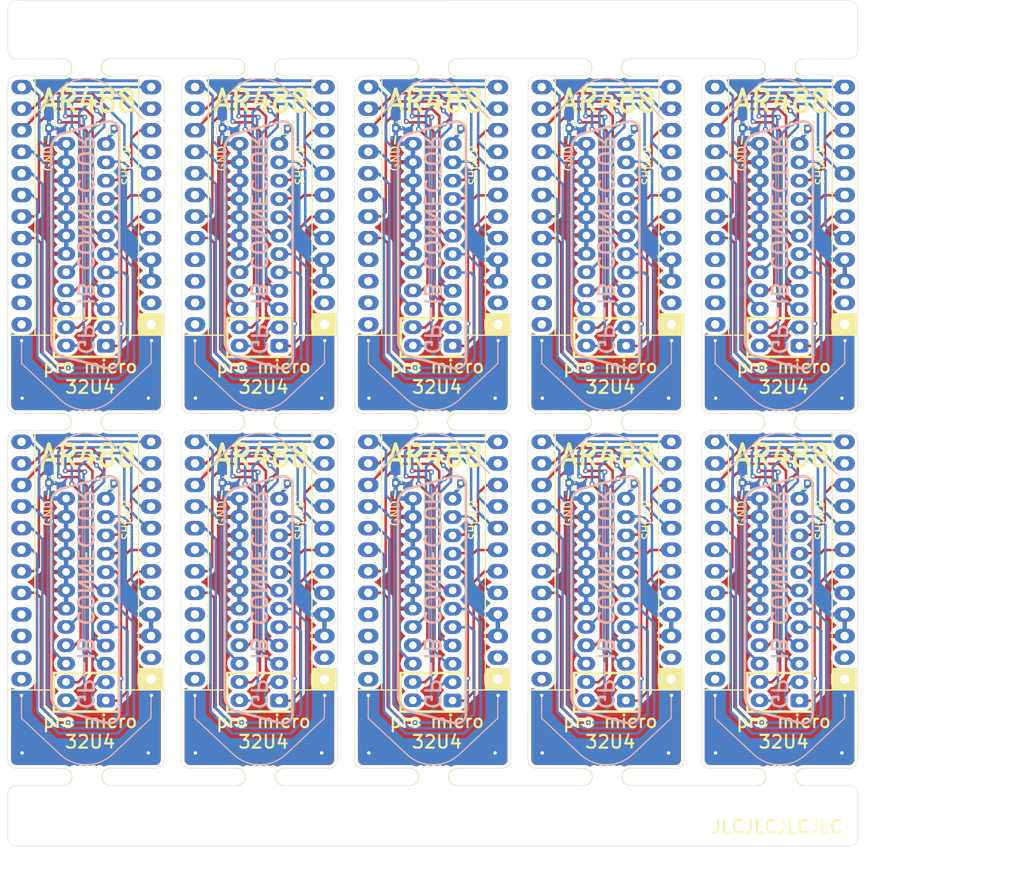
<source format=kicad_pcb>
(kicad_pcb (version 20211014) (generator pcbnew)
  (layers (0 "F.Cu" signal) (31 "B.Cu" signal) (34 "B.Paste" user) (35 "F.Paste" user) (36 "B.SilkS" user "B.Silkscreen") (37 "F.SilkS" user "F.Silkscreen") (38 "B.Mask" user) (39 "F.Mask" user) (44 "Edge.Cuts" user))
  (net 0 "")
  (net 1 "GPIB 1 - DIO1")
  (net 2 "GPIB 2 - DIO2")
  (net 3 "GPIB 3 - DIO3")
  (net 4 "GPIB 4 - DIO4")
  (net 5 "GPIB 5 - EOI")
  (net 6 "GPIB 6 - DAV")
  (net 7 "GPIB 7-NRFD")
  (net 8 "GPIB 8 - NDAC")
  (net 9 "GPIB 9 - IFC")
  (net 10 "GPIB 10 - SRQ")
  (net 11 "GPIB 11 - ATN")
  (net 12 "SHIELD")
  (net 13 "GPIB 13 -DIO5")
  (net 14 "GPIB 14 - DIO6")
  (net 15 "GPIB 15 - DIO7")
  (net 16 "GPIB 16 - DIO8")
  (net 17 "GPIB 17 - REN")
  (net 18 "GND")
  (footprint "GPIB Adapter:Centronics24p" (layer "F.Cu") (at 103.759076 83.11 90)
    (fp_text reference "J1" hide)
    (fp_text value "Centronics_24p")
  )
  (footprint "GPIB Adapter:ProMicro-EnforcedTop" (layer "F.Cu") (at 83.789076 78.53 90)
    (fp_text reference "U1" hide)
    (fp_text value "Pro_Micro_32u4")
  )
  (footprint "Connector_PinHeader_1.00mm:PinHeader_1x01_P1.00mm_Vertical" (layer "F.Cu") (at 148.24 111.18 90)
    (fp_text reference "J2" hide)
    (fp_text value "SHIELD")
  )
  (footprint "Connector_PinHeader_1.00mm:PinHeader_1x01_P1.00mm_Vertical" (layer "F.Cu") (at 127.852693 69.42 90)
    (fp_text reference "J2" hide)
    (fp_text value "SHIELD")
  )
  (footprint "GPIB Adapter:mouse-bite" (layer "F.Cu") (at 144.2 104)
    (fp_text reference "mouse-bite-2mm-slot" hide)
    (fp_text value "VAL**" hide)
  )
  (footprint "Connector_PinHeader_1.00mm:PinHeader_1x01_P1.00mm_Vertical" (layer "F.Cu") (at 140.569268 111.150732 -90)
    (fp_text reference "J3" hide)
    (fp_text value "GND")
  )
  (footprint "Connector_PinHeader_1.00mm:PinHeader_1x01_P1.00mm_Vertical" (layer "F.Cu") (at 120.181961 69.390732 -90)
    (fp_text reference "J3" hide)
    (fp_text value "GND")
  )
  (footprint "GPIB Adapter:ProMicro-EnforcedTop" (layer "F.Cu") (at 124.589076 78.53 90)
    (fp_text reference "U1" hide)
    (fp_text value "Pro_Micro_32u4")
  )
  (footprint "GPIB Adapter:mouse-bite" (layer "F.Cu") (at 103.4 104)
    (fp_text reference "mouse-bite-2mm-slot" hide)
    (fp_text value "VAL**" hide)
  )
  (footprint "Connector_PinHeader_1.00mm:PinHeader_1x01_P1.00mm_Vertical" (layer "F.Cu") (at 107.44 111.18 90)
    (fp_text reference "J2" hide)
    (fp_text value "SHIELD")
  )
  (footprint "Connector_PinHeader_1.00mm:PinHeader_1x01_P1.00mm_Vertical" (layer "F.Cu") (at 148.252693 69.42 90)
    (fp_text reference "J2" hide)
    (fp_text value "SHIELD")
  )
  (footprint "Connector_PinHeader_1.00mm:PinHeader_1x01_P1.00mm_Vertical" (layer "F.Cu") (at 140.581961 69.390732 -90)
    (fp_text reference "J3" hide)
    (fp_text value "GND")
  )
  (footprint "GPIB Adapter:mouse-bite" (layer "F.Cu") (at 83 104)
    (fp_text reference "mouse-bite-2mm-slot" hide)
    (fp_text value "VAL**" hide)
  )
  (footprint "Connector_PinHeader_1.00mm:PinHeader_1x01_P1.00mm_Vertical" (layer "F.Cu") (at 58.981961 69.390732 -90)
    (fp_text reference "J3" hide)
    (fp_text value "GND")
  )
  (footprint "Connector_PinHeader_1.00mm:PinHeader_1x01_P1.00mm_Vertical" (layer "F.Cu") (at 87.04 111.18 90)
    (fp_text reference "J2" hide)
    (fp_text value "SHIELD")
  )
  (footprint "GPIB Adapter:Centronics24p" (layer "F.Cu") (at 62.946383 124.87 90)
    (fp_text reference "J1" hide)
    (fp_text value "Centronics_24p")
  )
  (footprint "GPIB Adapter:mouse-bite-single-side" (layer "F.Cu") (at 62.7 145.77)
    (fp_text reference "mouse-bite-2mm-slot" hide)
    (fp_text value "VAL**" hide)
  )
  (footprint "GPIB Adapter:ProMicro-EnforcedTop" (layer "F.Cu") (at 104.176383 120.29 90)
    (fp_text reference "U1" hide)
    (fp_text value "Pro_Micro_32u4")
  )
  (footprint "GPIB Adapter:mouse-bite-single-side" (layer "F.Cu") (at 64.16 62.23 180)
    (fp_text reference "mouse-bite-2mm-slot" hide)
    (fp_text value "VAL**" hide)
  )
  (footprint "GPIB Adapter:Centronics24p" (layer "F.Cu") (at 144.559076 83.11 90)
    (fp_text reference "J1" hide)
    (fp_text value "Centronics_24p")
  )
  (footprint "GPIB Adapter:Centronics24p" (layer "F.Cu") (at 83.359076 83.11 90)
    (fp_text reference "J1" hide)
    (fp_text value "Centronics_24p")
  )
  (footprint "GPIB Adapter:ProMicro-EnforcedTop" (layer "F.Cu") (at 144.989076 78.53 90)
    (fp_text reference "U1" hide)
    (fp_text value "Pro_Micro_32u4")
  )
  (footprint "GPIB Adapter:mouse-bite-single-side" (layer "F.Cu") (at 84.56 62.23 180)
    (fp_text reference "mouse-bite-2mm-slot" hide)
    (fp_text value "VAL**" hide)
  )
  (footprint "Connector_PinHeader_1.00mm:PinHeader_1x01_P1.00mm_Vertical" (layer "F.Cu") (at 120.169268 111.150732 -90)
    (fp_text reference "J3" hide)
    (fp_text value "GND")
  )
  (footprint "GPIB Adapter:Centronics24p" (layer "F.Cu") (at 103.746383 124.87 90)
    (fp_text reference "J1" hide)
    (fp_text value "Centronics_24p")
  )
  (footprint "GPIB Adapter:ProMicro-EnforcedTop" (layer "F.Cu") (at 104.189076 78.53 90)
    (fp_text reference "U1" hide)
    (fp_text value "Pro_Micro_32u4")
  )
  (footprint "GPIB Adapter:ProMicro-EnforcedTop" (layer "F.Cu") (at 63.389076 78.53 90)
    (fp_text reference "U1" hide)
    (fp_text value "Pro_Micro_32u4")
  )
  (footprint "Connector_PinHeader_1.00mm:PinHeader_1x01_P1.00mm_Vertical" (layer "F.Cu") (at 107.452693 69.42 90)
    (fp_text reference "J2" hide)
    (fp_text value "SHIELD")
  )
  (footprint "GPIB Adapter:ProMicro-EnforcedTop" (layer "F.Cu") (at 144.976383 120.29 90)
    (fp_text reference "U1" hide)
    (fp_text value "Pro_Micro_32u4")
  )
  (footprint "GPIB Adapter:mouse-bite-single-side" (layer "F.Cu") (at 123.9 145.77)
    (fp_text reference "mouse-bite-2mm-slot" hide)
    (fp_text value "VAL**" hide)
  )
  (footprint "GPIB Adapter:mouse-bite-single-side" (layer "F.Cu") (at 145.76 62.23 180)
    (fp_text reference "mouse-bite-2mm-slot" hide)
    (fp_text value "VAL**" hide)
  )
  (footprint "Connector_PinHeader_1.00mm:PinHeader_1x01_P1.00mm_Vertical" (layer "F.Cu") (at 127.84 111.18 90)
    (fp_text reference "J2" hide)
    (fp_text value "SHIELD")
  )
  (footprint "GPIB Adapter:mouse-bite-single-side" (layer "F.Cu") (at 144.3 145.77)
    (fp_text reference "mouse-bite-2mm-slot" hide)
    (fp_text value "VAL**" hide)
  )
  (footprint "Connector_PinHeader_1.00mm:PinHeader_1x01_P1.00mm_Vertical" (layer "F.Cu") (at 87.052693 69.42 90)
    (fp_text reference "J2" hide)
    (fp_text value "SHIELD")
  )
  (footprint "Connector_PinHeader_1.00mm:PinHeader_1x01_P1.00mm_Vertical" (layer "F.Cu") (at 99.781961 69.390732 -90)
    (fp_text reference "J3" hide)
    (fp_text value "GND")
  )
  (footprint "GPIB Adapter:Centronics24p" (layer "F.Cu") (at 62.959076 83.11 90)
    (fp_text reference "J1" hide)
    (fp_text value "Centronics_24p")
  )
  (footprint "Connector_PinHeader_1.00mm:PinHeader_1x01_P1.00mm_Vertical" (layer "F.Cu") (at 99.769268 111.150732 -90)
    (fp_text reference "J3" hide)
    (fp_text value "GND")
  )
  (footprint "GPIB Adapter:ProMicro-EnforcedTop" (layer "F.Cu") (at 63.376383 120.29 90)
    (fp_text reference "U1" hide)
    (fp_text value "Pro_Micro_32u4")
  )
  (footprint "Connector_PinHeader_1.00mm:PinHeader_1x01_P1.00mm_Vertical" (layer "F.Cu") (at 66.652693 69.42 90)
    (fp_text reference "J2" hide)
    (fp_text value "SHIELD")
  )
  (footprint "GPIB Adapter:ProMicro-EnforcedTop" (layer "F.Cu") (at 83.776383 120.29 90)
    (fp_text reference "U1" hide)
    (fp_text value "Pro_Micro_32u4")
  )
  (footprint "Connector_PinHeader_1.00mm:PinHeader_1x01_P1.00mm_Vertical" (layer "F.Cu") (at 66.64 111.18 90)
    (fp_text reference "J2" hide)
    (fp_text value "SHIELD")
  )
  (footprint "GPIB Adapter:Centronics24p" (layer "F.Cu") (at 124.146383 124.87 90)
    (fp_text reference "J1" hide)
    (fp_text value "Centronics_24p")
  )
  (footprint "GPIB Adapter:ProMicro-EnforcedTop" (layer "F.Cu") (at 124.576383 120.29 90)
    (fp_text reference "U1" hide)
    (fp_text value "Pro_Micro_32u4")
  )
  (footprint "GPIB Adapter:Centronics24p" (layer "F.Cu") (at 83.346383 124.87 90)
    (fp_text reference "J1" hide)
    (fp_text value "Centronics_24p")
  )
  (footprint "GPIB Adapter:mouse-bite-single-side" (layer "F.Cu") (at 104.96 62.23 180)
    (fp_text reference "mouse-bite-2mm-slot" hide)
    (fp_text value "VAL**" hide)
  )
  (footprint "Connector_PinHeader_1.00mm:PinHeader_1x01_P1.00mm_Vertical" (layer "F.Cu") (at 58.969268 111.150732 -90)
    (fp_text reference "J3" hide)
    (fp_text value "GND")
  )
  (footprint "Connector_PinHeader_1.00mm:PinHeader_1x01_P1.00mm_Vertical" (layer "F.Cu") (at 79.381961 69.390732 -90)
    (fp_text reference "J3" hide)
    (fp_text value "GND")
  )
  (footprint "GPIB Adapter:mouse-bite" (layer "F.Cu") (at 62.6 104)
    (fp_text reference "mouse-bite-2mm-slot" hide)
    (fp_text value "VAL**" hide)
  )
  (footprint "Connector_PinHeader_1.00mm:PinHeader_1x01_P1.00mm_Vertical" (layer "F.Cu") (at 79.369268 111.150732 -90)
    (fp_text reference "J3" hide)
    (fp_text value "GND")
  )
  (footprint "GPIB Adapter:mouse-bite-single-side" (layer "F.Cu") (at 103.5 145.77)
    (fp_text reference "mouse-bite-2mm-slot" hide)
    (fp_text value "VAL**" hide)
  )
  (footprint "GPIB Adapter:mouse-bite" (layer "F.Cu") (at 123.8 104)
    (fp_text reference "mouse-bite-2mm-slot" hide)
    (fp_text value "VAL**" hide)
  )
  (footprint "GPIB Adapter:Centronics24p" (layer "F.Cu") (at 124.159076 83.11 90)
    (fp_text reference "J1" hide)
    (fp_text value "Centronics_24p")
  )
  (footprint "GPIB Adapter:Centronics24p" (layer "F.Cu") (at 144.546383 124.87 90)
    (fp_text reference "J1" hide)
    (fp_text value "Centronics_24p")
  )
  (footprint "GPIB Adapter:mouse-bite-single-side" (layer "F.Cu") (at 125.36 62.23 180)
    (fp_text reference "mouse-bite-2mm-slot" hide)
    (fp_text value "VAL**" hide)
  )
  (footprint "GPIB Adapter:mouse-bite-single-side" (layer "F.Cu") (at 83.1 145.77)
    (fp_text reference "mouse-bite-2mm-slot" hide)
    (fp_text value "VAL**" hide)
  )
  (gr_arc (start 66.322383 143.2327) (mid 63.38949 144.324659) (end 60.45013 143.250232) (layer "B.SilkS") (width 0.15))
  (gr_line (start 132.195983 138.8385) (end 127.547783 143.22) (layer "B.SilkS") (width 0.15))
  (gr_line (start 91.389268 138.860732) (end 91.396228 136.163532) (layer "B.SilkS") (width 0.15))
  (gr_line (start 116.961961 97.126132) (end 116.968921 94.428932) (layer "B.SilkS") (width 0.15))
  (gr_line (start 111.801961 97.100732) (end 111.808921 94.403532) (layer "B.SilkS") (width 0.15))
  (gr_arc (start 80.888216 64.62976) (mid 83.827583 63.55533) (end 86.760483 64.647292) (layer "B.SilkS") (width 0.15))
  (gr_line (start 152.589268 138.860732) (end 152.596228 136.163532) (layer "B.SilkS") (width 0.15))
  (gr_line (start 55.749268 138.886132) (end 55.756228 136.188932) (layer "B.SilkS") (width 0.15))
  (gr_line (start 132.189268 138.860732) (end 132.196228 136.163532) (layer "B.SilkS") (width 0.15))
  (gr_line (start 56.690936 68.37114) (end 60.480376 64.6346) (layer "B.SilkS") (width 0.15))
  (gr_line (start 116.949268 138.886132) (end 116.956228 136.188932) (layer "B.SilkS") (width 0.15))
  (gr_line (start 55.761961 97.126132) (end 55.768921 94.428932) (layer "B.SilkS") (width 0.15))
  (gr_arc (start 86.735076 101.4727) (mid 83.802183 102.564659) (end 80.862823 101.490232) (layer "B.SilkS") (width 0.15))
  (gr_arc (start 107.122383 143.2327) (mid 104.18949 144.324659) (end 101.25013 143.250232) (layer "B.SilkS") (width 0.15))
  (gr_line (start 116.968676 97.1039) (end 121.654976 101.4854) (layer "B.SilkS") (width 0.15))
  (gr_arc (start 147.935076 101.4727) (mid 145.002183 102.564659) (end 142.062823 101.490232) (layer "B.SilkS") (width 0.15))
  (gr_line (start 131.248243 110.08114) (end 127.560483 106.42) (layer "B.SilkS") (width 0.15))
  (gr_line (start 76.155983 138.8639) (end 80.842283 143.2454) (layer "B.SilkS") (width 0.15))
  (gr_arc (start 121.675523 106.38976) (mid 124.61489 105.31533) (end 127.54779 106.407292) (layer "B.SilkS") (width 0.15))
  (gr_line (start 55.755983 138.8639) (end 60.442283 143.2454) (layer "B.SilkS") (width 0.15))
  (gr_line (start 91.401961 97.100732) (end 91.408921 94.403532) (layer "B.SilkS") (width 0.15))
  (gr_line (start 70.989268 138.860732) (end 70.996228 136.163532) (layer "B.SilkS") (width 0.15))
  (gr_line (start 138.290936 68.37114) (end 142.080376 64.6346) (layer "B.SilkS") (width 0.15))
  (gr_line (start 96.568676 97.1039) (end 101.254976 101.4854) (layer "B.SilkS") (width 0.15))
  (gr_line (start 117.878243 110.13114) (end 121.667683 106.3946) (layer "B.SilkS") (width 0.15))
  (gr_line (start 151.660936 68.32114) (end 147.973176 64.66) (layer "B.SilkS") (width 0.15))
  (gr_arc (start 80.875523 106.38976) (mid 83.81489 105.31533) (end 86.74779 106.407292) (layer "B.SilkS") (width 0.15))
  (gr_line (start 77.078243 110.13114) (end 80.867683 106.3946) (layer "B.SilkS") (width 0.15))
  (gr_line (start 111.795983 138.8385) (end 107.147783 143.22) (layer "B.SilkS") (width 0.15))
  (gr_line (start 152.601961 97.100732) (end 152.608921 94.403532) (layer "B.SilkS") (width 0.15))
  (gr_line (start 96.561961 97.126132) (end 96.568921 94.428932) (layer "B.SilkS") (width 0.15))
  (gr_arc (start 127.535076 101.4727) (mid 124.602183 102.564659) (end 121.662823 101.490232) (layer "B.SilkS") (width 0.15))
  (gr_line (start 138.278243 110.13114) (end 142.067683 106.3946) (layer "B.SilkS") (width 0.15))
  (gr_line (start 131.260936 68.32114) (end 127.573176 64.66) (layer "B.SilkS") (width 0.15))
  (gr_line (start 90.460936 68.32114) (end 86.773176 64.66) (layer "B.SilkS") (width 0.15))
  (gr_line (start 96.555983 138.8639) (end 101.242283 143.2454) (layer "B.SilkS") (width 0.15))
  (gr_arc (start 127.522383 143.2327) (mid 124.58949 144.324659) (end 121.65013 143.250232) (layer "B.SilkS") (width 0.15))
  (gr_arc (start 121.688216 64.62976) (mid 124.627583 63.55533) (end 127.560483 64.647292) (layer "B.SilkS") (width 0.15))
  (gr_line (start 76.161961 97.126132) (end 76.168921 94.428932) (layer "B.SilkS") (width 0.15))
  (gr_arc (start 101.288216 64.62976) (mid 104.227583 63.55533) (end 107.160483 64.647292) (layer "B.SilkS") (width 0.15))
  (gr_line (start 76.168676 97.1039) (end 80.854976 101.4854) (layer "B.SilkS") (width 0.15))
  (gr_arc (start 147.922383 143.2327) (mid 144.98949 144.324659) (end 142.05013 143.250232) (layer "B.SilkS") (width 0.15))
  (gr_line (start 91.408676 97.0785) (end 86.760476 101.46) (layer "B.SilkS") (width 0.15))
  (gr_line (start 137.355983 138.8639) (end 142.042283 143.2454) (layer "B.SilkS") (width 0.15))
  (gr_line (start 132.201961 97.100732) (end 132.208921 94.403532) (layer "B.SilkS") (width 0.15))
  (gr_line (start 97.478243 110.13114) (end 101.267683 106.3946) (layer "B.SilkS") (width 0.15))
  (gr_line (start 55.768676 97.1039) (end 60.454976 101.4854) (layer "B.SilkS") (width 0.15))
  (gr_arc (start 60.488216 64.62976) (mid 63.427583 63.55533) (end 66.360483 64.647292) (layer "B.SilkS") (width 0.15))
  (gr_line (start 76.149268 138.886132) (end 76.156228 136.188932) (layer "B.SilkS") (width 0.15))
  (gr_arc (start 142.075523 106.38976) (mid 145.01489 105.31533) (end 147.94779 106.407292) (layer "B.SilkS") (width 0.15))
  (gr_arc (start 101.275523 106.38976) (mid 104.21489 105.31533) (end 107.14779 106.407292) (layer "B.SilkS") (width 0.15))
  (gr_line (start 137.349268 138.886132) (end 137.356228 136.188932) (layer "B.SilkS") (width 0.15))
  (gr_line (start 91.395983 138.8385) (end 86.747783 143.22) (layer "B.SilkS") (width 0.15))
  (gr_arc (start 107.135076 101.4727) (mid 104.202183 102.564659) (end 101.262823 101.490232) (layer "B.SilkS") (width 0.15))
  (gr_line (start 110.860936 68.32114) (end 107.173176 64.66) (layer "B.SilkS") (width 0.15))
  (gr_line (start 56.678243 110.13114) (end 60.467683 106.3946) (layer "B.SilkS") (width 0.15))
  (gr_line (start 90.448243 110.08114) (end 86.760483 106.42) (layer "B.SilkS") (width 0.15))
  (gr_line (start 137.368676 97.1039) (end 142.054976 101.4854) (layer "B.SilkS") (width 0.15))
  (gr_line (start 137.361961 97.126132) (end 137.368921 94.428932) (layer "B.SilkS") (width 0.15))
  (gr_arc (start 86.722383 143.2327) (mid 83.78949 144.324659) (end 80.85013 143.250232) (layer "B.SilkS") (width 0.15))
  (gr_line (start 117.890936 68.37114) (end 121.680376 64.6346) (layer "B.SilkS") (width 0.15))
  (gr_line (start 70.995983 138.8385) (end 66.347783 143.22) (layer "B.SilkS") (width 0.15))
  (gr_line (start 70.048243 110.08114) (end 66.360483 106.42) (layer "B.SilkS") (width 0.15))
  (gr_line (start 151.648243 110.08114) (end 147.960483 106.42) (layer "B.SilkS") (width 0.15))
  (gr_line (start 111.789268 138.860732) (end 111.796228 136.163532) (layer "B.SilkS") (width 0.15))
  (gr_line (start 71.001961 97.100732) (end 71.008921 94.403532) (layer "B.SilkS") (width 0.15))
  (gr_line (start 111.808676 97.0785) (end 107.160476 101.46) (layer "B.SilkS") (width 0.15))
  (gr_line (start 132.208676 97.0785) (end 127.560476 101.46) (layer "B.SilkS") (width 0.15))
  (gr_line (start 152.608676 97.0785) (end 147.960476 101.46) (layer "B.SilkS") (width 0.15))
  (gr_line (start 116.955983 138.8639) (end 121.642283 143.2454) (layer "B.SilkS") (width 0.15))
  (gr_line (start 152.595983 138.8385) (end 147.947783 143.22) (layer "B.SilkS") (width 0.15))
  (gr_line (start 110.848243 110.08114) (end 107.160483 106.42) (layer "B.SilkS") (width 0.15))
  (gr_line (start 96.549268 138.886132) (end 96.556228 136.188932) (layer "B.SilkS") (width 0.15))
  (gr_line (start 97.490936 68.37114) (end 101.280376 64.6346) (layer "B.SilkS") (width 0.15))
  (gr_line (start 71.008676 97.0785) (end 66.360476 101.46) (layer "B.SilkS") (width 0.15))
  (gr_arc (start 60.475523 106.38976) (mid 63.41489 105.31533) (end 66.34779 106.407292) (layer "B.SilkS") (width 0.15))
  (gr_arc (start 66.335076 101.4727) (mid 63.402183 102.564659) (end 60.462823 101.490232) (layer "B.SilkS") (width 0.15))
  (gr_line (start 70.060936 68.32114) (end 66.373176 64.66) (layer "B.SilkS") (width 0.15))
  (gr_line (start 77.090936 68.37114) (end 80.880376 64.6346) (layer "B.SilkS") (width 0.15))
  (gr_arc (start 142.088216 64.62976) (mid 145.027583 63.55533) (end 147.960483 64.647292) (layer "B.SilkS") (width 0.15))
  (gr_line (start 98.129883 105.1) (end 98.129883 135.51) (layer "F.SilkS") (width 0.15))
  (gr_line (start 69.526383 105.09) (end 69.529268 135.510732) (layer "F.SilkS") (width 0.15))
  (gr_line (start 105.689268 110.590732) (end 105.629268 110.590732) (layer "F.SilkS") (width 0.12))
  (gr_line (start 107.979268 112.050732) (end 108.469268 112.740732) (layer "F.SilkS") (width 0.2))
  (gr_line (start 110.326383 105.09) (end 110.329268 135.510732) (layer "F.SilkS") (width 0.15))
  (gr_line (start 148.779268 112.050732) (end 149.269268 112.740732) (layer "F.SilkS") (width 0.2))
  (gr_line (start 64.901961 68.830732) (end 64.841961 68.830732) (layer "F.SilkS") (width 0.12))
  (gr_line (start 148.791961 70.290732) (end 149.281961 70.980732) (layer "F.SilkS") (width 0.2))
  (gr_line (start 99.661961 71.230732) (end 99.776961 70.320732) (layer "F.SilkS") (width 0.2))
  (gr_line (start 57.329883 105.1) (end 57.329883 135.51) (layer "F.SilkS") (width 0.15))
  (gr_line (start 130.726383 105.09) (end 130.729268 135.510732) (layer "F.SilkS") (width 0.15))
  (gr_line (start 140.461961 71.230732) (end 140.576961 70.320732) (layer "F.SilkS") (width 0.2))
  (gr_line (start 107.991961 70.290732) (end 108.481961 70.980732) (layer "F.SilkS") (width 0.2))
  (gr_line (start 99.649268 112.990732) (end 99.764268 112.080732) (layer "F.SilkS") (width 0.2))
  (gr_line (start 58.861961 71.230732) (end 58.976961 70.320732) (layer "F.SilkS") (width 0.2))
  (gr_line (start 64.889268 110.590732) (end 64.829268 110.590732) (layer "F.SilkS") (width 0.12))
  (gr_line (start 151.126383 105.09) (end 151.129268 135.510732) (layer "F.SilkS") (width 0.15))
  (gr_line (start 57.342576 63.34) (end 57.342576 93.75) (layer "F.SilkS") (width 0.15))
  (gr_line (start 126.089268 110.590732) (end 126.029268 110.590732) (layer "F.SilkS") (width 0.12))
  (gr_line (start 146.489268 110.590732) (end 146.429268 110.590732) (layer "F.SilkS") (width 0.12))
  (gr_line (start 58.849268 112.990732) (end 58.964268 112.080732) (layer "F.SilkS") (width 0.2))
  (gr_line (start 77.742576 63.34) (end 77.742576 93.75) (layer "F.SilkS") (width 0.15))
  (gr_line (start 120.049268 112.990732) (end 120.164268 112.080732) (layer "F.SilkS") (width 0.2))
  (gr_line (start 151.139076 63.33) (end 151.141961 93.750732) (layer "F.SilkS") (width 0.15))
  (gr_line (start 85.289268 110.590732) (end 85.229268 110.590732) (layer "F.SilkS") (width 0.12))
  (gr_line (start 138.942576 63.34) (end 138.942576 93.75) (layer "F.SilkS") (width 0.15))
  (gr_line (start 120.061961 71.230732) (end 120.176961 70.320732) (layer "F.SilkS") (width 0.2))
  (gr_line (start 105.701961 68.830732) (end 105.641961 68.830732) (layer "F.SilkS") (width 0.12))
  (gr_line (start 118.529883 105.1) (end 118.529883 135.51) (layer "F.SilkS") (width 0.15))
  (gr_line (start 118.542576 63.34) (end 118.542576 93.75) (layer "F.SilkS") (width 0.15))
  (gr_line (start 89.939076 63.33) (end 89.941961 93.750732) (layer "F.SilkS") (width 0.15))
  (gr_line (start 69.539076 63.33) (end 69.541961 93.750732) (layer "F.SilkS") (width 0.15))
  (gr_line (start 126.101961 68.830732) (end 126.041961 68.830732) (layer "F.SilkS") (width 0.12))
  (gr_line (start 110.339076 63.33) (end 110.341961 93.750732) (layer "F.SilkS") (width 0.15))
  (gr_line (start 79.261961 71.230732) (end 79.376961 70.320732) (layer "F.SilkS") (width 0.2))
  (gr_line (start 79.249268 112.990732) (end 79.364268 112.080732) (layer "F.SilkS") (width 0.2))
  (gr_line (start 77.729883 105.1) (end 77.729883 135.51) (layer "F.SilkS") (width 0.15))
  (gr_line (start 89.926383 105.09) (end 89.929268 135.510732) (layer "F.SilkS") (width 0.15))
  (gr_line (start 98.142576 63.34) (end 98.142576 93.75) (layer "F.SilkS") (width 0.15))
  (gr_line (start 67.191961 70.290732) (end 67.681961 70.980732) (layer "F.SilkS") (width 0.2))
  (gr_line (start 128.391961 70.290732) (end 128.881961 70.980732) (layer "F.SilkS") (width 0.2))
  (gr_line (start 140.449268 112.990732) (end 140.564268 112.080732) (layer "F.SilkS") (width 0.2))
  (gr_line (start 146.501961 68.830732) (end 146.441961 68.830732) (layer "F.SilkS") (width 0.12))
  (gr_line (start 87.579268 112.050732) (end 88.069268 112.740732) (layer "F.SilkS") (width 0.2))
  (gr_line (start 128.379268 112.050732) (end 128.869268 112.740732) (layer "F.SilkS") (width 0.2))
  (gr_line (start 67.179268 112.050732) (end 67.669268 112.740732) (layer "F.SilkS") (width 0.2))
  (gr_line (start 138.929883 105.1) (end 138.929883 135.51) (layer "F.SilkS") (width 0.15))
  (gr_line (start 85.301961 68.830732) (end 85.241961 68.830732) (layer "F.SilkS") (width 0.12))
  (gr_line (start 130.739076 63.33) (end 130.741961 93.750732) (layer "F.SilkS") (width 0.15))
  (gr_line (start 87.591961 70.290732) (end 88.081961 70.980732) (layer "F.SilkS") (width 0.2))
  (gr_line (start 54.149358 55.38) (end 54.149358 60.228776) (layer "Edge.Cuts") (width 0.05))
  (gr_line (start 153.106665 54.359039) (end 55.156465 54.36) (layer "Edge.Cuts") (width 0.05))
  (gr_arc (start 115.338243 106.016878) (mid 115.636665 105.304339) (end 116.34535 104.996878) (layer "Edge.Cuts") (width 0.05))
  (gr_line (start 136.749993 144.760732) (end 142.3 144.76) (layer "Edge.Cuts") (width 0.05))
  (gr_line (start 121.9 146.77) (end 107 146.77) (layer "Edge.Cuts") (width 0.05))
  (gr_line (start 66.105 102.995) (end 71.542251 103.000732) (layer "Edge.Cuts") (width 0.05))
  (gr_line (start 136.74535 104.996878) (end 142.195 105.005) (layer "Edge.Cuts") (width 0.05))
  (gr_line (start 95.94535 104.996878) (end 101.395 105.005) (layer "Edge.Cuts") (width 0.05))
  (gr_line (start 153.15 146.77) (end 147.8 146.77) (layer "Edge.Cuts") (width 0.05))
  (gr_line (start 94.950936 64.256878) (end 94.949358 101.987232) (layer "Edge.Cuts") (width 0.05))
  (gr_arc (start 136.749993 144.760732) (mid 136.039764 144.457512) (end 135.736665 143.747232) (layer "Edge.Cuts") (width 0.05))
  (gr_line (start 113.338243 106.007839) (end 113.336665 143.748193) (layer "Edge.Cuts") (width 0.05))
  (gr_line (start 127.36 61.23) (end 142.26 61.23) (layer "Edge.Cuts") (width 0.05))
  (gr_line (start 113.350936 64.247839) (end 113.349358 101.988193) (layer "Edge.Cuts") (width 0.05))
  (gr_line (start 55.149993 144.760732) (end 60.7 144.76) (layer "Edge.Cuts") (width 0.05))
  (gr_arc (start 75.562686 103.000732) (mid 74.852457 102.697512) (end 74.549358 101.987232) (layer "Edge.Cuts") (width 0.05))
  (gr_arc (start 142.3 144.76) (mid 143.305 145.765) (end 142.3 146.77) (layer "Edge.Cuts") (width 0.05))
  (gr_line (start 75.549993 144.760732) (end 81.1 144.76) (layer "Edge.Cuts") (width 0.05))
  (gr_arc (start 95.962686 103.000732) (mid 95.252457 102.697512) (end 94.949358 101.987232) (layer "Edge.Cuts") (width 0.05))
  (gr_arc (start 154.126665 60.217461) (mid 153.828243 60.93) (end 153.119558 61.237461) (layer "Edge.Cuts") (width 0.05))
  (gr_arc (start 81.06 61.23) (mid 82.065 62.235) (end 81.06 63.24) (layer "Edge.Cuts") (width 0.05))
  (gr_arc (start 121.795 102.995) (mid 122.8 104) (end 121.795 105.005) (layer "Edge.Cuts") (width 0.05))
  (gr_arc (start 106.96 63.24) (mid 105.955 62.235) (end 106.96 61.23) (layer "Edge.Cuts") (width 0.05))
  (gr_line (start 106.96 63.24) (end 112.330936 63.240732) (layer "Edge.Cuts") (width 0.05))
  (gr_line (start 147.76 61.23) (end 153.119558 61.237461) (layer "Edge.Cuts") (width 0.05))
  (gr_line (start 74.550936 64.256878) (end 74.549358 101.987232) (layer "Edge.Cuts") (width 0.05))
  (gr_line (start 133.750936 64.247839) (end 133.749358 101.988193) (layer "Edge.Cuts") (width 0.05))
  (gr_line (start 92.938243 106.007839) (end 92.936665 143.748193) (layer "Edge.Cuts") (width 0.05))
  (gr_arc (start 154.149358 101.988193) (mid 153.850516 102.698076) (end 153.142251 103.000732) (layer "Edge.Cuts") (width 0.05))
  (gr_arc (start 101.46 61.23) (mid 102.465 62.235) (end 101.46 63.24) (layer "Edge.Cuts") (width 0.05))
  (gr_arc (start 81.1 144.76) (mid 82.105 145.765) (end 81.1 146.77) (layer "Edge.Cuts") (width 0.05))
  (gr_arc (start 66.2 146.77) (mid 65.195 145.765) (end 66.2 144.76) (layer "Edge.Cuts") (width 0.05))
  (gr_line (start 154.138243 106.007839) (end 154.136665 143.748193) (layer "Edge.Cuts") (width 0.05))
  (gr_arc (start 153.106665 54.359039) (mid 153.819204 54.657461) (end 154.126665 55.366146) (layer "Edge.Cuts") (width 0.05))
  (gr_line (start 133.738243 106.007839) (end 133.736665 143.748193) (layer "Edge.Cuts") (width 0.05))
  (gr_arc (start 147.705 105.005) (mid 146.7 104) (end 147.705 102.995) (layer "Edge.Cuts") (width 0.05))
  (gr_arc (start 106.905 105.005) (mid 105.9 104) (end 106.905 102.995) (layer "Edge.Cuts") (width 0.05))
  (gr_arc (start 113.336665 143.748193) (mid 113.037823 144.458076) (end 112.329558 144.760732) (layer "Edge.Cuts") (width 0.05))
  (gr_arc (start 153.15 146.77) (mid 153.862539 147.068422) (end 154.17 147.777107) (layer "Edge.Cuts") (width 0.05))
  (gr_arc (start 116.362686 103.000732) (mid 115.652457 102.697512) (end 115.349358 101.987232) (layer "Edge.Cuts") (width 0.05))
  (gr_line (start 116.358043 63.236878) (end 121.86 63.24) (layer "Edge.Cuts") (width 0.05))
  (gr_arc (start 133.736665 143.748193) (mid 133.437823 144.458076) (end 132.729558 144.760732) (layer "Edge.Cuts") (width 0.05))
  (gr_line (start 86.6 144.76) (end 91.929558 144.760732) (layer "Edge.Cuts") (width 0.05))
  (gr_arc (start 60.66 61.23) (mid 61.665 62.235) (end 60.66 63.24) (layer "Edge.Cuts") (width 0.05))
  (gr_arc (start 112.318243 105.000732) (mid 113.030782 105.299154) (end 113.338243 106.007839) (layer "Edge.Cuts") (width 0.05))
  (gr_arc (start 116.349993 144.760732) (mid 115.639764 144.457512) (end 115.336665 143.747232) (layer "Edge.Cuts") (width 0.05))
  (gr_arc (start 60.7 144.76) (mid 61.705 145.765) (end 60.7 146.77) (layer "Edge.Cuts") (width 0.05))
  (gr_line (start 54.150936 64.256878) (end 54.149358 101.987232) (layer "Edge.Cuts") (width 0.05))
  (gr_arc (start 60.595 102.995) (mid 61.6 104) (end 60.595 105.005) (layer "Edge.Cuts") (width 0.05))
  (gr_line (start 135.750936 64.256878) (end 135.749358 101.987232) (layer "Edge.Cuts") (width 0.05))
  (gr_line (start 75.562686 103.000732) (end 80.995 102.995) (layer "Edge.Cuts") (width 0.05))
  (gr_line (start 136.758043 63.236878) (end 142.26 63.24) (layer "Edge.Cuts") (width 0.05))
  (gr_arc (start 121.9 144.76) (mid 122.905 145.765) (end 121.9 146.77) (layer "Edge.Cuts") (width 0.05))
  (gr_arc (start 147.8 146.77) (mid 146.795 145.765) (end 147.8 144.76) (layer "Edge.Cuts") (width 0.05))
  (gr_line (start 154.170961 152.895883) (end 154.17 147.777107) (layer "Edge.Cuts") (width 0.05))
  (gr_arc (start 55.156665 153.916844) (mid 54.444126 153.618422) (end 54.136665 152.909737) (layer "Edge.Cuts") (width 0.05))
  (gr_arc (start 132.718243 105.000732) (mid 133.430782 105.299154) (end 133.738243 106.007839) (layer "Edge.Cuts") (width 0.05))
  (gr_arc (start 72.549358 101.988193) (mid 72.250516 102.698076) (end 71.542251 103.000732) (layer "Edge.Cuts") (width 0.05))
  (gr_arc (start 54.136665 147.790961) (mid 54.435087 147.078422) (end 55.143772 146.770961) (layer "Edge.Cuts") (width 0.05))
  (gr_line (start 75.54535 104.996878) (end 80.995 105.005) (layer "Edge.Cuts") (width 0.05))
  (gr_line (start 127.4 144.76) (end 132.729558 144.760732) (layer "Edge.Cuts") (width 0.05))
  (gr_line (start 54.136665 147.790961) (end 54.136665 152.909737) (layer "Edge.Cuts") (width 0.05))
  (gr_arc (start 74.550936 64.256878) (mid 74.849358 63.544339) (end 75.558043 63.236878) (layer "Edge.Cuts") (width 0.05))
  (gr_line (start 55.14535 104.996878) (end 60.595 105.005) (layer "Edge.Cuts") (width 0.05))
  (gr_line (start 95.949993 144.760732) (end 101.5 144.76) (layer "Edge.Cuts") (width 0.05))
  (gr_arc (start 55.162686 103.000732) (mid 54.452457 102.697512) (end 54.149358 101.987232) (layer "Edge.Cuts") (width 0.05))
  (gr_arc (start 95.949993 144.760732) (mid 95.239764 144.457512) (end 94.936665 143.747232) (layer "Edge.Cuts") (width 0.05))
  (gr_arc (start 91.930936 63.240732) (mid 92.643475 63.539154) (end 92.950936 64.247839) (layer "Edge.Cuts") (width 0.05))
  (gr_arc (start 132.730936 63.240732) (mid 133.443475 63.539154) (end 133.750936 64.247839) (layer "Edge.Cuts") (width 0.05))
  (gr_line (start 66.2 144.76) (end 71.529558 144.760732) (layer "Edge.Cuts") (width 0.05))
  (gr_line (start 127.305 102.995) (end 132.742251 103.000732) (layer "Edge.Cuts") (width 0.05))
  (gr_line (start 107 144.76) (end 112.329558 144.760732) (layer "Edge.Cuts") (width 0.05))
  (gr_arc (start 101.5 144.76) (mid 102.505 145.765) (end 101.5 146.77) (layer "Edge.Cuts") (width 0.05))
  (gr_line (start 94.938243 106.016878) (end 94.936665 143.747232) (layer "Edge.Cuts") (width 0.05))
  (gr_line (start 92.950936 64.247839) (end 92.949358 101.988193) (layer "Edge.Cuts") (width 0.05))
  (gr_line (start 147.705 102.995) (end 153.142251 103.000732) (layer "Edge.Cuts") (width 0.05))
  (gr_line (start 66.105 105.005) (end 71.518243 105.000732) (layer "Edge.Cuts") (width 0.05))
  (gr_line (start 116.362686 103.000732) (end 121.795 102.995) (layer "Edge.Cuts") (width 0.05))
  (gr_line (start 147.8 144.76) (end 153.129558 144.760732) (layer "Edge.Cuts") (width 0.05))
  (gr_line (start 81.1 146.77) (end 66.2 146.77) (layer "Edge.Cuts") (width 0.05))
  (gr_arc (start 86.505 105.005) (mid 85.5 104) (end 86.505 102.995) (layer "Edge.Cuts") (width 0.05))
  (gr_line (start 135.738243 106.016878) (end 135.736665 143.747232) (layer "Edge.Cuts") (width 0.05))
  (gr_line (start 127.305 105.005) (end 132.718243 105.000732) (layer "Edge.Cuts") (width 0.05))
  (gr_arc (start 72.536665 143.748193) (mid 72.237823 144.458076) (end 71.529558 144.760732) (layer "Edge.Cuts") (width 0.05))
  (gr_line (start 147.76 63.24) (end 153.130936 63.240732) (layer "Edge.Cuts") (width 0.05))
  (gr_arc (start 86.6 146.77) (mid 85.595 145.765) (end 86.6 144.76) (layer "Edge.Cuts") (width 0.05))
  (gr_line (start 86.56 63.24) (end 91.930936 63.240732) (layer "Edge.Cuts") (width 0.05))
  (gr_arc (start 92.936665 143.748193) (mid 92.637823 144.458076) (end 91.929558 144.760732) (layer "Edge.Cuts") (width 0.05))
  (gr_arc (start 153.130936 63.240732) (mid 153.843475 63.539154) (end 154.150936 64.247839) (layer "Edge.Cuts") (width 0.05))
  (gr_line (start 142.3 146.77) (end 127.4 146.77) (layer "Edge.Cuts") (width 0.05))
  (gr_line (start 115.338243 106.016878) (end 115.336665 143.747232) (layer "Edge.Cuts") (width 0.05))
  (gr_line (start 95.962686 103.000732) (end 101.395 102.995) (layer "Edge.Cuts") (width 0.05))
  (gr_line (start 101.5 146.77) (end 86.6 146.77) (layer "Edge.Cuts") (width 0.05))
  (gr_arc (start 75.549993 144.760732) (mid 74.839764 144.457512) (end 74.536665 143.747232) (layer "Edge.Cuts") (width 0.05))
  (gr_line (start 72.550936 64.247839) (end 72.549358 101.988193) (layer "Edge.Cuts") (width 0.05))
  (gr_arc (start 121.86 61.23) (mid 122.865 62.235) (end 121.86 63.24) (layer "Edge.Cuts") (width 0.05))
  (gr_line (start 55.162686 103.000732) (end 60.595 102.995) (layer "Edge.Cuts") (width 0.05))
  (gr_arc (start 153.118243 105.000732) (mid 153.830782 105.299154) (end 154.138243 106.007839) (layer "Edge.Cuts") (width 0.05))
  (gr_line (start 55.169358 61.235883) (end 60.66 61.23) (layer "Edge.Cuts") (width 0.05))
  (gr_arc (start 142.26 61.23) (mid 143.265 62.235) (end 142.26 63.24) (layer "Edge.Cuts") (width 0.05))
  (gr_line (start 74.538243 106.016878) (end 74.536665 143.747232) (layer "Edge.Cuts") (width 0.05))
  (gr_arc (start 127.4 146.77) (mid 126.395 145.765) (end 127.4 144.76) (layer "Edge.Cuts") (width 0.05))
  (gr_arc (start 71.518243 105.000732) (mid 72.230782 105.299154) (end 72.538243 106.007839) (layer "Edge.Cuts") (width 0.05))
  (gr_arc (start 86.56 63.24) (mid 85.555 62.235) (end 86.56 61.23) (layer "Edge.Cuts") (width 0.05))
  (gr_arc (start 80.995 102.995) (mid 82 104) (end 80.995 105.005) (layer "Edge.Cuts") (width 0.05))
  (gr_line (start 136.762686 103.000732) (end 142.195 102.995) (layer "Edge.Cuts") (width 0.05))
  (gr_line (start 86.505 102.995) (end 91.942251 103.000732) (layer "Edge.Cuts") (width 0.05))
  (gr_line (start 127.36 63.24) (end 132.730936 63.240732) (layer "Edge.Cuts") (width 0.05))
  (gr_arc (start 154.136665 143.748193) (mid 153.837823 144.458076) (end 153.129558 144.760732) (layer "Edge.Cuts") (width 0.05))
  (gr_arc (start 112.330936 63.240732) (mid 113.043475 63.539154) (end 113.350936 64.247839) (layer "Edge.Cuts") (width 0.05))
  (gr_line (start 147.705 105.005) (end 153.118243 105.000732) (layer "Edge.Cuts") (width 0.05))
  (gr_line (start 106.905 105.005) (end 112.318243 105.000732) (layer "Edge.Cuts") (width 0.05))
  (gr_arc (start 101.395 102.995) (mid 102.4 104) (end 101.395 105.005) (layer "Edge.Cuts") (width 0.05))
  (gr_arc (start 127.36 63.24) (mid 126.355 62.235) (end 127.36 61.23) (layer "Edge.Cuts") (width 0.05))
  (gr_arc (start 133.749358 101.988193) (mid 133.450516 102.698076) (end 132.742251 103.000732) (layer "Edge.Cuts") (width 0.05))
  (gr_arc (start 66.105 105.005) (mid 65.1 104) (end 66.105 102.995) (layer "Edge.Cuts") (width 0.05))
  (gr_arc (start 91.918243 105.000732) (mid 92.630782 105.299154) (end 92.938243 106.007839) (layer "Edge.Cuts") (width 0.05))
  (gr_arc (start 142.195 102.995) (mid 143.2 104) (end 142.195 105.005) (layer "Edge.Cuts") (width 0.05))
  (gr_line (start 66.16 61.23) (end 81.06 61.23) (layer "Edge.Cuts") (width 0.05))
  (gr_line (start 75.558043 63.236878) (end 81.06 63.24) (layer "Edge.Cuts") (width 0.05))
  (gr_line (start 72.538243 106.016878) (end 72.536665 143.748193) (layer "Edge.Cuts") (width 0.05))
  (gr_line (start 54.138243 106.016878) (end 54.136665 143.747232) (layer "Edge.Cuts") (width 0.05))
  (gr_arc (start 92.949358 101.988193) (mid 92.650516 102.698076) (end 91.942251 103.000732) (layer "Edge.Cuts") (width 0.05))
  (gr_line (start 66.16 63.24) (end 71.530936 63.240732) (layer "Edge.Cuts") (width 0.05))
  (gr_line (start 86.505 105.005) (end 91.918243 105.000732) (layer "Edge.Cuts") (width 0.05))
  (gr_arc (start 55.169358 61.235883) (mid 54.456819 60.937461) (end 54.149358 60.228776) (layer "Edge.Cuts") (width 0.05))
  (gr_arc (start 66.16 63.24) (mid 65.155 62.235) (end 66.16 61.23) (layer "Edge.Cuts") (width 0.05))
  (gr_arc (start 147.76 63.24) (mid 146.755 62.235) (end 147.76 61.23) (layer "Edge.Cuts") (width 0.05))
  (gr_line (start 154.126665 60.217461) (end 154.126665 55.366146) (layer "Edge.Cuts") (width 0.05))
  (gr_arc (start 135.750936 64.256878) (mid 136.049358 63.544339) (end 136.758043 63.236878) (layer "Edge.Cuts") (width 0.05))
  (gr_arc (start 94.938243 106.016878) (mid 95.236665 105.304339) (end 95.94535 104.996878) (layer "Edge.Cuts") (width 0.05))
  (gr_arc (start 113.349358 101.988193) (mid 113.050516 102.698076) (end 112.342251 103.000732) (layer "Edge.Cuts") (width 0.05))
  (gr_arc (start 135.738243 106.016878) (mid 136.036665 105.304339) (end 136.74535 104.996878) (layer "Edge.Cuts") (width 0.05))
  (gr_line (start 55.158043 63.236878) (end 60.66 63.24) (layer "Edge.Cuts") (width 0.05))
  (gr_arc (start 154.170961 152.895883) (mid 153.872539 153.608422) (end 153.163854 153.915883) (layer "Edge.Cuts") (width 0.05))
  (gr_line (start 106.96 61.23) (end 121.86 61.23) (layer "Edge.Cuts") (width 0.05))
  (gr_line (start 115.350936 64.256878) (end 115.349358 101.987232) (layer "Edge.Cuts") (width 0.05))
  (gr_arc (start 54.150936 64.256878) (mid 54.449358 63.544339) (end 55.158043 63.236878) (layer "Edge.Cuts") (width 0.05))
  (gr_arc (start 54.138243 106.016878) (mid 54.436665 105.304339) (end 55.14535 104.996878) (layer "Edge.Cuts") (width 0.05))
  (gr_arc (start 115.350936 64.256878) (mid 115.649358 63.544339) (end 116.358043 63.236878) (layer "Edge.Cuts") (width 0.05))
  (gr_arc (start 107 146.77) (mid 105.995 145.765) (end 107 144.76) (layer "Edge.Cuts") (width 0.05))
  (gr_line (start 116.34535 104.996878) (end 121.81 105.005) (layer "Edge.Cuts") (width 0.05))
  (gr_arc (start 74.538243 106.016878) (mid 74.836665 105.304339) (end 75.54535 104.996878) (layer "Edge.Cuts") (width 0.05))
  (gr_arc (start 71.530936 63.240732) (mid 72.243475 63.539154) (end 72.550936 64.247839) (layer "Edge.Cuts") (width 0.05))
  (gr_arc (start 127.305 105.005) (mid 126.3 104) (end 127.305 102.995) (layer "Edge.Cuts") (width 0.05))
  (gr_arc (start 94.950936 64.256878) (mid 95.249358 63.544339) (end 95.958043 63.236878) (layer "Edge.Cuts") (width 0.05))
  (gr_arc (start 136.762686 103.000732) (mid 136.052457 102.697512) (end 135.749358 101.987232) (layer "Edge.Cuts") (width 0.05))
  (gr_line (start 55.156665 153.916844) (end 153.163854 153.915883) (layer "Edge.Cuts") (width 0.05))
  (gr_line (start 86.56 61.23) (end 101.46 61.23) (layer "Edge.Cuts") (width 0.05))
  (gr_line (start 60.7 146.77) (end 55.143772 146.770961) (layer "Edge.Cuts") (width 0.05))
  (gr_arc (start 55.149993 144.760732) (mid 54.439764 144.457512) (end 54.136665 143.747232) (layer "Edge.Cuts") (width 0.05))
  (gr_line (start 116.349993 144.760732) (end 121.9 144.76) (layer "Edge.Cuts") (width 0.05))
  (gr_line (start 106.905 102.995) (end 112.342251 103.000732) (layer "Edge.Cuts") (width 0.05))
  (gr_line (start 154.150936 64.247839) (end 154.149358 101.988193) (layer "Edge.Cuts") (width 0.05))
  (gr_arc (start 54.149358 55.38) (mid 54.44778 54.667461) (end 55.156465 54.36) (layer "Edge.Cuts") (width 0.05))
  (gr_line (start 95.958043 63.236878) (end 101.46 63.24) (layer "Edge.Cuts") (width 0.05))
  (gr_text "pro micro\n32U4" (at 104.631961 98.670732) (layer "F.SilkS") (effects (font (size 1.5 1.5) (thickness 0.25))))
  (gr_text "SHEILD\n\n" (at 68.889268 115.520732 90) (layer "F.SilkS") (effects (font (size 1 0.9))))
  (gr_text "JLCJLCJLCJLC" (at 144.632539 151.628422) (layer "F.SilkS") (effects (font (size 1.5 1.5) (thickness 0.2))))
  (gr_text "AR488" (at 124.810936 66.23114) (layer "F.SilkS") (effects (font (size 2.6 2.4) (thickness 0.4))))
  (gr_text "pro micro\n32U4" (at 125.019268 140.430732) (layer "F.SilkS") (effects (font (size 1.5 1.5) (thickness 0.25))))
  (gr_text "GND" (at 99.709268 114.730732 90) (layer "F.SilkS") (effects (font (size 1 1))))
  (gr_text "GND" (at 99.721961 72.970732 90) (layer "F.SilkS") (effects (font (size 1 1))))
  (gr_text "SHEILD\n\n" (at 109.701961 73.760732 90) (layer "F.SilkS") (effects (font (size 1 0.9))))
  (gr_text "SHEILD\n\n" (at 130.101961 73.760732 90) (layer "F.SilkS") (effects (font (size 1 0.9))))
  (gr_text "pro micro\n32U4" (at 125.031961 98.670732) (layer "F.SilkS") (effects (font (size 1.5 1.5) (thickness 0.25))))
  (gr_text "SHEILD\n\n" (at 150.501961 73.760732 90) (layer "F.SilkS") (effects (font (size 1 0.9))))
  (gr_text "SHEILD\n\n" (at 109.689268 115.520732 90) (layer "F.SilkS") (effects (font (size 1 0.9))))
  (gr_text "pro micro\n32U4" (at 145.419268 140.430732) (layer "F.SilkS") (effects (font (size 1.5 1.5) (thickness 0.25))))
  (gr_text "AR488" (at 145.198243 107.99114) (layer "F.SilkS") (effects (font (size 2.6 2.4) (thickness 0.4))))
  (gr_text "AR488" (at 63.610936 66.23114) (layer "F.SilkS") (effects (font (size 2.6 2.4) (thickness 0.4))))
  (gr_text "AR488" (at 104.410936 66.23114) (layer "F.SilkS") (effects (font (size 2.6 2.4) (thickness 0.4))))
  (gr_text "AR488" (at 104.398243 107.99114) (layer "F.SilkS") (effects (font (size 2.6 2.4) (thickness 0.4))))
  (gr_text "SHEILD\n\n" (at 130.089268 115.520732 90) (layer "F.SilkS") (effects (font (size 1 0.9))))
  (gr_text "AR488" (at 83.998243 107.99114) (layer "F.SilkS") (effects (font (size 2.6 2.4) (thickness 0.4))))
  (gr_text "SHEILD\n\n" (at 89.289268 115.520732 90) (layer "F.SilkS") (effects (font (size 1 0.9))))
  (gr_text "GND" (at 58.921961 72.970732 90) (layer "F.SilkS") (effects (font (size 1 1))))
  (gr_text "SHEILD\n\n" (at 89.301961 73.760732 90) (layer "F.SilkS") (effects (font (size 1 0.9))))
  (gr_text "AR488" (at 124.798243 107.99114) (layer "F.SilkS") (effects (font (size 2.6 2.4) (thickness 0.4))))
  (gr_text "AR488" (at 84.010936 66.23114) (layer "F.SilkS") (effects (font (size 2.6 2.4) (thickness 0.4))))
  (gr_text "pro micro\n32U4" (at 84.219268 140.430732) (layer "F.SilkS") (effects (font (size 1.5 1.5) (thickness 0.25))))
  (gr_text "GND" (at 58.909268 114.730732 90) (layer "F.SilkS") (effects (font (size 1 1))))
  (gr_text "pro micro\n32U4" (at 104.619268 140.430732) (layer "F.SilkS") (effects (font (size 1.5 1.5) (thickness 0.25))))
  (gr_text "GND" (at 79.321961 72.970732 90) (layer "F.SilkS") (effects (font (size 1 1))))
  (gr_text "SHEILD\n\n" (at 68.901961 73.760732 90) (layer "F.SilkS") (effects (font (size 1 0.9))))
  (gr_text "GND" (at 120.121961 72.970732 90) (layer "F.SilkS") (effects (font (size 1 1))))
  (gr_text "pro micro\n32U4" (at 63.819268 140.430732) (layer "F.SilkS") (effects (font (size 1.5 1.5) (thickness 0.25))))
  (gr_text "AR488" (at 145.210936 66.23114) (layer "F.SilkS") (effects (font (size 2.6 2.4) (thickness 0.4))))
  (gr_text "GND" (at 140.521961 72.970732 90) (layer "F.SilkS") (effects (font (size 1 1))))
  (gr_text "SHEILD\n\n" (at 150.489268 115.520732 90) (layer "F.SilkS") (effects (font (size 1 0.9))))
  (gr_text "GND" (at 79.309268 114.730732 90) (layer "F.SilkS") (effects (font (size 1 1))))
  (gr_text "GND" (at 120.109268 114.730732 90) (layer "F.SilkS") (effects (font (size 1 1))))
  (gr_text "pro micro\n32U4" (at 63.831961 98.670732) (layer "F.SilkS") (effects (font (size 1.5 1.5) (thickness 0.25))))
  (gr_text "pro micro\n32U4" (at 145.431961 98.670732) (layer "F.SilkS") (effects (font (size 1.5 1.5) (thickness 0.25))))
  (gr_text "AR488" (at 63.598243 107.99114) (layer "F.SilkS") (effects (font (size 2.6 2.4) (thickness 0.4))))
  (gr_text "pro micro\n32U4" (at 84.231961 98.670732) (layer "F.SilkS") (effects (font (size 1.5 1.5) (thickness 0.25))))
  (gr_text "GND" (at 140.509268 114.730732 90) (layer "F.SilkS") (effects (font (size 1 1))))
  (segment (start 88.552383 135.7695) (end 88.552383 122.857617) (width 0.3) (layer "F.Cu") (net 1))
  (segment (start 106.615786 95.0255) (end 107.949076 95.0255) (width 0.3) (layer "F.Cu") (net 1))
  (segment (start 106.603093 136.7855) (end 107.936383 136.7855) (width 0.3) (layer "F.Cu") (net 1))
  (segment (start 65.801683 136.78691) (end 65.803093 136.7855) (width 0.3) (layer "F.Cu") (net 1))
  (segment (start 149.752383 122.857617) (end 151.01 121.6) (width 0.3) (layer "F.Cu") (net 1))
  (segment (start 110.21 121.6) (end 111.882383 121.6) (width 0.3) (layer "F.Cu") (net 1))
  (segment (start 87.549076 95.0255) (end 88.565076 94.0095) (width 0.3) (layer "F.Cu") (net 1))
  (segment (start 88.565076 94.0095) (end 88.565076 81.097617) (width 0.3) (layer "F.Cu") (net 1))
  (segment (start 147.401683 136.78691) (end 147.403093 136.7855) (width 0.3) (layer "F.Cu") (net 1))
  (segment (start 106.601683 136.78691) (end 106.603093 136.7855) (width 0.3) (layer "F.Cu") (net 1))
  (segment (start 128.349076 95.0255) (end 129.365076 94.0095) (width 0.3) (layer "F.Cu") (net 1))
  (segment (start 88.565076 81.097617) (end 89.822693 79.84) (width 0.3) (layer "F.Cu") (net 1))
  (segment (start 68.165076 94.0095) (end 68.165076 81.097617) (width 0.3) (layer "F.Cu") (net 1))
  (segment (start 129.352383 122.857617) (end 130.61 121.6) (width 0.3) (layer "F.Cu") (net 1))
  (segment (start 127.001683 136.78691) (end 127.003093 136.7855) (width 0.3) (layer "F.Cu") (net 1))
  (segment (start 129.365076 94.0095) (end 129.365076 81.097617) (width 0.3) (layer "F.Cu") (net 1))
  (segment (start 130.61 121.6) (end 132.282383 121.6) (width 0.3) (layer "F.Cu") (net 1))
  (segment (start 147.415786 95.0255) (end 148.749076 95.0255) (width 0.3) (layer "F.Cu") (net 1))
  (segment (start 127.003093 136.7855) (end 128.336383 136.7855) (width 0.3) (layer "F.Cu") (net 1))
  (segment (start 149.765076 81.097617) (end 151.022693 79.84) (width 0.3) (layer "F.Cu") (net 1))
  (segment (start 129.365076 81.097617) (end 130.622693 79.84) (width 0.3) (layer "F.Cu") (net 1))
  (segment (start 127.015786 95.0255) (end 128.349076 95.0255) (width 0.3) (layer "F.Cu") (net 1))
  (segment (start 108.952383 135.7695) (end 108.952383 122.857617) (width 0.3) (layer "F.Cu") (net 1))
  (segment (start 86.214376 95.02691) (end 86.215786 95.0255) (width 0.3) (layer "F.Cu") (net 1))
  (segment (start 148.736383 136.7855) (end 149.752383 135.7695) (width 0.3) (layer "F.Cu") (net 1))
  (segment (start 107.949076 95.0255) (end 108.965076 94.0095) (width 0.3) (layer "F.Cu") (net 1))
  (segment (start 86.201683 136.78691) (end 86.203093 136.7855) (width 0.3) (layer "F.Cu") (net 1))
  (segment (start 129.352383 135.7695) (end 129.352383 122.857617) (width 0.3) (layer "F.Cu") (net 1))
  (segment (start 88.552383 122.857617) (end 89.81 121.6) (width 0.3) (layer "F.Cu") (net 1))
  (segment (start 151.01 121.6) (end 152.682383 121.6) (width 0.3) (layer "F.Cu") (net 1))
  (segment (start 106.614376 95.02691) (end 106.615786 95.0255) (width 0.3) (layer "F.Cu") (net 1))
  (segment (start 68.152383 122.857617) (end 69.41 121.6) (width 0.3) (layer "F.Cu") (net 1))
  (segment (start 128.336383 136.7855) (end 129.352383 135.7695) (width 0.3) (layer "F.Cu") (net 1))
  (segment (start 87.536383 136.7855) (end 88.552383 135.7695) (width 0.3) (layer "F.Cu") (net 1))
  (segment (start 108.965076 94.0095) (end 108.965076 81.097617) (width 0.3) (layer "F.Cu") (net 1))
  (segment (start 151.022693 79.84) (end 152.695076 79.84) (width 0.3) (layer "F.Cu") (net 1))
  (segment (start 67.149076 95.0255) (end 68.165076 94.0095) (width 0.3) (layer "F.Cu") (net 1))
  (segment (start 149.752383 135.7695) (end 149.752383 122.857617) (width 0.3) (layer "F.Cu") (net 1))
  (segment (start 149.765076 94.0095) (end 149.765076 81.097617) (width 0.3) (layer "F.Cu") (net 1))
  (segment (start 68.165076 81.097617) (end 69.422693 79.84) (width 0.3) (layer "F.Cu") (net 1))
  (segment (start 65.815786 95.0255) (end 67.149076 95.0255) (width 0.3) (layer "F.Cu") (net 1))
  (segment (start 67.136383 136.7855) (end 68.152383 135.7695) (width 0.3) (layer "F.Cu") (net 1))
  (segment (start 68.152383 135.7695) (end 68.152383 122.857617) (width 0.3) (layer "F.Cu") (net 1))
  (segment (start 69.422693 79.84) (end 71.095076 79.84) (width 0.3) (layer "F.Cu") (net 1))
  (segment (start 86.203093 136.7855) (end 87.536383 136.7855) (width 0.3) (layer "F.Cu") (net 1))
  (segment (start 65.803093 136.7855) (end 67.136383 136.7855) (width 0.3) (layer "F.Cu") (net 1))
  (segment (start 148.749076 95.0255) (end 149.765076 94.0095) (width 0.3) (layer "F.Cu") (net 1))
  (segment (start 110.222693 79.84) (end 111.895076 79.84) (width 0.3) (layer "F.Cu") (net 1))
  (segment (start 108.952383 122.857617) (end 110.21 121.6) (width 0.3) (layer "F.Cu") (net 1))
  (segment (start 86.215786 95.0255) (end 87.549076 95.0255) (width 0.3) (layer "F.Cu") (net 1))
  (segment (start 108.965076 81.097617) (end 110.222693 79.84) (width 0.3) (layer "F.Cu") (net 1))
  (segment (start 127.014376 95.02691) (end 127.015786 95.0255) (width 0.3) (layer "F.Cu") (net 1))
  (segment (start 65.814376 95.02691) (end 65.815786 95.0255) (width 0.3) (layer "F.Cu") (net 1))
  (segment (start 89.822693 79.84) (end 91.495076 79.84) (width 0.3) (layer "F.Cu") (net 1))
  (segment (start 147.403093 136.7855) (end 148.736383 136.7855) (width 0.3) (layer "F.Cu") (net 1))
  (segment (start 147.414376 95.02691) (end 147.415786 95.0255) (width 0.3) (layer "F.Cu") (net 1))
  (segment (start 107.936383 136.7855) (end 108.952383 135.7695) (width 0.3) (layer "F.Cu") (net 1))
  (segment (start 89.81 121.6) (end 91.482383 121.6) (width 0.3) (layer "F.Cu") (net 1))
  (segment (start 69.41 121.6) (end 71.082383 121.6) (width 0.3) (layer "F.Cu") (net 1))
  (segment (start 130.622693 79.84) (end 132.295076 79.84) (width 0.3) (layer "F.Cu") (net 1))
  (segment (start 121.237076 96.5495) (end 120.051961 95.364385) (width 0.3) (layer "B.Cu") (net 2))
  (segment (start 58.851961 73.940732) (end 57.076729 72.1655) (width 0.3) (layer "B.Cu") (net 2))
  (segment (start 147.383773 134.61) (end 146.31 134.61) (width 0.3) (layer "B.Cu") (net 2))
  (segment (start 146.322693 92.85) (end 145.621961 93.550732) (width 0.3) (layer "B.Cu") (net 2))
  (segment (start 80.437076 96.5495) (end 79.251961 95.364385) (width 0.3) (layer "B.Cu") (net 2))
  (segment (start 79.251961 73.940732) (end 77.476729 72.1655) (width 0.3) (layer "B.Cu") (net 2))
  (segment (start 126.983773 134.61) (end 125.91 134.61) (width 0.3) (layer "B.Cu") (net 2))
  (segment (start 138.664036 113.9255) (end 137.369883 113.9255) (width 0.3) (layer "B.Cu") (net 2))
  (segment (start 100.824383 138.3095) (end 99.639268 137.124385) (width 0.3) (layer "B.Cu") (net 2))
  (segment (start 141.637076 96.5495) (end 140.451961 95.364385) (width 0.3) (layer "B.Cu") (net 2))
  (segment (start 58.839268 115.700732) (end 57.064036 113.9255) (width 0.3) (layer "B.Cu") (net 2))
  (segment (start 125.209268 137.160732) (end 124.0605 138.3095) (width 0.3) (layer "B.Cu") (net 2))
  (segment (start 104.809268 135.310732) (end 104.809268 137.160732) (width 0.3) (layer "B.Cu") (net 2))
  (segment (start 120.039268 115.700732) (end 118.264036 113.9255) (width 0.3) (layer "B.Cu") (net 2))
  (segment (start 84.409268 135.310732) (end 84.409268 137.160732) (width 0.3) (layer "B.Cu") (net 2))
  (segment (start 125.922693 92.85) (end 125.221961 93.550732) (width 0.3) (layer "B.Cu") (net 2))
  (segment (start 106.596466 92.85) (end 105.522693 92.85) (width 0.3) (layer "B.Cu") (net 2))
  (segment (start 144.4605 138.3095) (end 141.624383 138.3095) (width 0.3) (layer "B.Cu") (net 2))
  (segment (start 84.409268 137.160732) (end 83.2605 138.3095) (width 0.3) (layer "B.Cu") (net 2))
  (segment (start 125.221961 95.400732) (end 124.073193 96.5495) (width 0.3) (layer "B.Cu") (net 2))
  (segment (start 118.264036 113.9255) (end 116.969883 113.9255) (width 0.3) (layer "B.Cu") (net 2))
  (segment (start 83.273193 96.5495) (end 80.437076 96.5495) (width 0.3) (layer "B.Cu") (net 2))
  (segment (start 103.673193 96.5495) (end 100.837076 96.5495) (width 0.3) (layer "B.Cu") (net 2))
  (segment (start 99.651961 95.364385) (end 99.651961 73.940732) (width 0.3) (layer "B.Cu") (net 2))
  (segment (start 104.821961 95.400732) (end 103.673193 96.5495) (width 0.3) (layer "B.Cu") (net 2))
  (segment (start 86.183773 134.61) (end 85.11 134.61) (width 0.3) (layer "B.Cu") (net 2))
  (segment (start 144.473193 96.5495) (end 141.637076 96.5495) (width 0.3) (layer "B.Cu") (net 2))
  (segment (start 99.639268 137.124385) (end 99.639268 115.700732) (width 0.3) (layer "B.Cu") (net 2))
  (segment (start 86.196466 92.85) (end 85.122693 92.85) (width 0.3) (layer "B.Cu") (net 2))
  (segment (start 99.651961 73.940732) (end 97.876729 72.1655) (width 0.3) (layer "B.Cu") (net 2))
  (segment (start 83.2605 138.3095) (end 80.424383 138.3095) (width 0.3) (layer "B.Cu") (net 2))
  (segment (start 60.037076 96.5495) (end 58.851961 95.364385) (width 0.3) (layer "B.Cu") (net 2))
  (segment (start 64.021961 95.400732) (end 62.873193 96.5495) (width 0.3) (layer "B.Cu") (net 2))
  (segment (start 138.676729 72.1655) (end 137.382576 72.1655) (width 0.3) (layer "B.Cu") (net 2))
  (segment (start 85.11 134.61) (end 84.409268 135.310732) (width 0.3) (layer "B.Cu") (net 2))
  (segment (start 99.639268 115.700732) (end 97.864036 113.9255) (width 0.3) (layer "B.Cu") (net 2))
  (segment (start 105.51 134.61) (end 104.809268 135.310732) (width 0.3) (layer "B.Cu") (net 2))
  (segment (start 145.609268 135.310732) (end 145.609268 137.160732) (width 0.3) (layer "B.Cu") (net 2))
  (segment (start 57.076729 72.1655) (end 55.782576 72.1655) (width 0.3) (layer "B.Cu") (net 2))
  (segment (start 79.239268 137.124385) (end 79.239268 115.700732) (width 0.3) (layer "B.Cu") (net 2))
  (segment (start 140.451961 73.940732) (end 138.676729 72.1655) (width 0.3) (layer "B.Cu") (net 2))
  (segment (start 100.837076 96.5495) (end 99.651961 95.364385) (width 0.3) (layer "B.Cu") (net 2))
  (segment (start 57.064036 113.9255) (end 55.769883 113.9255) (width 0.3) (layer "B.Cu") (net 2))
  (segment (start 124.073193 96.5495) (end 121.237076 96.5495) (width 0.3) (layer "B.Cu") (net 2))
  (segment (start 85.122693 92.85) (end 84.421961 93.550732) (width 0.3) (layer "B.Cu") (net 2))
  (segment (start 140.451961 95.364385) (end 140.451961 73.940732) (width 0.3) (layer "B.Cu") (net 2))
  (segment (start 65.796466 92.85) (end 64.722693 92.85) (width 0.3) (layer "B.Cu") (net 2))
  (segment (start 145.609268 137.160732) (end 144.4605 138.3095) (width 0.3) (layer "B.Cu") (net 2))
  (segment (start 80.424383 138.3095) (end 79.239268 137.124385) (width 0.3) (layer "B.Cu") (net 2))
  (segment (start 97.876729 72.1655) (end 96.582576 72.1655) (width 0.3) (layer "B.Cu") (net 2))
  (segment (start 64.021961 93.550732) (end 64.021961 95.400732) (width 0.3) (layer "B.Cu") (net 2))
  (segment (start 79.239268 115.700732) (end 77.464036 113.9255) (width 0.3) (layer "B.Cu") (net 2))
  (segment (start 60.024383 138.3095) (end 58.839268 137.124385) (width 0.3) (layer "B.Cu") (net 2))
  (segment (start 58.851961 95.364385) (end 58.851961 73.940732) (width 0.3) (layer "B.Cu") (net 2))
  (segment (start 84.421961 93.550732) (end 84.421961 95.400732) (width 0.3) (layer "B.Cu") (net 2))
  (segment (start 120.051961 73.940732) (end 118.276729 72.1655) (width 0.3) (layer "B.Cu") (net 2))
  (segment (start 64.009268 137.160732) (end 62.8605 138.3095) (width 0.3) (layer "B.Cu") (net 2))
  (segment (start 105.522693 92.85) (end 104.821961 93.550732) (width 0.3) (layer "B.Cu") (net 2))
  (segment (start 125.91 134.61) (end 125.209268 135.310732) (width 0.3) (layer "B.Cu") (net 2))
  (segment (start 120.039268 137.124385) (end 120.039268 115.700732) (width 0.3) (layer "B.Cu") (net 2))
  (segment (start 125.209268 135.310732) (end 125.209268 137.160732) (width 0.3) (layer "B.Cu") (net 2))
  (segment (start 146.31 134.61) (end 145.609268 135.310732) (width 0.3) (layer "B.Cu") (net 2))
  (segment (start 103.6605 138.3095) (end 100.824383 138.3095) (width 0.3) (layer "B.Cu") (net 2))
  (segment (start 64.722693 92.85) (end 64.021961 93.550732) (width 0.3) (layer "B.Cu") (net 2))
  (segment (start 140.439268 115.700732) (end 138.664036 113.9255) (width 0.3) (layer "B.Cu") (net 2))
  (segment (start 65.783773 134.61) (end 64.71 134.61) (width 0.3) (layer "B.Cu") (net 2))
  (segment (start 79.251961 95.364385) (end 79.251961 73.940732) (width 0.3) (layer "B.Cu") (net 2))
  (segment (start 118.276729 72.1655) (end 116.982576 72.1655) (width 0.3) (layer "B.Cu") (net 2))
  (segment (start 58.839268 137.124385) (end 58.839268 115.700732) (width 0.3) (layer "B.Cu") (net 2))
  (segment (start 104.809268 137.160732) (end 103.6605 138.3095) (width 0.3) (layer "B.Cu") (net 2))
  (segment (start 145.621961 95.400732) (end 144.473193 96.5495) (width 0.3) (layer "B.Cu") (net 2))
  (segment (start 77.464036 113.9255) (end 76.169883 113.9255) (width 0.3) (layer "B.Cu") (net 2))
  (segment (start 64.71 134.61) (end 64.009268 135.310732) (width 0.3) (layer "B.Cu") (net 2))
  (segment (start 141.624383 138.3095) (end 140.439268 137.124385) (width 0.3) (layer "B.Cu") (net 2))
  (segment (start 97.864036 113.9255) (end 96.569883 113.9255) (width 0.3) (layer "B.Cu") (net 2))
  (segment (start 104.821961 93.550732) (end 104.821961 95.400732) (width 0.3) (layer "B.Cu") (net 2))
  (segment (start 64.009268 135.310732) (end 64.009268 137.160732) (width 0.3) (layer "B.Cu") (net 2))
  (segment (start 106.583773 134.61) (end 105.51 134.61) (width 0.3) (layer "B.Cu") (net 2))
  (segment (start 147.396466 92.85) (end 146.322693 92.85) (width 0.3) (layer "B.Cu") (net 2))
  (segment (start 62.873193 96.5495) (end 60.037076 96.5495) (width 0.3) (layer "B.Cu") (net 2))
  (segment (start 125.221961 93.550732) (end 125.221961 95.400732) (width 0.3) (layer "B.Cu") (net 2))
  (segment (start 145.621961 93.550732) (end 145.621961 95.400732) (width 0.3) (layer "B.Cu") (net 2))
  (segment (start 121.224383 138.3095) (end 120.039268 137.124385) (width 0.3) (layer "B.Cu") (net 2))
  (segment (start 120.051961 95.364385) (end 120.051961 73.940732) (width 0.3) (layer "B.Cu") (net 2))
  (segment (start 84.421961 95.400732) (end 83.273193 96.5495) (width 0.3) (layer "B.Cu") (net 2))
  (segment (start 124.0605 138.3095) (end 121.224383 138.3095) (width 0.3) (layer "B.Cu") (net 2))
  (segment (start 126.996466 92.85) (end 125.922693 92.85) (width 0.3) (layer "B.Cu") (net 2))
  (segment (start 62.8605 138.3095) (end 60.024383 138.3095) (width 0.3) (layer "B.Cu") (net 2))
  (segment (start 140.439268 137.124385) (end 140.439268 115.700732) (width 0.3) (layer "B.Cu") (net 2))
  (segment (start 77.476729 72.1655) (end 76.182576 72.1655) (width 0.3) (layer "B.Cu") (net 2))
  (segment (start 97.8545 108.8455) (end 99.649268 107.050732) (width 0.3) (layer "F.Cu") (net 3))
  (segment (start 85.885383 108.528) (end 85.885383 109.894617) (width 0.3) (layer "F.Cu") (net 3))
  (segment (start 76.182576 67.0855) (end 77.467193 67.0855) (width 0.3) (layer "F.Cu") (net 3))
  (segment (start 116.969883 108.8455) (end 118.2545 108.8455) (width 0.3) (layer "F.Cu") (net 3))
  (segment (start 85.885383 109.894617) (end 85.149268 110.630732) (width 0.3) (layer "F.Cu") (net 3))
  (segment (start 126.698076 68.134617) (end 125.961961 68.870732) (width 0.3) (layer "F.Cu") (net 3))
  (segment (start 147.098076 66.768) (end 147.098076 68.134617) (width 0.3) (layer "F.Cu") (net 3))
  (segment (start 85.898076 66.768) (end 85.898076 68.134617) (width 0.3) (layer "F.Cu") (net 3))
  (segment (start 85.898076 68.134617) (end 85.161961 68.870732) (width 0.3) (layer "F.Cu") (net 3))
  (segment (start 76.169883 108.8455) (end 77.4545 108.8455) (width 0.3) (layer "F.Cu") (net 3))
  (segment (start 120.049268 107.050732) (end 125.208115 107.050732) (width 0.3) (layer "F.Cu") (net 3))
  (segment (start 65.498076 66.768) (end 65.498076 68.134617) (width 0.3) (layer "F.Cu") (net 3))
  (segment (start 64.008115 107.050732) (end 65.485383 108.528) (width 0.3) (layer "F.Cu") (net 3))
  (segment (start 116.982576 67.0855) (end 118.267193 67.0855) (width 0.3) (layer "F.Cu") (net 3))
  (segment (start 125.220808 65.290732) (end 126.698076 66.768) (width 0.3) (layer "F.Cu") (net 3))
  (segment (start 65.498076 68.134617) (end 64.761961 68.870732) (width 0.3) (layer "F.Cu") (net 3))
  (segment (start 126.698076 66.768) (end 126.698076 68.134617) (width 0.3) (layer "F.Cu") (net 3))
  (segment (start 79.261961 65.290732) (end 84.420808 65.290732) (width 0.3) (layer "F.Cu") (net 3))
  (segment (start 138.6545 108.8455) (end 140.449268 107.050732) (width 0.3) (layer "F.Cu") (net 3))
  (segment (start 138.667193 67.0855) (end 140.461961 65.290732) (width 0.3) (layer "F.Cu") (net 3))
  (segment (start 137.369883 108.8455) (end 138.6545 108.8455) (width 0.3) (layer "F.Cu") (net 3))
  (segment (start 147.085383 109.894617) (end 146.349268 110.630732) (width 0.3) (layer "F.Cu") (net 3))
  (segment (start 104.820808 65.290732) (end 106.298076 66.768) (width 0.3) (layer "F.Cu") (net 3))
  (segment (start 84.408115 107.050732) (end 85.885383 108.528) (width 0.3) (layer "F.Cu") (net 3))
  (segment (start 65.485383 108.528) (end 65.485383 109.894617) (width 0.3) (layer "F.Cu") (net 3))
  (segment (start 57.067193 67.0855) (end 58.861961 65.290732) (width 0.3) (layer "F.Cu") (net 3))
  (segment (start 126.685383 109.894617) (end 125.949268 110.630732) (width 0.3) (layer "F.Cu") (net 3))
  (segment (start 140.461961 65.290732) (end 145.620808 65.290732) (width 0.3) (layer "F.Cu") (net 3))
  (segment (start 140.449268 107.050732) (end 145.608115 107.050732) (width 0.3) (layer "F.Cu") (net 3))
  (segment (start 104.808115 107.050732) (end 106.285383 108.528) (width 0.3) (layer "F.Cu") (net 3))
  (segment (start 96.569883 108.8455) (end 97.8545 108.8455) (width 0.3) (layer "F.Cu") (net 3))
  (segment (start 118.267193 67.0855) (end 120.061961 65.290732) (width 0.3) (layer "F.Cu") (net 3))
  (segment (start 84.420808 65.290732) (end 85.898076 66.768) (width 0.3) (layer "F.Cu") (net 3))
  (segment (start 58.849268 107.050732) (end 64.008115 107.050732) (width 0.3) (layer "F.Cu") (net 3))
  (segment (start 57.0545 108.8455) (end 58.849268 107.050732) (width 0.3) (layer "F.Cu") (net 3))
  (segment (start 96.582576 67.0855) (end 97.867193 67.0855) (width 0.3) (layer "F.Cu") (net 3))
  (segment (start 65.485383 109.894617) (end 64.749268 110.630732) (width 0.3) (layer "F.Cu") (net 3))
  (segment (start 106.298076 66.768) (end 106.298076 68.134617) (width 0.3) (layer "F.Cu") (net 3))
  (segment (start 106.285383 109.894617) (end 105.549268 110.630732) (width 0.3) (layer "F.Cu") (net 3))
  (segment (start 99.649268 107.050732) (end 104.808115 107.050732) (width 0.3) (layer "F.Cu") (net 3))
  (segment (start 145.620808 65.290732) (end 147.098076 66.768) (width 0.3) (layer "F.Cu") (net 3))
  (segment (start 106.298076 68.134617) (end 105.561961 68.870732) (width 0.3) (layer "F.Cu") (net 3))
  (segment (start 97.867193 67.0855) (end 99.661961 65.290732) (width 0.3) (layer "F.Cu") (net 3))
  (segment (start 106.285383 108.528) (end 106.285383 109.894617) (width 0.3) (layer "F.Cu") (net 3))
  (segment (start 77.467193 67.0855) (end 79.261961 65.290732) (width 0.3) (layer "F.Cu") (net 3))
  (segment (start 55.769883 108.8455) (end 57.0545 108.8455) (width 0.3) (layer "F.Cu") (net 3))
  (segment (start 147.085383 108.528) (end 147.085383 109.894617) (width 0.3) (layer "F.Cu") (net 3))
  (segment (start 137.382576 67.0855) (end 138.667193 67.0855) (width 0.3) (layer "F.Cu") (net 3))
  (segment (start 77.4545 108.8455) (end 79.249268 107.050732) (width 0.3) (layer "F.Cu") (net 3))
  (segment (start 64.020808 65.290732) (end 65.498076 66.768) (width 0.3) (layer "F.Cu") (net 3))
  (segment (start 145.608115 107.050732) (end 147.085383 108.528) (width 0.3) (layer "F.Cu") (net 3))
  (segment (start 125.208115 107.050732) (end 126.685383 108.528) (width 0.3) (layer "F.Cu") (net 3))
  (segment (start 58.861961 65.290732) (end 64.020808 65.290732) (width 0.3) (layer "F.Cu") (net 3))
  (segment (start 55.782576 67.0855) (end 57.067193 67.0855) (width 0.3) (layer "F.Cu") (net 3))
  (segment (start 120.061961 65.290732) (end 125.220808 65.290732) (width 0.3) (layer "F.Cu") (net 3))
  (segment (start 99.661961 65.290732) (end 104.820808 65.290732) (width 0.3) (layer "F.Cu") (net 3))
  (segment (start 147.098076 68.134617) (end 146.361961 68.870732) (width 0.3) (layer "F.Cu") (net 3))
  (segment (start 126.685383 108.528) (end 126.685383 109.894617) (width 0.3) (layer "F.Cu") (net 3))
  (segment (start 79.249268 107.050732) (end 84.408115 107.050732) (width 0.3) (layer "F.Cu") (net 3))
  (segment (start 118.2545 108.8455) (end 120.049268 107.050732) (width 0.3) (layer "F.Cu") (net 3))
  (via (at 146.349268 110.630732) (size 0.6) (drill 0.3) (layers "F.Cu" "B.Cu") (net 3))
  (via (at 105.561961 68.870732) (size 0.6) (drill 0.3) (layers "F.Cu" "B.Cu") (net 3))
  (via (at 105.549268 110.630732) (size 0.6) (drill 0.3) (layers "F.Cu" "B.Cu") (net 3))
  (via (at 64.761961 68.870732) (size 0.6) (drill 0.3) (layers "F.Cu" "B.Cu") (net 3))
  (via (at 64.749268 110.630732) (size 0.6) (drill 0.3) (layers "F.Cu" "B.Cu") (net 3))
  (via (at 125.949268 110.630732) (size 0.6) (drill 0.3) (layers "F.Cu" "B.Cu") (net 3))
  (via (at 125.961961 68.870732) (size 0.6) (drill 0.3) (layers "F.Cu" "B.Cu") (net 3))
  (via (at 85.161961 68.870732) (size 0.6) (drill 0.3) (layers "F.Cu" "B.Cu") (net 3))
  (via (at 85.149268 110.630732) (size 0.6) (drill 0.3) (layers "F.Cu" "B.Cu") (net 3))
  (via (at 146.361961 68.870732) (size 0.6) (drill 0.3) (layers "F.Cu" "B.Cu") (net 3))
  (segment (start 145.159268 130.950732) (end 146.612536 132.404) (width 0.3) (layer "B.Cu") (net 3))
  (segment (start 83.971961 70.060732) (end 83.971961 89.190732) (width 0.3) (layer "B.Cu") (net 3))
  (segment (start 105.812536 132.404) (end 106.475883 132.404) (width 0.3) (layer "B.Cu") (net 3))
  (segment (start 63.559268 130.950732) (end 65.012536 132.404) (width 0.3) (layer "B.Cu") (net 3))
  (segment (start 145.171961 70.060732) (end 145.171961 89.190732) (width 0.3) (layer "B.Cu") (net 3))
  (segment (start 104.359268 130.950732) (end 105.812536 132.404) (width 0.3) (layer "B.Cu") (net 3))
  (segment (start 63.559268 111.820732) (end 63.559268 130.950732) (width 0.3) (layer "B.Cu") (net 3))
  (segment (start 105.549268 110.630732) (end 104.359268 111.820732) (width 0.3) (layer "B.Cu") (net 3))
  (segment (start 64.761961 68.870732) (end 63.611961 70.020732) (width 0.3) (layer "B.Cu") (net 3))
  (segment (start 65.025229 90.644) (end 65.688576 90.644) (width 0.3) (layer "B.Cu") (net 3))
  (segment (start 63.611961 70.020732) (end 63.611961 89.161961) (width 0.3) (layer "B.Cu") (net 3))
  (segment (start 146.612536 132.404) (end 147.275883 132.404) (width 0.3) (layer "B.Cu") (net 3))
  (segment (start 83.959268 130.950732) (end 85.412536 132.404) (width 0.3) (layer "B.Cu") (net 3))
  (segment (start 65.141 90.691) (end 65.689076 90.691) (width 0.3) (layer "B.Cu") (net 3))
  (segment (start 104.359268 111.820732) (end 104.359268 130.950732) (width 0.3) (layer "B.Cu") (net 3))
  (segment (start 146.349268 110.630732) (end 145.159268 111.820732) (width 0.3) (layer "B.Cu") (net 3))
  (segment (start 65.012536 132.404) (end 65.675883 132.404) (width 0.3) (layer "B.Cu") (net 3))
  (segment (start 83.959268 111.820732) (end 83.959268 130.950732) (width 0.3) (layer "B.Cu") (net 3))
  (segment (start 145.159268 111.820732) (end 145.159268 130.950732) (width 0.3) (layer "B.Cu") (net 3))
  (segment (start 63.611961 89.161961) (end 65.141 90.691) (width 0.3) (layer "B.Cu") (net 3))
  (segment (start 83.971961 89.190732) (end 85.425229 90.644) (width 0.3) (layer "B.Cu") (net 3))
  (segment (start 124.759268 130.950732) (end 126.212536 132.404) (width 0.3) (layer "B.Cu") (net 3))
  (segment (start 124.771961 89.190732) (end 126.225229 90.644) (width 0.3) (layer "B.Cu") (net 3))
  (segment (start 126.225229 90.644) (end 126.888576 90.644) (width 0.3) (layer "B.Cu") (net 3))
  (segment (start 85.425229 90.644) (end 86.088576 90.644) (width 0.3) (layer "B.Cu") (net 3))
  (segment (start 125.949268 110.630732) (end 124.759268 111.820732) (width 0.3) (layer "B.Cu") (net 3))
  (segment (start 104.371961 89.190732) (end 105.825229 90.644) (width 0.3) (layer "B.Cu") (net 3))
  (segment (start 146.625229 90.644) (end 147.288576 90.644) (width 0.3) (layer "B.Cu") (net 3))
  (segment (start 124.759268 111.820732) (end 124.759268 130.950732) (width 0.3) (layer "B.Cu") (net 3))
  (segment (start 105.825229 90.644) (end 106.488576 90.644) (width 0.3) (layer "B.Cu") (net 3))
  (segment (start 85.161961 68.870732) (end 83.971961 70.060732) (width 0.3) (layer "B.Cu") (net 3))
  (segment (start 85.412536 132.404) (end 86.075883 132.404) (width 0.3) (layer "B.Cu") (net 3))
  (segment (start 124.771961 70.060732) (end 124.771961 89.190732) (width 0.3) (layer "B.Cu") (net 3))
  (segment (start 105.561961 68.870732) (end 104.371961 70.060732) (width 0.3) (layer "B.Cu") (net 3))
  (segment (start 85.149268 110.630732) (end 83.959268 111.820732) (width 0.3) (layer "B.Cu") (net 3))
  (segment (start 126.212536 132.404) (end 126.875883 132.404) (width 0.3) (layer "B.Cu") (net 3))
  (segment (start 145.171961 89.190732) (end 146.625229 90.644) (width 0.3) (layer "B.Cu") (net 3))
  (segment (start 125.961961 68.870732) (end 124.771961 70.060732) (width 0.3) (layer "B.Cu") (net 3))
  (segment (start 146.361961 68.870732) (end 145.171961 70.060732) (width 0.3) (layer "B.Cu") (net 3))
  (segment (start 104.371961 70.060732) (end 104.371961 89.190732) (width 0.3) (layer "B.Cu") (net 3))
  (segment (start 64.749268 110.630732) (end 63.559268 111.820732) (width 0.3) (layer "B.Cu") (net 3))
  (segment (start 83.916383 108.02) (end 79.55 108.02) (width 0.3) (layer "F.Cu") (net 4))
  (segment (start 99.962693 66.26) (end 96.597193 69.6255) (width 0.3) (layer "F.Cu") (net 4))
  (segment (start 63.529076 66.26) (end 59.162693 66.26) (width 0.3) (layer "F.Cu") (net 4))
  (segment (start 120.362693 66.26) (end 116.997193 69.6255) (width 0.3) (layer "F.Cu") (net 4))
  (segment (start 55.7845 111.3855) (end 55.769883 111.3855) (width 0.3) (layer "F.Cu") (net 4))
  (segment (start 140.75 108.02) (end 137.3845 111.3855) (width 0.3) (layer "F.Cu") (net 4))
  (segment (start 137.397193 69.6255) (end 137.382576 69.6255) (width 0.3) (layer "F.Cu") (net 4))
  (segment (start 96.5845 111.3855) (end 96.569883 111.3855) (width 0.3) (layer "F.Cu") (net 4))
  (segment (start 83.929076 66.26) (end 79.562693 66.26) (width 0.3) (layer "F.Cu") (net 4))
  (segment (start 84.996383 109.1) (end 83.916383 108.02) (width 0.3) (layer "F.Cu") (net 4))
  (segment (start 104.316383 108.02) (end 99.95 108.02) (width 0.3) (layer "F.Cu") (net 4))
  (segment (start 140.762693 66.26) (end 137.397193 69.6255) (width 0.3) (layer "F.Cu") (net 4))
  (segment (start 64.596383 109.1) (end 63.516383 108.02) (width 0.3) (layer "F.Cu") (net 4))
  (segment (start 124.729076 66.26) (end 120.362693 66.26) (width 0.3) (layer "F.Cu") (net 4))
  (segment (start 64.609076 67.34) (end 63.529076 66.26) (width 0.3) (layer "F.Cu") (net 4))
  (segment (start 63.516383 108.02) (end 59.15 108.02) (width 0.3) (layer "F.Cu") (net 4))
  (segment (start 96.597193 69.6255) (end 96.582576 69.6255) (width 0.3) (layer "F.Cu") (net 4))
  (segment (start 99.95 108.02) (end 96.5845 111.3855) (width 0.3) (layer "F.Cu") (net 4))
  (segment (start 76.197193 69.6255) (end 76.182576 69.6255) (width 0.3) (layer "F.Cu") (net 4))
  (segment (start 59.162693 66.26) (end 55.797193 69.6255) (width 0.3) (layer "F.Cu") (net 4))
  (segment (start 137.3845 111.3855) (end 137.369883 111.3855) (width 0.3) (layer "F.Cu") (net 4))
  (segment (start 145.116383 108.02) (end 140.75 108.02) (width 0.3) (layer "F.Cu") (net 4))
  (segment (start 146.209076 67.34) (end 145.129076 66.26) (width 0.3) (layer "F.Cu") (net 4))
  (segment (start 105.396383 109.1) (end 104.316383 108.02) (width 0.3) (layer "F.Cu") (net 4))
  (segment (start 125.809076 67.34) (end 124.729076 66.26) (width 0.3) (layer "F.Cu") (net 4))
  (segment (start 145.129076 66.26) (end 140.762693 66.26) (width 0.3) (layer "F.Cu") (net 4))
  (segment (start 55.797193 69.6255) (end 55.782576 69.6255) (width 0.3) (layer "F.Cu") (net 4))
  (segment (start 116.997193 69.6255) (end 116.982576 69.6255) (width 0.3) (layer "F.Cu") (net 4))
  (segment (start 146.196383 109.1) (end 145.116383 108.02) (width 0.3) (layer "F.Cu") (net 4))
  (segment (start 79.562693 66.26) (end 76.197193 69.6255) (width 0.3) (layer "F.Cu") (net 4))
  (segment (start 85.009076 67.34) (end 83.929076 66.26) (width 0.3) (layer "F.Cu") (net 4))
  (segment (start 125.796383 109.1) (end 124.716383 108.02) (width 0.3) (layer "F.Cu") (net 4))
  (segment (start 124.716383 108.02) (end 120.35 108.02) (width 0.3) (layer "F.Cu") (net 4))
  (segment (start 120.35 108.02) (end 116.9845 111.3855) (width 0.3) (layer "F.Cu") (net 4))
  (segment (start 105.409076 67.34) (end 104.329076 66.26) (width 0.3) (layer "F.Cu") (net 4))
  (segment (start 79.55 108.02) (end 76.1845 111.3855) (width 0.3) (layer "F.Cu") (net 4))
  (segment (start 116.9845 111.3855) (end 116.969883 111.3855) (width 0.3) (layer "F.Cu") (net 4))
  (segment (start 76.1845 111.3855) (end 76.169883 111.3855) (width 0.3) (layer "F.Cu") (net 4))
  (segment (start 59.15 108.02) (end 55.7845 111.3855) (width 0.3) (layer "F.Cu") (net 4))
  (segment (start 104.329076 66.26) (end 99.962693 66.26) (width 0.3) (layer "F.Cu") (net 4))
  (via (at 105.396633 109.09975) (size 0.6) (drill 0.3) (layers "F.Cu" "B.Cu") (net 4))
  (via (at 64.596633 109.09975) (size 0.6) (drill 0.3) (layers "F.Cu" "B.Cu") (net 4))
  (via (at 146.196633 109.09975) (size 0.6) (drill 0.3) (layers "F.Cu" "B.Cu") (net 4))
  (via (at 125.796633 109.09975) (size 0.6) (drill 0.3) (layers "F.Cu" "B.Cu") (net 4))
  (via (at 125.809326 67.33975) (size 0.6) (drill 0.3) (layers "F.Cu" "B.Cu") (net 4))
  (via (at 64.609326 67.33975) (size 0.6) (drill 0.3) (layers "F.Cu" "B.Cu") (net 4))
  (via (at 105.409326 67.33975) (size 0.6) (drill 0.3) (layers "F.Cu" "B.Cu") (net 4))
  (via (at 85.009326 67.33975) (size 0.6) (drill 0.3) (layers "F.Cu" "B.Cu") (net 4))
  (via (at 146.209326 67.33975) (size 0.6) (drill 0.3) (layers "F.Cu" "B.Cu") (net 4))
  (via (at 84.996633 109.09975) (size 0.6) (drill 0.3) (layers "F.Cu" "B.Cu") (net 4))
  (segment (start 106.298076 69.2445) (end 104.941961 70.600615) (width 0.3) (layer "B.Cu") (net 4))
  (segment (start 64.596383 109.0995) (end 64.596633 109.09975) (width 0.3) (layer "B.Cu") (net 4))
  (segment (start 64.129268 112.360615) (end 64.129268 129.142885) (width 0.3) (layer "B.Cu") (net 4))
  (segment (start 106.298076 68.2285) (end 106.298076 69.2445) (width 0.3) (layer "B.Cu") (net 4))
  (segment (start 126.444076 88.485) (end 127.015576 88.485) (width 0.3) (layer "B.Cu") (net 4))
  (segment (start 84.541961 70.600615) (end 84.541961 87.382885) (width 0.3) (layer "B.Cu") (net 4))
  (segment (start 105.409326 67.33975) (end 106.298076 68.2285) (width 0.3) (layer "B.Cu") (net 4))
  (segment (start 106.031383 130.245) (end 106.602883 130.245) (width 0.3) (layer "B.Cu") (net 4))
  (segment (start 147.085383 109.9885) (end 147.085383 111.0045) (width 0.3) (layer "B.Cu") (net 4))
  (segment (start 85.898076 69.2445) (end 84.541961 70.600615) (width 0.3) (layer "B.Cu") (net 4))
  (segment (start 125.796383 109.0995) (end 125.796633 109.09975) (width 0.3) (layer "B.Cu") (net 4))
  (segment (start 146.196633 109.09975) (end 147.085383 109.9885) (width 0.3) (layer "B.Cu") (net 4))
  (segment (start 64.596633 109.09975) (end 65.485383 109.9885) (width 0.3) (layer "B.Cu") (net 4))
  (segment (start 105.396383 109.0995) (end 105.396633 109.09975) (width 0.3) (layer "B.Cu") (net 4))
  (segment (start 65.485383 111.0045) (end 64.129268 112.360615) (width 0.3) (layer "B.Cu") (net 4))
  (segment (start 125.341961 70.600615) (end 125.341961 87.382885) (width 0.3) (layer "B.Cu") (net 4))
  (segment (start 126.698076 69.2445) (end 125.341961 70.600615) (width 0.3) (layer "B.Cu") (net 4))
  (segment (start 85.885383 111.0045) (end 84.529268 112.360615) (width 0.3) (layer "B.Cu") (net 4))
  (segment (start 126.698076 68.2285) (end 126.698076 69.2445) (width 0.3) (layer "B.Cu") (net 4))
  (segment (start 104.929268 129.142885) (end 106.031383 130.245) (width 0.3) (layer "B.Cu") (net 4))
  (segment (start 105.409076 67.3395) (end 105.409326 67.33975) (width 0.3) (layer "B.Cu") (net 4))
  (segment (start 146.209076 67.3395) (end 146.209326 67.33975) (width 0.3) (layer "B.Cu") (net 4))
  (segment (start 147.085383 111.0045) (end 145.729268 112.360615) (width 0.3) (layer "B.Cu") (net 4))
  (segment (start 84.529268 129.142885) (end 85.631383 130.245) (width 0.3) (layer "B.Cu") (net 4))
  (segment (start 85.898076 68.2285) (end 85.898076 69.2445) (width 0.3) (layer "B.Cu") (net 4))
  (segment (start 84.996383 109.0995) (end 84.996633 109.09975) (width 0.3) (layer "B.Cu") (net 4))
  (segment (start 125.341961 87.382885) (end 126.444076 88.485) (width 0.3) (layer "B.Cu") (net 4))
  (segment (start 146.209326 67.33975) (end 147.098076 68.2285) (width 0.3) (layer "B.Cu") (net 4))
  (segment (start 105.396633 109.09975) (end 106.285383 109.9885) (width 0.3) (layer "B.Cu") (net 4))
  (segment (start 85.009326 67.33975) (end 85.898076 68.2285) (width 0.3) (layer "B.Cu") (net 4))
  (segment (start 65.244076 88.485) (end 65.815576 88.485) (width 0.3) (layer "B.Cu") (net 4))
  (segment (start 85.885383 109.9885) (end 85.885383 111.0045) (width 0.3) (layer "B.Cu") (net 4))
  (segment (start 147.098076 69.2445) (end 145.741961 70.600615) (width 0.3) (layer "B.Cu") (net 4))
  (segment (start 65.498076 69.2445) (end 64.141961 70.600615) (width 0.3) (layer "B.Cu") (net 4))
  (segment (start 104.941961 87.382885) (end 106.044076 88.485) (width 0.3) (layer "B.Cu") (net 4))
  (segment (start 65.485383 109.9885) (end 65.485383 111.0045) (width 0.3) (layer "B.Cu") (net 4))
  (segment (start 125.809076 67.3395) (end 125.809326 67.33975) (width 0.3) (layer "B.Cu") (net 4))
  (segment (start 106.285383 109.9885) (end 106.285383 111.0045) (width 0.3) (layer "B.Cu") (net 4))
  (segment (start 65.231383 130.245) (end 65.802883 130.245) (width 0.3) (layer "B.Cu") (net 4))
  (segment (start 145.729268 129.142885) (end 146.831383 130.245) (width 0.3) (layer "B.Cu") (net 4))
  (segment (start 126.685383 109.9885) (end 126.685383 111.0045) (width 0.3) (layer "B.Cu") (net 4))
  (segment (start 85.009076 67.3395) (end 85.009326 67.33975) (width 0.3) (layer "B.Cu") (net 4))
  (segment (start 106.044076 88.485) (end 106.615576 88.485) (width 0.3) (layer "B.Cu") (net 4))
  (segment (start 85.644076 88.485) (end 86.215576 88.485) (width 0.3) (layer "B.Cu") (net 4))
  (segment (start 84.529268 112.360615) (end 84.529268 129.142885) (width 0.3) (layer "B.Cu") (net 4))
  (segment (start 125.809326 67.33975) (end 126.698076 68.2285) (width 0.3) (layer "B.Cu") (net 4))
  (segment (start 106.285383 111.0045) (end 104.929268 112.360615) (width 0.3) (layer "B.Cu") (net 4))
  (segment (start 147.098076 68.2285) (end 147.098076 69.2445) (width 0.3) (layer "B.Cu") (net 4))
  (segment (start 104.941961 70.600615) (end 104.941961 87.382885) (width 0.3) (layer "B.Cu") (net 4))
  (segment (start 146.831383 130.245) (end 147.402883 130.245) (width 0.3) (layer "B.Cu") (net 4))
  (segment (start 125.796633 109.09975) (end 126.685383 109.9885) (width 0.3) (layer "B.Cu") (net 4))
  (segment (start 104.929268 112.360615) (end 104.929268 129.142885) (width 0.3) (layer "B.Cu") (net 4))
  (segment (start 64.129268 129.142885) (end 65.231383 130.245) (width 0.3) (layer "B.Cu") (net 4))
  (segment (start 146.196383 109.0995) (end 146.196633 109.09975) (width 0.3) (layer "B.Cu") (net 4))
  (segment (start 64.141961 87.382885) (end 65.244076 88.485) (width 0.3) (layer "B.Cu") (net 4))
  (segment (start 126.685383 111.0045) (end 125.329268 112.360615) (width 0.3) (layer "B.Cu") (net 4))
  (segment (start 65.498076 68.2285) (end 65.498076 69.2445) (width 0.3) (layer "B.Cu") (net 4))
  (segment (start 64.609076 67.3395) (end 64.609326 67.33975) (width 0.3) (layer "B.Cu") (net 4))
  (segment (start 125.329268 112.360615) (end 125.329268 129.142885) (width 0.3) (layer "B.Cu") (net 4))
  (segment (start 145.729268 112.360615) (end 145.729268 129.142885) (width 0.3) (layer "B.Cu") (net 4))
  (segment (start 64.141961 70.600615) (end 64.141961 87.382885) (width 0.3) (layer "B.Cu") (net 4))
  (segment (start 125.329268 129.142885) (end 126.431383 130.245) (width 0.3) (layer "B.Cu") (net 4))
  (segment (start 146.844076 88.485) (end 147.415576 88.485) (width 0.3) (layer "B.Cu") (net 4))
  (segment (start 145.741961 87.382885) (end 146.844076 88.485) (width 0.3) (layer "B.Cu") (net 4))
  (segment (start 126.431383 130.245) (end 127.002883 130.245) (width 0.3) (layer "B.Cu") (net 4))
  (segment (start 85.631383 130.245) (end 86.202883 130.245) (width 0.3) (layer "B.Cu") (net 4))
  (segment (start 84.541961 87.382885) (end 85.644076 88.485) (width 0.3) (layer "B.Cu") (net 4))
  (segment (start 84.996633 109.09975) (end 85.885383 109.9885) (width 0.3) (layer "B.Cu") (net 4))
  (segment (start 64.609326 67.33975) (end 65.498076 68.2285) (width 0.3) (layer "B.Cu") (net 4))
  (segment (start 145.741961 70.600615) (end 145.741961 87.382885) (width 0.3) (layer "B.Cu") (net 4))
  (segment (start 97.797536 116.529) (end 96.506383 116.529) (width 0.3) (layer "B.Cu") (net 5))
  (segment (start 88.641961 96.536115) (end 86.917843 98.260233) (width 0.3) (layer "B.Cu") (net 5))
  (segment (start 142.178769 140.020233) (end 139.809268 137.650732) (width 0.3) (layer "B.Cu") (net 5))
  (segment (start 119.409268 117.740732) (end 118.197536 116.529) (width 0.3) (layer "B.Cu") (net 5))
  (segment (start 109.041961 86.847385) (end 109.041961 96.536115) (width 0.3) (layer "B.Cu") (net 5))
  (segment (start 58.209268 117.740732) (end 56.997536 116.529) (width 0.3) (layer "B.Cu") (net 5))
  (segment (start 149.372793 128.15091) (end 149.829268 128.607385) (width 0.3) (layer "B.Cu") (net 5))
  (segment (start 128.985486 86.39091) (end 129.441961 86.847385) (width 0.3) (layer "B.Cu") (net 5))
  (segment (start 109.029268 128.607385) (end 109.029268 138.296115) (width 0.3) (layer "B.Cu") (net 5))
  (segment (start 86.201683 128.15091) (end 88.172793 128.15091) (width 0.3) (layer "B.Cu") (net 5))
  (segment (start 68.229268 138.296115) (end 66.50515 140.020233) (width 0.3) (layer "B.Cu") (net 5))
  (segment (start 67.772793 128.15091) (end 68.229268 128.607385) (width 0.3) (layer "B.Cu") (net 5))
  (segment (start 127.717843 98.260233) (end 121.791462 98.260233) (width 0.3) (layer "B.Cu") (net 5))
  (segment (start 68.241961 86.847385) (end 68.241961 96.536115) (width 0.3) (layer "B.Cu") (net 5))
  (segment (start 118.197536 116.529) (end 116.906383 116.529) (width 0.3) (layer "B.Cu") (net 5))
  (segment (start 139.809268 117.740732) (end 138.597536 116.529) (width 0.3) (layer "B.Cu") (net 5))
  (segment (start 148.10515 140.020233) (end 142.178769 140.020233) (width 0.3) (layer "B.Cu") (net 5))
  (segment (start 149.841961 96.536115) (end 148.117843 98.260233) (width 0.3) (layer "B.Cu") (net 5))
  (segment (start 56.997536 116.529) (end 55.706383 116.529) (width 0.3) (layer "B.Cu") (net 5))
  (segment (start 149.829268 138.296115) (end 148.10515 140.020233) (width 0.3) (layer "B.Cu") (net 5))
  (segment (start 78.621961 75.980732) (end 77.410229 74.769) (width 0.3) (layer "B.Cu") (net 5))
  (segment (start 127.014376 86.39091) (end 128.985486 86.39091) (width 0.3) (layer "B.Cu") (net 5))
  (segment (start 108.572793 128.15091) (end 109.029268 128.607385) (width 0.3) (layer "B.Cu") (net 5))
  (segment (start 121.791462 98.260233) (end 119.421961 95.890732) (width 0.3) (layer "B.Cu") (net 5))
  (segment (start 88.641961 86.847385) (end 88.641961 96.536115) (width 0.3) (layer "B.Cu") (net 5))
  (segment (start 119.421961 75.980732) (end 118.210229 74.769) (width 0.3) (layer "B.Cu") (net 5))
  (segment (start 99.021961 95.890732) (end 99.021961 75.980732) (width 0.3) (layer "B.Cu") (net 5))
  (segment (start 58.221961 75.980732) (end 57.010229 74.769) (width 0.3) (layer "B.Cu") (net 5))
  (segment (start 57.010229 74.769) (end 55.719076 74.769) (width 0.3) (layer "B.Cu") (net 5))
  (segment (start 127.70515 140.020233) (end 121.778769 140.020233) (width 0.3) (layer "B.Cu") (net 5))
  (segment (start 97.810229 74.769) (end 96.519076 74.769) (width 0.3) (layer "B.Cu") (net 5))
  (segment (start 78.609268 137.650732) (end 78.609268 117.740732) (width 0.3) (layer "B.Cu") (net 5))
  (segment (start 106.601683 128.15091) (end 108.572793 128.15091) (width 0.3) (layer "B.Cu") (net 5))
  (segment (start 86.90515 140.020233) (end 80.978769 140.020233) (width 0.3) (layer "B.Cu") (net 5))
  (segment (start 88.629268 128.607385) (end 88.629268 138.296115) (width 0.3) (layer "B.Cu") (net 5))
  (segment (start 107.30515 140.020233) (end 101.378769 140.020233) (width 0.3) (layer "B.Cu") (net 5))
  (segment (start 65.801683 128.15091) (end 67.772793 128.15091) (width 0.3) (layer "B.Cu") (net 5))
  (segment (start 129.441961 96.536115) (end 127.717843 98.260233) (width 0.3) (layer "B.Cu") (net 5))
  (segment (start 127.001683 128.15091) (end 128.972793 128.15091) (width 0.3) (layer "B.Cu") (net 5))
  (segment (start 80.991462 98.260233) (end 78.621961 95.890732) (width 0.3) (layer "B.Cu") (net 5))
  (segment (start 121.778769 140.020233) (end 119.409268 137.650732) (width 0.3) (layer "B.Cu") (net 5))
  (segment (start 106.614376 86.39091) (end 108.585486 86.39091) (width 0.3) (layer "B.Cu") (net 5))
  (segment (start 60.591462 98.260233) (end 58.221961 95.890732) (width 0.3) (layer "B.Cu") (net 5))
  (segment (start 78.621961 95.890732) (end 78.621961 75.980732) (width 0.3) (layer "B.Cu") (net 5))
  (segment (start 99.009268 137.650732) (end 99.009268 117.740732) (width 0.3) (layer "B.Cu") (net 5))
  (segment (start 119.421961 95.890732) (end 119.421961 75.980732) (width 0.3) (layer "B.Cu") (net 5))
  (segment (start 149.829268 128.607385) (end 149.829268 138.296115) (width 0.3) (layer "B.Cu") (net 5))
  (segment (start 101.391462 98.260233) (end 99.021961 95.890732) (width 0.3) (layer "B.Cu") (net 5))
  (segment (start 129.429268 138.296115) (end 127.70515 140.020233) (width 0.3) (layer "B.Cu") (net 5))
  (segment (start 149.385486 86.39091) (end 149.841961 86.847385) (width 0.3) (layer "B.Cu") (net 5))
  (segment (start 66.50515 140.020233) (end 60.578769 140.020233) (width 0.3) (layer "B.Cu") (net 5))
  (segment (start 148.117843 98.260233) (end 142.191462 98.260233) (width 0.3) (layer "B.Cu") (net 5))
  (segment (start 101.378769 140.020233) (end 99.009268 137.650732) (width 0.3) (layer "B.Cu") (net 5))
  (segment (start 139.821961 95.890732) (end 139.821961 75.980732) (width 0.3) (layer "B.Cu") (net 5))
  (segment (start 88.185486 86.39091) (end 88.641961 86.847385) (width 0.3) (layer "B.Cu") (net 5))
  (segment (start 109.029268 138.296115) (end 107.30515 140.020233) (width 0.3) (layer "B.Cu") (net 5))
  (segment (start 128.972793 128.15091) (end 129.429268 128.607385) (width 0.3) (layer "B.Cu") (net 5))
  (segment (start 86.214376 86.39091) (end 88.185486 86.39091) (width 0.3) (layer "B.Cu") (net 5))
  (segment (start 78.609268 117.740732) (end 77.397536 116.529) (width 0.3) (layer "B.Cu") (net 5))
  (segment (start 68.229268 128.607385) (end 68.229268 138.296115) (width 0.3) (layer "B.Cu") (net 5))
  (segment (start 139.821961 75.980732) (end 138.610229 74.769) (width 0.3) (layer "B.Cu") (net 5))
  (segment (start 65.814376 86.39091) (end 67.785486 86.39091) (width 0.3) (layer "B.Cu") (net 5))
  (segment (start 139.809268 137.650732) (end 139.809268 117.740732) (width 0.3) (layer "B.Cu") (net 5))
  (segment (start 66.517843 98.260233) (end 60.591462 98.260233) (width 0.3) (layer "B.Cu") (net 5))
  (segment (start 88.629268 138.296115) (end 86.90515 140.020233) (width 0.3) (layer "B.Cu") (net 5))
  (segment (start 147.414376 86.39091) (end 149.385486 86.39091) (width 0.3) (layer "B.Cu") (net 5))
  (segment (start 138.610229 74.769) (end 137.319076 74.769) (width 0.3) (layer "B.Cu") (net 5))
  (segment (start 99.009268 117.740732) (end 97.797536 116.529) (width 0.3) (layer "B.Cu") (net 5))
  (segment (start 58.221961 95.890732) (end 58.221961 75.980732) (width 0.3) (layer "B.Cu") (net 5))
  (segment (start 86.917843 98.260233) (end 80.991462 98.260233) (width 0.3) (layer "B.Cu") (net 5))
  (segment (start 119.409268 137.650732) (end 119.409268 117.740732) (width 0.3) (layer "B.Cu") (net 5))
  (segment (start 129.429268 128.607385) (end 129.429268 138.296115) (width 0.3) (layer "B.Cu") (net 5))
  (segment (start 118.210229 74.769) (end 116.919076 74.769) (width 0.3) (layer "B.Cu") (net 5))
  (segment (start 68.241961 96.536115) (end 66.517843 98.260233) (width 0.3) (layer "B.Cu") (net 5))
  (segment (start 129.441961 86.847385) (end 129.441961 96.536115) (width 0.3) (layer "B.Cu") (net 5))
  (segment (start 109.041961 96.536115) (end 107.317843 98.260233) (width 0.3) (layer "B.Cu") (net 5))
  (segment (start 77.410229 74.769) (end 76.119076 74.769) (width 0.3) (layer "B.Cu") (net 5))
  (segment (start 107.317843 98.260233) (end 101.391462 98.260233) (width 0.3) (layer "B.Cu") (net 5))
  (segment (start 80.978769 140.020233) (end 78.609268 137.650732) (width 0.3) (layer "B.Cu") (net 5))
  (segment (start 58.209268 137.650732) (end 58.209268 117.740732) (width 0.3) (layer "B.Cu") (net 5))
  (segment (start 77.397536 116.529) (end 76.106383 116.529) (width 0.3) (layer "B.Cu") (net 5))
  (segment (start 147.401683 128.15091) (end 149.372793 128.15091) (width 0.3) (layer "B.Cu") (net 5))
  (segment (start 108.585486 86.39091) (end 109.041961 86.847385) (width 0.3) (layer "B.Cu") (net 5))
  (segment (start 99.021961 75.980732) (end 97.810229 74.769) (width 0.3) (layer "B.Cu") (net 5))
  (segment (start 149.841961 86.847385) (end 149.841961 96.536115) (width 0.3) (layer "B.Cu") (net 5))
  (segment (start 88.172793 128.15091) (end 88.629268 128.607385) (width 0.3) (layer "B.Cu") (net 5))
  (segment (start 67.785486 86.39091) (end 68.241961 86.847385) (width 0.3) (layer "B.Cu") (net 5))
  (segment (start 138.597536 116.529) (end 137.306383 116.529) (width 0.3) (layer "B.Cu") (net 5))
  (segment (start 142.191462 98.260233) (end 139.821961 95.890732) (width 0.3) (layer "B.Cu") (net 5))
  (segment (start 60.578769 140.020233) (end 58.209268 137.650732) (width 0.3) (layer "B.Cu") (net 5))
  (segment (start 98.399268 138.120732) (end 100.929268 140.650732) (width 0.3) (layer "B.Cu") (net 6))
  (segment (start 96.569883 119.0055) (end 97.776383 119.0055) (width 0.3) (layer "B.Cu") (net 6))
  (segment (start 77.999268 138.120732) (end 80.529268 140.650732) (width 0.3) (layer "B.Cu") (net 6))
  (segment (start 78.011961 96.360732) (end 80.541961 98.890732) (width 0.3) (layer "B.Cu") (net 6))
  (segment (start 118.811961 96.360732) (end 121.341961 98.890732) (width 0.3) (layer "B.Cu") (net 6))
  (segment (start 60.141961 98.890732) (end 67.061961 98.890732) (width 0.3) (layer "B.Cu") (net 6))
  (segment (start 98.399268 119.628385) (end 98.399268 138.120732) (width 0.3) (layer "B.Cu") (net 6))
  (segment (start 139.211961 96.360732) (end 141.741961 98.890732) (width 0.3) (layer "B.Cu") (net 6))
  (segment (start 148.649268 140.650732) (end 150.577883 138.722117) (width 0.3) (layer "B.Cu") (net 6))
  (segment (start 109.790576 85.8815) (end 108.139576 84.2305) (width 0.3) (layer "B.Cu") (net 6))
  (segment (start 121.329268 140.650732) (end 128.249268 140.650732) (width 0.3) (layer "B.Cu") (net 6))
  (segment (start 68.990576 85.8815) (end 67.339576 84.2305) (width 0.3) (layer "B.Cu") (net 6))
  (segment (start 97.789076 77.2455) (end 98.411961 77.868385) (width 0.3) (layer "B.Cu") (net 6))
  (segment (start 98.411961 96.360732) (end 100.941961 98.890732) (width 0.3) (layer "B.Cu") (net 6))
  (segment (start 87.739576 84.2305) (end 86.342576 84.2305) (width 0.3) (layer "B.Cu") (net 6))
  (segment (start 130.190576 85.8815) (end 128.539576 84.2305) (width 0.3) (layer "B.Cu") (net 6))
  (segment (start 76.169883 119.0055) (end 77.376383 119.0055) (width 0.3) (layer "B.Cu") (net 6))
  (segment (start 128.249268 140.650732) (end 130.177883 138.722117) (width 0.3) (layer "B.Cu") (net 6))
  (segment (start 116.982576 77.2455) (end 118.189076 77.2455) (width 0.3) (layer "B.Cu") (net 6))
  (segment (start 138.576383 119.0055) (end 139.199268 119.628385) (width 0.3) (layer "B.Cu") (net 6))
  (segment (start 78.011961 77.868385) (end 78.011961 96.360732) (width 0.3) (layer "B.Cu") (net 6))
  (segment (start 89.377883 127.6415) (end 87.726883 125.9905) (width 0.3) (layer "B.Cu") (net 6))
  (segment (start 118.176383 119.0055) (end 118.799268 119.628385) (width 0.3) (layer "B.Cu") (net 6))
  (segment (start 148.926883 125.9905) (end 147.529883 125.9905) (width 0.3) (layer "B.Cu") (net 6))
  (segment (start 80.529268 140.650732) (end 87.449268 140.650732) (width 0.3) (layer "B.Cu") (net 6))
  (segment (start 139.199268 119.628385) (end 139.199268 138.120732) (width 0.3) (layer "B.Cu") (net 6))
  (segment (start 80.541961 98.890732) (end 87.461961 98.890732) (width 0.3) (layer "B.Cu") (net 6))
  (segment (start 87.726883 125.9905) (end 86.329883 125.9905) (width 0.3) (layer "B.Cu") (net 6))
  (segment (start 118.799268 119.628385) (end 118.799268 138.120732) (width 0.3) (layer "B.Cu") (net 6))
  (segment (start 87.449268 140.650732) (end 89.377883 138.722117) (width 0.3) (layer "B.Cu") (net 6))
  (segment (start 141.729268 140.650732) (end 148.649268 140.650732) (width 0.3) (layer "B.Cu") (net 6))
  (segment (start 128.539576 84.2305) (end 127.142576 84.2305) (width 0.3) (layer "B.Cu") (net 6))
  (segment (start 130.177883 138.722117) (end 130.177883 127.6415) (width 0.3) (layer "B.Cu") (net 6))
  (segment (start 96.582576 77.2455) (end 97.789076 77.2455) (width 0.3) (layer "B.Cu") (net 6))
  (segment (start 77.376383 119.0055) (end 77.999268 119.628385) (width 0.3) (layer "B.Cu") (net 6))
  (segment (start 77.999268 119.628385) (end 77.999268 138.120732) (width 0.3) (layer "B.Cu") (net 6))
  (segment (start 89.390576 85.8815) (end 87.739576 84.2305) (width 0.3) (layer "B.Cu") (net 6))
  (segment (start 130.177883 127.6415) (end 128.526883 125.9905) (width 0.3) (layer "B.Cu") (net 6))
  (segment (start 137.369883 119.0055) (end 138.576383 119.0055) (width 0.3) (layer "B.Cu") (net 6))
  (segment (start 98.411961 77.868385) (end 98.411961 96.360732) (width 0.3) (layer "B.Cu") (net 6))
  (segment (start 150.590576 85.8815) (end 148.939576 84.2305) (width 0.3) (layer "B.Cu") (net 6))
  (segment (start 56.989076 77.2455) (end 57.611961 77.868385) (width 0.3) (layer "B.Cu") (net 6))
  (segment (start 130.190576 96.962117) (end 130.190576 85.8815) (width 0.3) (layer "B.Cu") (net 6))
  (segment (start 108.139576 84.2305) (end 106.742576 84.2305) (width 0.3) (layer "B.Cu") (net 6))
  (segment (start 89.377883 138.722117) (end 89.377883 127.6415) (width 0.3) (layer "B.Cu") (net 6))
  (segment (start 57.599268 119.628385) (end 57.599268 138.120732) (width 0.3) (layer "B.Cu") (net 6))
  (segment (start 150.590576 96.962117) (end 150.590576 85.8815) (width 0.3) (layer "B.Cu") (net 6))
  (segment (start 57.599268 138.120732) (end 60.129268 140.650732) (width 0.3) (layer "B.Cu") (net 6))
  (segment (start 128.261961 98.890732) (end 130.190576 96.962117) (width 0.3) (layer "B.Cu") (net 6))
  (segment (start 68.990576 96.962117) (end 68.990576 85.8815) (width 0.3) (layer "B.Cu") (net 6))
  (segment (start 68.977883 127.6415) (end 67.326883 125.9905) (width 0.3) (layer "B.Cu") (net 6))
  (segment (start 100.941961 98.890732) (end 107.861961 98.890732) (width 0.3) (layer "B.Cu") (net 6))
  (segment (start 55.782576 77.2455) (end 56.989076 77.2455) (width 0.3) (layer "B.Cu") (net 6))
  (segment (start 148.939576 84.2305) (end 147.542576 84.2305) (width 0.3) (layer "B.Cu") (net 6))
  (segment (start 139.199268 138.120732) (end 141.729268 140.650732) (width 0.3) (layer "B.Cu") (net 6))
  (segment (start 150.577883 127.6415) (end 148.926883 125.9905) (width 0.3) (layer "B.Cu") (net 6))
  (segment (start 100.929268 140.650732) (end 107.849268 140.650732) (width 0.3) (layer "B.Cu") (net 6))
  (segment (start 60.129268 140.650732) (end 67.049268 140.650732) (width 0.3) (layer "B.Cu") (net 6))
  (segment (start 109.777883 138.722117) (end 109.777883 127.6415) (width 0.3) (layer "B.Cu") (net 6))
  (segment (start 67.049268 140.650732) (end 68.977883 138.722117) (width 0.3) (layer "B.Cu") (net 6))
  (segment (start 148.661961 98.890732) (end 150.590576 96.962117) (width 0.3) (layer "B.Cu") (net 6))
  (segment (start 138.589076 77.2455) (end 139.211961 77.868385) (width 0.3) (layer "B.Cu") (net 6))
  (segment (start 141.741961 98.890732) (end 148.661961 98.890732) (width 0.3) (layer "B.Cu") (net 6))
  (segment (start 137.382576 77.2455) (end 138.589076 77.2455) (width 0.3) (layer "B.Cu") (net 6))
  (segment (start 76.182576 77.2455) (end 77.389076 77.2455) (width 0.3) (layer "B.Cu") (net 6))
  (segment (start 77.389076 77.2455) (end 78.011961 77.868385) (width 0.3) (layer "B.Cu") (net 6))
  (segment (start 128.526883 125.9905) (end 127.129883 125.9905) (width 0.3) (layer "B.Cu") (net 6))
  (segment (start 87.461961 98.890732) (end 89.390576 96.962117) (width 0.3) (layer "B.Cu") (net 6))
  (segment (start 116.969883 119.0055) (end 118.176383 119.0055) (width 0.3) (layer "B.Cu") (net 6))
  (segment (start 56.976383 119.0055) (end 57.599268 119.628385) (width 0.3) (layer "B.Cu") (net 6))
  (segment (start 150.577883 138.722117) (end 150.577883 127.6415) (width 0.3) (layer "B.Cu") (net 6))
  (segment (start 109.777883 127.6415) (end 108.126883 125.9905) (width 0.3) (layer "B.Cu") (net 6))
  (segment (start 118.189076 77.2455) (end 118.811961 77.868385) (width 0.3) (layer "B.Cu") (net 6))
  (segment (start 109.790576 96.962117) (end 109.790576 85.8815) (width 0.3) (layer "B.Cu") (net 6))
  (segment (start 57.611961 96.360732) (end 60.141961 98.890732) (width 0.3) (layer "B.Cu") (net 6))
  (segment (start 118.799268 138.120732) (end 121.329268 140.650732) (width 0.3) (layer "B.Cu") (net 6))
  (segment (start 89.390576 96.962117) (end 89.390576 85.8815) (width 0.3) (layer "B.Cu") (net 6))
  (segment (start 67.339576 84.2305) (end 65.942576 84.2305) (width 0.3) (layer "B.Cu") (net 6))
  (segment (start 108.126883 125.9905) (end 106.729883 125.9905) (width 0.3) (layer "B.Cu") (net 6))
  (segment (start 139.211961 77.868385) (end 139.211961 96.360732) (width 0.3) (layer "B.Cu") (net 6))
  (segment (start 107.861961 98.890732) (end 109.790576 96.962117) (width 0.3) (layer "B.Cu") (net 6))
  (segment (start 107.849268 140.650732) (end 109.777883 138.722117) (width 0.3) (layer "B.Cu") (net 6))
  (segment (start 57.611961 77.868385) (end 57.611961 96.360732) (width 0.3) (layer "B.Cu") (net 6))
  (segment (start 67.326883 125.9905) (end 65.929883 125.9905) (width 0.3) (layer "B.Cu") (net 6))
  (segment (start 121.341961 98.890732) (end 128.261961 98.890732) (width 0.3) (layer "B.Cu") (net 6))
  (segment (start 68.977883 138.722117) (end 68.977883 127.6415) (width 0.3) (layer "B.Cu") (net 6))
  (segment (start 118.811961 77.868385) (end 118.811961 96.360732) (width 0.3) (layer "B.Cu") (net 6))
  (segment (start 97.776383 119.0055) (end 98.399268 119.628385) (width 0.3) (layer "B.Cu") (net 6))
  (segment (start 67.061961 98.890732) (end 68.990576 96.962117) (width 0.3) (layer "B.Cu") (net 6))
  (segment (start 55.769883 119.0055) (end 56.976383 119.0055) (width 0.3) (layer "B.Cu") (net 6))
  (segment (start 105.663076 82.008) (end 104.911961 81.256885) (width 0.3) (layer "F.Cu") (net 7))
  (segment (start 104.899268 123.016885) (end 104.899268 109.750732) (width 0.3) (layer "F.Cu") (net 7))
  (segment (start 139.411961 68.760732) (end 139.411961 70.820732) (width 0.3) (layer "F.Cu") (net 7))
  (segment (start 98.093883 121.5455) (end 98.599268 121.040115) (width 0.3) (layer "F.Cu") (net 7))
  (segment (start 124.470229 67.149) (end 120.623693 67.149) (width 0.3) (layer "F.Cu") (net 7))
  (segment (start 100.211 108.909) (end 98.599268 110.520732) (width 0.3) (layer "F.Cu") (net 7))
  (segment (start 76.169883 121.5455) (end 77.693883 121.5455) (width 0.3) (layer "F.Cu") (net 7))
  (segment (start 57.811961 79.280115) (end 57.811961 70.830732) (width 0.3) (layer "F.Cu") (net 7))
  (segment (start 76.182576 79.7855) (end 77.706576 79.7855) (width 0.3) (layer "F.Cu") (net 7))
  (segment (start 57.811961 68.760732) (end 57.811961 70.820732) (width 0.3) (layer "F.Cu") (net 7))
  (segment (start 120.611 108.909) (end 118.999268 110.520732) (width 0.3) (layer "F.Cu") (net 7))
  (segment (start 119.011961 68.760732) (end 119.011961 70.820732) (width 0.3) (layer "F.Cu") (net 7))
  (segment (start 105.650383 123.768) (end 104.899268 123.016885) (width 0.3) (layer "F.Cu") (net 7))
  (segment (start 78.211961 79.280115) (end 78.211961 70.830732) (width 0.3) (layer "F.Cu") (net 7))
  (segment (start 147.402883 123.768) (end 146.450383 123.768) (width 0.3) (layer "F.Cu") (net 7))
  (segment (start 55.782576 79.7855) (end 57.306576 79.7855) (width 0.3) (layer "F.Cu") (net 7))
  (segment (start 100.223693 67.149) (end 98.611961 68.760732) (width 0.3) (layer "F.Cu") (net 7))
  (segment (start 144.870229 67.149) (end 141.023693 67.149) (width 0.3) (layer "F.Cu") (net 7))
  (segment (start 77.706576 79.7855) (end 78.211961 79.280115) (width 0.3) (layer "F.Cu") (net 7))
  (segment (start 98.106576 79.7855) (end 98.611961 79.280115) (width 0.3) (layer "F.Cu") (net 7))
  (segment (start 57.293883 121.5455) (end 57.799268 121.040115) (width 0.3) (layer "F.Cu") (net 7))
  (segment (start 78.199268 121.040115) (end 78.199268 112.590732) (width 0.3) (layer "F.Cu") (net 7))
  (segment (start 86.215576 82.008) (end 85.263076 82.008) (width 0.3) (layer "F.Cu") (net 7))
  (segment (start 119.011961 79.280115) (end 119.011961 70.830732) (width 0.3) (layer "F.Cu") (net 7))
  (segment (start 78.199268 110.520732) (end 78.199268 112.580732) (width 0.3) (layer "F.Cu") (net 7))
  (segment (start 84.499268 123.016885) (end 84.499268 109.750732) (width 0.3) (layer "F.Cu") (net 7))
  (segment (start 125.299268 123.016885) (end 125.299268 109.750732) (width 0.3) (layer "F.Cu") (net 7))
  (segment (start 78.211961 68.760732) (end 78.211961 70.820732) (width 0.3) (layer "F.Cu") (net 7))
  (segment (start 118.999268 121.040115) (end 118.999268 112.590732) (width 0.3) (layer "F.Cu") (net 7))
  (segment (start 65.815576 82.008) (end 64.863076 82.008) (width 0.3) (layer "F.Cu") (net 7))
  (segment (start 98.611961 68.760732) (end 98.611961 70.820732) (width 0.3) (layer "F.Cu") (net 7))
  (segment (start 116.982576 79.7855) (end 118.506576 79.7855) (width 0.3) (layer "F.Cu") (net 7))
  (segment (start 96.582576 79.7855) (end 98.106576 79.7855) (width 0.3) (layer "F.Cu") (net 7))
  (segment (start 124.457536 108.909) (end 120.611 108.909) (width 0.3) (layer "F.Cu") (net 7))
  (segment (start 104.057536 108.909) (end 100.211 108.909) (width 0.3) (layer "F.Cu") (net 7))
  (segment (start 141.023693 67.149) (end 139.411961 68.760732) (width 0.3) (layer "F.Cu") (net 7))
  (segment (start 139.399268 110.520732) (end 139.399268 112.580732) (width 0.3) (layer "F.Cu") (net 7))
  (segment (start 59.423693 67.149) (end 57.811961 68.760732) (width 0.3) (layer "F.Cu") (net 7))
  (segment (start 79.811 108.909) (end 78.199268 110.520732) (width 0.3) (layer "F.Cu") (net 7))
  (segment (start 125.311961 67.990732) (end 124.470229 67.149) (width 0.3) (layer "F.Cu") (net 7))
  (segment (start 79.823693 67.149) (end 78.211961 68.760732) (width 0.3) (layer "F.Cu") (net 7))
  (segment (start 55.769883 121.5455) (end 57.293883 121.5455) (width 0.3) (layer "F.Cu") (net 7))
  (segment (start 146.450383 123.768) (end 145.699268 123.016885) (width 0.3) (layer "F.Cu") (net 7))
  (segment (start 147.415576 82.008) (end 146.463076 82.008) (width 0.3) (layer "F.Cu") (net 7))
  (segment (start 118.999268 110.520732) (end 118.999268 112.580732) (width 0.3) (layer "F.Cu") (net 7))
  (segment (start 144.857536 108.909) (end 141.011 108.909) (width 0.3) (layer "F.Cu") (net 7))
  (segment (start 138.893883 121.5455) (end 139.399268 121.040115) (width 0.3) (layer "F.Cu") (net 7))
  (segment (start 127.002883 123.768) (end 126.050383 123.768) (width 0.3) (layer "F.Cu") (net 7))
  (segment (start 64.850383 123.768) (end 64.099268 123.016885) (width 0.3) (layer "F.Cu") (net 7))
  (segment (start 63.270229 67.149) (end 59.423693 67.149) (width 0.3) (layer "F.Cu") (net 7))
  (segment (start 77.693883 121.5455) (end 78.199268 121.040115) (width 0.3) (layer "F.Cu") (net 7))
  (segment (start 64.111961 81.256885) (end 64.111961 67.990732) (width 0.3) (layer "F.Cu") (net 7))
  (segment (start 85.263076 82.008) (end 84.511961 81.256885) (width 0.3) (layer "F.Cu") (net 7))
  (segment (start 98.599268 110.520732) (end 98.599268 112.580732) (width 0.3) (layer "F.Cu") (net 7))
  (segment (start 63.257536 108.909) (end 59.411 108.909) (width 0.3) (layer "F.Cu") (net 7))
  (segment (start 104.899268 109.750732) (end 104.057536 108.909) (width 0.3) (layer "F.Cu") (net 7))
  (segment (start 125.311961 81.256885) (end 125.311961 67.990732) (width 0.3) (layer "F.Cu") (net 7))
  (segment (start 57.799268 110.520732) (end 57.799268 112.580732) (width 0.3) (layer "F.Cu") (net 7))
  (segment (start 104.911961 67.990732) (end 104.070229 67.149) (width 0.3) (layer "F.Cu") (net 7))
  (segment (start 137.382576 79.7855) (end 138.906576 79.7855) (width 0.3) (layer "F.Cu") (net 7))
  (segment (start 85.250383 123.768) (end 84.499268 123.016885) (width 0.3) (layer "F.Cu") (net 7))
  (segment (start 120.623693 67.149) (end 119.011961 68.760732) (width 0.3) (layer "F.Cu") (net 7))
  (segment (start 57.799268 121.040115) (end 57.799268 112.590732) (width 0.3) (layer "F.Cu") (net 7))
  (segment (start 141.011 108.909) (end 139.399268 110.520732) (width 0.3) (layer "F.Cu") (net 7))
  (segment (start 137.369883 121.5455) (end 138.893883 121.5455) (width 0.3) (layer "F.Cu") (net 7))
  (segment (start 146.463076 82.008) (end 145.711961 81.256885) (width 0.3) (layer "F.Cu") (net 7))
  (segment (start 84.511961 81.256885) (end 84.511961 67.990732) (width 0.3) (layer "F.Cu") (net 7))
  (segment (start 59.411 108.909) (end 57.799268 110.520732) (width 0.3) (layer "F.Cu") (net 7))
  (segment (start 118.493883 121.5455) (end 118.999268 121.040115) (width 0.3) (layer "F.Cu") (net 7))
  (segment (start 145.711961 81.256885) (end 145.711961 67.990732) (width 0.3) (layer "F.Cu") (net 7))
  (segment (start 104.911961 81.256885) (end 104.911961 67.990732) (width 0.3) (layer "F.Cu") (net 7))
  (segment (start 57.306576 79.7855) (end 57.811961 79.280115) (width 0.3) (layer "F.Cu") (net 7))
  (segment (start 65.802883 123.768) (end 64.850383 123.768) (width 0.3) (layer "F.Cu") (net 7))
  (segment (start 64.099268 109.750732) (end 63.257536 108.909) (width 0.3) (layer "F.Cu") (net 7))
  (segment (start 84.499268 109.750732) (end 83.657536 108.909) (width 0.3) (layer "F.Cu") (net 7))
  (segment (start 116.969883 121.5455) (end 118.493883 121.5455) (width 0.3) (layer "F.Cu") (net 7))
  (segment (start 64.863076 82.008) (end 64.111961 81.256885) (width 0.3) (layer "F.Cu") (net 7))
  (segment (start 138.906576 79.7855) (end 139.411961 79.280115) (width 0.3) (layer "F.Cu") (net 7))
  (segment (start 84.511961 67.990732) (end 83.670229 67.149) (width 0.3) (layer "F.Cu") (net 7))
  (segment (start 106.602883 123.768) (end 105.650383 123.768) (width 0.3) (layer "F.Cu") (net 7))
  (segment (start 139.399268 121.040115) (end 139.399268 112.590732) (width 0.3) (layer "F.Cu") (net 7))
  (segment (start 145.699268 109.750732) (end 144.857536 108.909) (width 0.3) (layer "F.Cu") (net 7))
  (segment (start 139.411961 79.280115) (end 139.411961 70.830732) (width 0.3) (layer "F.Cu") (net 7))
  (segment (start 86.202883 123.768) (end 85.250383 123.768) (width 0.3) (layer "F.Cu") (net 7))
  (segment (start 83.657536 108.909) (end 79.811 108.909) (width 0.3) (layer "F.Cu") (net 7))
  (segment (start 98.611961 79.280115) (end 98.611961 70.830732) (width 0.3) (layer "F.Cu") (net 7))
  (segment (start 64.099268 123.016885) (end 64.099268 109.750732) (width 0.3) (layer "F.Cu") (net 7))
  (segment (start 126.063076 82.008) (end 125.311961 81.256885) (width 0.3) (layer "F.Cu") (net 7))
  (segment (start 83.670229 67.149) (end 79.823693 67.149) (width 0.3) (layer "F.Cu") (net 7))
  (segment (start 98.599268 121.040115) (end 98.599268 112.590732) (width 0.3) (layer "F.Cu") (net 7))
  (segment (start 106.615576 82.008) (end 105.663076 82.008) (width 0.3) (layer "F.Cu") (net 7))
  (segment (start 64.111961 67.990732) (end 63.270229 67.149) (width 0.3) (layer "F.Cu") (net 7))
  (segment (start 125.299268 109.750732) (end 124.457536 108.909) (width 0.3) (layer "F.Cu") (net 7))
  (segment (start 96.569883 121.5455) (end 98.093883 121.5455) (width 0.3) (layer "F.Cu") (net 7))
  (segment (start 126.050383 123.768) (end 125.299268 123.016885) (width 0.3) (layer "F.Cu") (net 7))
  (segment (start 145.699268 123.016885) (end 145.699268 109.750732) (width 0.3) (layer "F.Cu") (net 7))
  (segment (start 145.711961 67.990732) (end 144.870229 67.149) (width 0.3) (layer "F.Cu") (net 7))
  (segment (start 118.506576 79.7855) (end 119.011961 79.280115) (width 0.3) (layer "F.Cu") (net 7))
  (segment (start 104.070229 67.149) (end 100.223693 67.149) (width 0.3) (layer "F.Cu") (net 7))
  (segment (start 127.015576 82.008) (end 126.063076 82.008) (width 0.3) (layer "F.Cu") (net 7))
  (segment (start 139.641961 95.750732) (end 141.501961 97.610732) (width 0.3) (layer "F.Cu") (net 8))
  (segment (start 98.829268 124.670732) (end 98.829268 137.510732) (width 0.3) (layer "F.Cu") (net 8))
  (segment (start 139.629268 137.510732) (end 141.489268 139.370732) (width 0.3) (layer "F.Cu") (net 8))
  (segment (start 58.029268 137.510732) (end 59.889268 139.370732) (width 0.3) (layer "F.Cu") (net 8))
  (segment (start 128.666576 92.422) (end 128.669076 92.4195) (width 0.3) (layer "F.Cu") (net 8))
  (segment (start 67.469076 80.427847) (end 66.853539 79.81231) (width 0.3) (layer "F.Cu") (net 8))
  (segment (start 55.833383 124.0855) (end 57.444036 124.0855) (width 0.3) (layer "F.Cu") (net 8))
  (segment (start 67.469076 92.4195) (end 67.469076 80.427847) (width 0.3) (layer "F.Cu") (net 8))
  (segment (start 119.241961 95.750732) (end 121.101961 97.610732) (width 0.3) (layer "F.Cu") (net 8))
  (segment (start 87.853883 134.182) (end 87.856383 134.1795) (width 0.3) (layer "F.Cu") (net 8))
  (segment (start 57.444036 124.0855) (end 58.029268 124.670732) (width 0.3) (layer "F.Cu") (net 8))
  (segment (start 76.246076 82.3255) (end 77.856729 82.3255) (width 0.3) (layer "F.Cu") (net 8))
  (segment (start 87.869076 80.427847) (end 87.253539 79.81231) (width 0.3) (layer "F.Cu") (net 8))
  (segment (start 87.253539 79.81231) (end 86.214376 79.81231) (width 0.3) (layer "F.Cu") (net 8))
  (segment (start 141.489268 139.370732) (end 142.849268 139.370732) (width 0.3) (layer "F.Cu") (net 8))
  (segment (start 67.456383 134.1795) (end 67.456383 134.1795) (width 0.3) (layer "F.Cu") (net 8))
  (segment (start 67.456383 134.1795) (end 67.456383 122.187847) (width 0.3) (layer "F.Cu") (net 8))
  (segment (start 139.629268 124.670732) (end 139.629268 137.510732) (width 0.3) (layer "F.Cu") (net 8))
  (segment (start 139.641961 82.910732) (end 139.641961 95.750732) (width 0.3) (layer "F.Cu") (net 8))
  (segment (start 108.256383 134.1795) (end 108.256383 134.1795) (width 0.3) (layer "F.Cu") (net 8))
  (segment (start 100.701961 97.610732) (end 102.061961 97.610732) (width 0.3) (layer "F.Cu") (net 8))
  (segment (start 78.429268 124.670732) (end 78.429268 137.510732) (width 0.3) (layer "F.Cu") (net 8))
  (segment (start 58.041961 95.750732) (end 59.901961 97.610732) (width 0.3) (layer "F.Cu") (net 8))
  (segment (start 117.033383 124.0855) (end 118.644036 124.0855) (width 0.3) (layer "F.Cu") (net 8))
  (segment (start 107.640846 121.57231) (end 106.601683 121.57231) (width 0.3) (layer "F.Cu") (net 8))
  (segment (start 149.056383 134.1795) (end 149.056383 122.187847) (width 0.3) (layer "F.Cu") (net 8))
  (segment (start 98.841961 82.910732) (end 98.841961 95.750732) (width 0.3) (layer "F.Cu") (net 8))
  (segment (start 108.269076 92.4195) (end 108.269076 80.427847) (width 0.3) (layer "F.Cu") (net 8))
  (segment (start 87.856383 134.1795) (end 87.856383 122.187847) (width 0.3) (layer "F.Cu") (net 8))
  (segment (start 87.856383 134.1795) (end 87.856383 134.1795) (width 0.3) (layer "F.Cu") (net 8))
  (segment (start 119.229268 124.670732) (end 119.229268 137.510732) (width 0.3) (layer "F.Cu") (net 8))
  (segment (start 87.240846 121.57231) (end 86.201683 121.57231) (width 0.3) (layer "F.Cu") (net 8))
  (segment (start 67.469076 92.4195) (end 67.469076 92.4195) (width 0.3) (layer "F.Cu") (net 8))
  (segment (start 128.669076 80.427847) (end 128.053539 79.81231) (width 0.3) (layer "F.Cu") (net 8))
  (segment (start 118.644036 124.0855) (end 119.229268 124.670732) (width 0.3) (layer "F.Cu") (net 8))
  (segment (start 108.266576 92.422) (end 108.269076 92.4195) (width 0.3) (layer "F.Cu") (net 8))
  (segment (start 128.669076 92.4195) (end 128.669076 80.427847) (width 0.3) (layer "F.Cu") (net 8))
  (segment (start 67.453883 134.182) (end 67.456383 134.1795) (width 0.3) (layer "F.Cu") (net 8))
  (segment (start 139.056729 82.3255) (end 139.641961 82.910732) (width 0.3) (layer "F.Cu") (net 8))
  (segment (start 128.053539 79.81231) (end 127.014376 79.81231) (width 0.3) (layer "F.Cu") (net 8))
  (segment (start 128.669076 92.4195) (end 128.669076 92.4195) (width 0.3) (layer "F.Cu") (net 8))
  (segment (start 77.844036 124.0855) (end 78.429268 124.670732) (width 0.3) (layer "F.Cu") (net 8))
  (segment (start 121.089268 139.370732) (end 122.449268 139.370732) (width 0.3) (layer "F.Cu") (net 8))
  (segment (start 66.853539 79.81231) (end 65.814376 79.81231) (width 0.3) (layer "F.Cu") (net 8))
  (segment (start 66.840846 121.57231) (end 65.801683 121.57231) (width 0.3) (layer "F.Cu") (net 8))
  (segment (start 98.256729 82.3255) (end 98.841961 82.910732) (width 0.3) (layer "F.Cu") (net 8))
  (segment (start 98.244036 124.0855) (end 98.829268 124.670732) (width 0.3) (layer "F.Cu") (net 8))
  (segment (start 80.289268 139.370732) (end 81.649268 139.370732) (width 0.3) (layer "F.Cu") (net 8))
  (segment (start 139.044036 124.0855) (end 139.629268 124.670732) (width 0.3) (layer "F.Cu") (net 8))
  (segment (start 128.653883 134.182) (end 128.656383 134.1795) (width 0.3) (layer "F.Cu") (net 8))
  (segment (start 77.856729 82.3255) (end 78.441961 82.910732) (width 0.3) (layer "F.Cu") (net 8))
  (segment (start 121.101961 97.610732) (end 122.461961 97.610732) (width 0.3) (layer "F.Cu") (net 8))
  (segment (start 57.456729 82.3255) (end 58.041961 82.910732) (width 0.3) (layer "F.Cu") (net 8))
  (segment (start 137.433383 124.0855) (end 139.044036 124.0855) (width 0.3) (layer "F.Cu") (net 8))
  (segment (start 96.633383 124.0855) (end 98.244036 124.0855) (width 0.3) (layer "F.Cu") (net 8))
  (segment (start 108.256383 122.187847) (end 107.640846 121.57231) (width 0.3) (layer "F.Cu") (net 8))
  (segment (start 87.869076 92.4195) (end 87.869076 80.427847) (width 0.3) (layer "F.Cu") (net 8))
  (segment (start 119.241961 82.910732) (end 119.241961 95.750732) (width 0.3) (layer "F.Cu") (net 8))
  (segment (start 108.269076 92.4195) (end 108.269076 92.4195) (width 0.3) (layer "F.Cu") (net 8))
  (segment (start 128.656383 134.1795) (end 128.656383 122.187847) (width 0.3) (layer "F.Cu") (net 8))
  (segment (start 148.453539 79.81231) (end 147.414376 79.81231) (width 0.3) (layer "F.Cu") (net 8))
  (segment (start 108.269076 80.427847) (end 107.653539 79.81231) (width 0.3) (layer "F.Cu") (net 8))
  (segment (start 87.866576 92.422) (end 87.869076 92.4195) (width 0.3) (layer "F.Cu") (net 8))
  (segment (start 80.301961 97.610732) (end 81.661961 97.610732) (width 0.3) (layer "F.Cu") (net 8))
  (segment (start 149.069076 80.427847) (end 148.453539 79.81231) (width 0.3) (layer "F.Cu") (net 8))
  (segment (start 108.256383 134.1795) (end 108.256383 122.187847) (width 0.3) (layer "F.Cu") (net 8))
  (segment (start 100.689268 139.370732) (end 102.049268 139.370732) (width 0.3) (layer "F.Cu") (net 8))
  (segment (start 137.446076 82.3255) (end 139.056729 82.3255) (width 0.3) (layer "F.Cu") (net 8))
  (segment (start 128.040846 121.57231) (end 127.001683 121.57231) (width 0.3) (layer "F.Cu") (net 8))
  (segment (start 149.066576 92.422) (end 149.069076 92.4195) (width 0.3) (layer "F.Cu") (net 8))
  (segment (start 59.889268 139.370732) (end 61.249268 139.370732) (width 0.3) (layer "F.Cu") (net 8))
  (segment (start 96.646076 82.3255) (end 98.256729 82.3255) (width 0.3) (layer "F.Cu") (net 8))
  (segment (start 149.056383 122.187847) (end 148.440846 121.57231) (width 0.3) (layer "F.Cu") (net 8))
  (segment (start 67.466576 92.422) (end 67.469076 92.4195) (width 0.3) (layer "F.Cu") (net 8))
  (segment (start 87.856383 122.187847) (end 87.240846 121.57231) (width 0.3) (layer "F.Cu") (net 8))
  (segment (start 149.056383 134.1795) (end 149.056383 134.1795) (width 0.3) (layer "F.Cu") (net 8))
  (segment (start 108.253883 134.182) (end 108.256383 134.1795) (width 0.3) (layer "F.Cu") (net 8))
  (segment (start 128.656383 122.187847) (end 128.040846 121.57231) (width 0.3) (layer "F.Cu") (net 8))
  (segment (start 149.069076 92.4195) (end 149.069076 92.4195) (width 0.3) (layer "F.Cu") (net 8))
  (segment (start 98.829268 137.510732) (end 100.689268 139.370732) (width 0.3) (layer "F.Cu") (net 8))
  (segment (start 76.233383 124.0855) (end 77.844036 124.0855) (width 0.3) (layer "F.Cu") (net 8))
  (segment (start 107.653539 79.81231) (end 106.614376 79.81231) (width 0.3) (layer "F.Cu") (net 8))
  (segment (start 78.441961 82.910732) (end 78.441961 95.750732) (width 0.3) (layer "F.Cu") (net 8))
  (segment (start 149.069076 92.4195) (end 149.069076 80.427847) (width 0.3) (layer "F.Cu") (net 8))
  (segment (start 141.501961 97.610732) (end 142.861961 97.610732) (width 0.3) (layer "F.Cu") (net 8))
  (segment (start 149.053883 134.182) (end 149.056383 134.1795) (width 0.3) (layer "F.Cu") (net 8))
  (segment (start 58.041961 82.910732) (end 58.041961 95.750732) (width 0.3) (layer "F.Cu") (net 8))
  (segment (start 128.656383 134.1795) (end 128.656383 134.1795) (width 0.3) (layer "F.Cu") (net 8))
  (segment (start 119.229268 137.510732) (end 121.089268 139.370732) (width 0.3) (layer "F.Cu") (net 8))
  (segment (start 59.901961 97.610732) (end 61.261961 97.610732) (width 0.3) (layer "F.Cu") (net 8))
  (segment (start 78.429268 137.510732) (end 80.289268 139.370732) (width 0.3) (layer "F.Cu") (net 8))
  (segment (start 148.440846 121.57231) (end 147.401683 121.57231) (width 0.3) (layer "F.Cu") (net 8))
  (segment (start 98.841961 95.750732) (end 100.701961 97.610732) (width 0.3) (layer "F.Cu") (net 8))
  (segment (start 67.456383 122.187847) (end 66.840846 121.57231) (width 0.3) (layer "F.Cu") (net 8))
  (segment (start 87.869076 92.4195) (end 87.869076 92.4195) (width 0.3) (layer "F.Cu") (net 8))
  (segment (start 78.441961 95.750732) (end 80.301961 97.610732) (width 0.3) (layer "F.Cu") (net 8))
  (segment (start 117.046076 82.3255) (end 118.656729 82.3255) (width 0.3) (layer "F.Cu") (net 8))
  (segment (start 55.846076 82.3255) (end 57.456729 82.3255) (width 0.3) (layer "F.Cu") (net 8))
  (segment (start 118.656729 82.3255) (end 119.241961 82.910732) (width 0.3) (layer "F.Cu") (net 8))
  (segment (start 58.029268 124.670732) (end 58.029268 137.510732) (width 0.3) (layer "F.Cu") (net 8))
  (via (at 102.049268 139.370732) (size 0.6) (drill 0.3) (layers "F.Cu" "B.Cu") (net 8))
  (via (at 87.856383 134.1795) (size 0.6) (drill 0.3) (layers "F.Cu" "B.Cu") (net 8))
  (via (at 67.456383 134.1795) (size 0.6) (drill 0.3) (layers "F.Cu" "B.Cu") (net 8))
  (via (at 142.849268 139.370732) (size 0.6) (drill 0.3) (layers "F.Cu" "B.Cu") (net 8))
  (via (at 108.269076 92.4195) (size 0.6) (drill 0.3) (layers "F.Cu" "B.Cu") (net 8))
  (via (at 108.256383 134.1795) (size 0.6) (drill 0.3) (layers "F.Cu" "B.Cu") (net 8))
  (via (at 61.249268 139.370732) (size 0.6) (drill 0.3) (layers "F.Cu" "B.Cu") (net 8))
  (via (at 87.869076 92.4195) (size 0.6) (drill 0.3) (layers "F.Cu" "B.Cu") (net 8))
  (via (at 128.669076 92.4195) (size 0.6) (drill 0.3) (layers "F.Cu" "B.Cu") (net 8))
  (via (at 122.449268 139.370732) (size 0.6) (drill 0.3) (layers "F.Cu" "B.Cu") (net 8))
  (via (at 81.661961 97.610732) (size 0.6) (drill 0.3) (layers "F.Cu" "B.Cu") (net 8))
  (via (at 81.649268 139.370732) (size 0.6) (drill 0.3) (layers "F.Cu" "B.Cu") (net 8))
  (via (at 149.069076 92.4195) (size 0.6) (drill 0.3) (layers "F.Cu" "B.Cu") (net 8))
  (via (at 102.061961 97.610732) (size 0.6) (drill 0.3) (layers "F.Cu" "B.Cu") (net 8))
  (via (at 61.261961 97.610732) (size 0.6) (drill 0.3) (layers "F.Cu" "B.Cu") (net 8))
  (via (at 149.056383 134.1795) (size 0.6) (drill 0.3) (layers "F.Cu" "B.Cu") (net 8))
  (via (at 122.461961 97.610732) (size 0.6) (drill 0.3) (layers "F.Cu" "B.Cu") (net 8))
  (via (at 128.656383 134.1795) (size 0.6) (drill 0.3) (layers "F.Cu" "B.Cu") (net 8))
  (via (at 142.861961 97.610732) (size 0.6) (drill 0.3) (layers "F.Cu" "B.Cu") (net 8))
  (via (at 67.469076 92.4195) (size 0.6) (drill 0.3) (layers "F.Cu" "B.Cu") (net 8))
  (segment (start 128.653883 137.896117) (end 127.179268 139.370732) (width 0.3) (layer "B.Cu") (net 8))
  (segment (start 127.179268 139.370732) (end 122.449268 139.370732) (width 0.3) (layer "B.Cu") (net 8))
  (segment (start 87.866576 92.422) (end 87.866576 96.136117) (width 0.3) (layer "B.Cu") (net 8))
  (segment (start 128.666576 92.422) (end 128.666576 96.136117) (width 0.3) (layer "B.Cu") (net 8))
  (segment (start 67.453883 137.896117) (end 65.979268 139.370732) (width 0.3) (layer "B.Cu") (net 8))
  (segment (start 87.853883 134.182) (end 87.853883 137.896117) (width 0.3) (layer "B.Cu") (net 8))
  (segment (start 149.066576 92.422) (end 149.066576 96.136117) (width 0.3) (layer "B.Cu") (net 8))
  (segment (start 108.266576 92.422) (end 108.266576 96.136117) (width 0.3) (layer "B.Cu") (net 8))
  (segment (start 106.791961 97.610732) (end 102.061961 97.610732) (width 0.3) (layer "B.Cu") (net 8))
  (segment (start 149.053883 137.896117) (end 147.579268 139.370732) (width 0.3) (layer "B.Cu") (net 8))
  (segment (start 65.991961 97.610732) (end 61.261961 97.610732) (width 0.3) (layer "B.Cu") (net 8))
  (segment (start 67.466576 96.136117) (end 65.991961 97.610732) (width 0.3) (layer "B.Cu") (net 8))
  (segment (start 108.253883 134.182) (end 108.253883 137.896117) (width 0.3) (layer "B.Cu") (net 8))
  (segment (start 147.591961 97.610732) (end 142.861961 97.610732) (width 0.3) (layer "B.Cu") (net 8))
  (segment (start 65.979268 139.370732) (end 61.249268 139.370732) (width 0.3) (layer "B.Cu") (net 8))
  (segment (start 128.653883 134.182) (end 128.653883 137.896117) (width 0.3) (layer "B.Cu") (net 8))
  (segment (start 147.579268 139.370732) (end 142.849268 139.370732) (width 0.3) (layer "B.Cu") (net 8))
  (segment (start 128.666576 96.136117) (end 127.191961 97.610732) (width 0.3) (layer "B.Cu") (net 8))
  (segment (start 86.379268 139.370732) (end 81.649268 139.370732) (width 0.3) (layer "B.Cu") (net 8))
  (segment (start 87.853883 137.896117) (end 86.379268 139.370732) (width 0.3) (layer "B.Cu") (net 8))
  (segment (start 108.266576 96.136117) (end 106.791961 97.610732) (width 0.3) (layer "B.Cu") (net 8))
  (segment (start 86.391961 97.610732) (end 81.661961 97.610732) (width 0.3) (layer "B.Cu") (net 8))
  (segment (start 67.466576 92.422) (end 67.466576 96.136117) (width 0.3) (layer "B.Cu") (net 8))
  (segment (start 127.191961 97.610732) (end 122.461961 97.610732) (width 0.3) (layer "B.Cu") (net 8))
  (segment (start 108.253883 137.896117) (end 106.779268 139.370732) (width 0.3) (layer "B.Cu") (net 8))
  (segment (start 149.066576 96.136117) (end 147.591961 97.610732) (width 0.3) (layer "B.Cu") (net 8))
  (segment (start 87.866576 96.136117) (end 86.391961 97.610732) (width 0.3) (layer "B.Cu") (net 8))
  (segment (start 67.453883 134.182) (end 67.453883 137.896117) (width 0.3) (layer "B.Cu") (net 8))
  (segment (start 106.779268 139.370732) (end 102.049268 139.370732) (width 0.3) (layer "B.Cu") (net 8))
  (segment (start 149.053883 134.182) (end 149.053883 137.896117) (width 0.3) (layer "B.Cu") (net 8))
  (segment (start 88.601766 77.65331) (end 88.955076 77.3) (width 0.3) (layer "F.Cu") (net 9))
  (segment (start 65.814376 77.65331) (end 68.201766 77.65331) (width 0.3) (layer "F.Cu") (net 9))
  (segment (start 88.589073 119.41331) (end 88.942383 119.06) (width 0.3) (layer "F.Cu") (net 9))
  (segment (start 86.214376 77.65331) (end 88.601766 77.65331) (width 0.3) (layer "F.Cu") (net 9))
  (segment (start 150.155076 77.3) (end 152.599076 77.3) (width 0.3) (layer "F.Cu") (net 9))
  (segment (start 68.201766 77.65331) (end 68.555076 77.3) (width 0.3) (layer "F.Cu") (net 9))
  (segment (start 106.614376 77.65331) (end 109.001766 77.65331) (width 0.3) (layer "F.Cu") (net 9))
  (segment (start 109.001766 77.65331) (end 109.355076 77.3) (width 0.3) (layer "F.Cu") (net 9))
  (segment (start 88.942383 119.06) (end 91.386383 119.06) (width 0.3) (layer "F.Cu") (net 9))
  (segment (start 129.401766 77.65331) (end 129.755076 77.3) (width 0.3) (layer "F.Cu") (net 9))
  (segment (start 86.201683 119.41331) (end 88.589073 119.41331) (width 0.3) (layer "F.Cu") (net 9))
  (segment (start 65.801683 119.41331) (end 68.189073 119.41331) (width 0.3) (layer "F.Cu") (net 9))
  (segment (start 106.601683 119.41331) (end 108.989073 119.41331) (width 0.3) (layer "F.Cu") (net 9))
  (segment (start 149.789073 119.41331) (end 150.142383 119.06) (width 0.3) (layer "F.Cu") (net 9))
  (segment (start 127.014376 77.65331) (end 129.401766 77.65331) (width 0.3) (layer "F.Cu") (net 9))
  (segment (start 129.389073 119.41331) (end 129.742383 119.06) (width 0.3) (layer "F.Cu") (net 9))
  (segment (start 68.542383 119.06) (end 70.986383 119.06) (width 0.3) (layer "F.Cu") (net 9))
  (segment (start 129.755076 77.3) (end 132.199076 77.3) (width 0.3) (layer "F.Cu") (net 9))
  (segment (start 88.955076 77.3) (end 91.399076 77.3) (width 0.3) (layer "F.Cu") (net 9))
  (segment (start 108.989073 119.41331) (end 109.342383 119.06) (width 0.3) (layer "F.Cu") (net 9))
  (segment (start 68.189073 119.41331) (end 68.542383 119.06) (width 0.3) (layer "F.Cu") (net 9))
  (segment (start 109.342383 119.06) (end 111.786383 119.06) (width 0.3) (layer "F.Cu") (net 9))
  (segment (start 109.355076 77.3) (end 111.799076 77.3) (width 0.3) (layer "F.Cu") (net 9))
  (segment (start 147.414376 77.65331) (end 149.801766 77.65331) (width 0.3) (layer "F.Cu") (net 9))
  (segment (start 149.801766 77.65331) (end 150.155076 77.3) (width 0.3) (layer "F.Cu") (net 9))
  (segment (start 129.742383 119.06) (end 132.186383 119.06) (width 0.3) (layer "F.Cu") (net 9))
  (segment (start 127.001683 119.41331) (end 129.389073 119.41331) (width 0.3) (layer "F.Cu") (net 9))
  (segment (start 150.142383 119.06) (end 152.586383 119.06) (width 0.3) (layer "F.Cu") (net 9))
  (segment (start 147.401683 119.41331) (end 149.789073 119.41331) (width 0.3) (layer "F.Cu") (net 9))
  (segment (start 68.555076 77.3) (end 70.999076 77.3) (width 0.3) (layer "F.Cu") (net 9))
  (segment (start 87.38569 117.25431) (end 89.060383 115.579617) (width 0.3) (layer "F.Cu") (net 10))
  (segment (start 147.401683 117.25431) (end 148.58569 117.25431) (width 0.3) (layer "F.Cu") (net 10))
  (segment (start 147.414376 75.49431) (end 148.598383 75.49431) (width 0.3) (layer "F.Cu") (net 10))
  (segment (start 107.798383 75.49431) (end 109.473076 73.819617) (width 0.3) (layer "F.Cu") (net 10))
  (segment (start 150.260383 115.579617) (end 150.260383 112.396) (width 0.3) (layer "F.Cu") (net 10))
  (segment (start 110.429076 69.68) (end 111.799076 69.68) (width 0.3) (layer "F.Cu") (net 10))
  (segment (start 130.816383 111.44) (end 132.186383 111.44) (width 0.3) (layer "F.Cu") (net 10))
  (segment (start 109.473076 70.636) (end 110.429076 69.68) (width 0.3) (layer "F.Cu") (net 10))
  (segment (start 68.673076 73.819617) (end 68.673076 70.636) (width 0.3) (layer "F.Cu") (net 10))
  (segment (start 129.860383 112.396) (end 130.816383 111.44) (width 0.3) (layer "F.Cu") (net 10))
  (segment (start 129.873076 70.636) (end 130.829076 69.68) (width 0.3) (layer "F.Cu") (net 10))
  (segment (start 68.660383 112.396) (end 69.616383 111.44) (width 0.3) (layer "F.Cu") (net 10))
  (segment (start 128.198383 75.49431) (end 129.873076 73.819617) (width 0.3) (layer "F.Cu") (net 10))
  (segment (start 110.416383 111.44) (end 111.786383 111.44) (width 0.3) (layer "F.Cu") (net 10))
  (segment (start 86.214376 75.49431) (end 87.398383 75.49431) (width 0.3) (layer "F.Cu") (net 10))
  (segment (start 90.016383 111.44) (end 91.386383 111.44) (width 0.3) (layer "F.Cu") (net 10))
  (segment (start 69.629076 69.68) (end 70.999076 69.68) (width 0.3) (layer "F.Cu") (net 10))
  (segment (start 89.073076 70.636) (end 90.029076 69.68) (width 0.3) (layer "F.Cu") (net 10))
  (segment (start 109.460383 112.396) (end 110.416383 111.44) (width 0.3) (layer "F.Cu") (net 10))
  (segment (start 129.873076 73.819617) (end 129.873076 70.636) (width 0.3) (layer "F.Cu") (net 10))
  (segment (start 106.614376 75.49431) (end 107.798383 75.49431) (width 0.3) (layer "F.Cu") (net 10))
  (segment (start 90.029076 69.68) (end 91.399076 69.68) (width 0.3) (layer "F.Cu") (net 10))
  (segment (start 130.829076 69.68) (end 132.199076 69.68) (width 0.3) (layer "F.Cu") (net 10))
  (segment (start 150.260383 112.396) (end 151.216383 111.44) (width 0.3) (layer "F.Cu") (net 10))
  (segment (start 150.273076 70.636) (end 151.229076 69.68) (width 0.3) (layer "F.Cu") (net 10))
  (segment (start 109.473076 73.819617) (end 109.473076 70.636) (width 0.3) (layer "F.Cu") (net 10))
  (segment (start 150.273076 73.819617) (end 150.273076 70.636) (width 0.3) (layer "F.Cu") (net 10))
  (segment (start 127.001683 117.25431) (end 128.18569 117.25431) (width 0.3) (layer "F.Cu") (net 10))
  (segment (start 65.801683 117.25431) (end 66.98569 117.25431) (width 0.3) (layer "F.Cu") (net 10))
  (segment (start 89.073076 73.819617) (end 89.073076 70.636) (width 0.3) (layer "F.Cu") (net 10))
  (segment (start 89.060383 115.579617) (end 89.060383 112.396) (width 0.3) (layer "F.Cu") (net 10))
  (segment (start 87.398383 75.49431) (end 89.073076 73.819617) (width 0.3) (layer "F.Cu") (net 10))
  (segment (start 151.216383 111.44) (end 152.586383 111.44) (width 0.3) (layer "F.Cu") (net 10))
  (segment (start 127.014376 75.49431) (end 128.198383 75.49431) (width 0.3) (layer "F.Cu") (net 10))
  (segment (start 107.78569 117.25431) (end 109.460383 115.579617) (width 0.3) (layer "F.Cu") (net 10))
  (segment (start 68.673076 70.636) (end 69.629076 69.68) (width 0.3) (layer "F.Cu") (net 10))
  (segment (start 89.060383 112.396) (end 90.016383 111.44) (width 0.3) (layer "F.Cu") (net 10))
  (segment (start 148.598383 75.49431) (end 150.273076 73.819617) (width 0.3) (layer "F.Cu") (net 10))
  (segment (start 68.660383 115.579617) (end 68.660383 112.396) (width 0.3) (layer "F.Cu") (net 10))
  (segment (start 129.860383 115.579617) (end 129.860383 112.396) (width 0.3) (layer "F.Cu") (net 10))
  (segment (start 66.98569 117.25431) (end 68.660383 115.579617) (width 0.3) (layer "F.Cu") (net 10))
  (segment (start 128.18569 117.25431) (end 129.860383 115.579617) (width 0.3) (layer "F.Cu") (net 10))
  (segment (start 69.616383 111.44) (end 70.986383 111.44) (width 0.3) (layer "F.Cu") (net 10))
  (segment (start 109.460383 115.579617) (end 109.460383 112.396) (width 0.3) (layer "F.Cu") (net 10))
  (segment (start 66.998383 75.49431) (end 68.673076 73.819617) (width 0.3) (layer "F.Cu") (net 10))
  (segment (start 148.58569 117.25431) (end 150.260383 115.579617) (width 0.3) (layer "F.Cu") (net 10))
  (segment (start 151.229076 69.68) (end 152.599076 69.68) (width 0.3) (layer "F.Cu") (net 10))
  (segment (start 86.201683 117.25431) (end 87.38569 117.25431) (width 0.3) (layer "F.Cu") (net 10))
  (segment (start 106.601683 117.25431) (end 107.78569 117.25431) (width 0.3) (layer "F.Cu") (net 10))
  (segment (start 65.814376 75.49431) (end 66.998383 75.49431) (width 0.3) (layer "F.Cu") (net 10))
  (segment (start 67.673846 115.09531) (end 68.723883 116.145347) (width 0.3) (layer "B.Cu") (net 11))
  (segment (start 86.214376 73.33531) (end 88.086539 73.33531) (width 0.3) (layer "B.Cu") (net 11))
  (segment (start 89.123883 116.145347) (end 89.123883 122.6275) (width 0.3) (layer "B.Cu") (net 11))
  (segment (start 86.201683 115.09531) (end 88.073846 115.09531) (width 0.3) (layer "B.Cu") (net 11))
  (segment (start 90.636383 124.14) (end 91.386383 124.14) (width 0.3) (layer "B.Cu") (net 11))
  (segment (start 89.136576 80.8675) (end 90.649076 82.38) (width 0.3) (layer "B.Cu") (net 11))
  (segment (start 147.414376 73.33531) (end 149.286539 73.33531) (width 0.3) (layer "B.Cu") (net 11))
  (segment (start 129.936576 80.8675) (end 131.449076 82.38) (width 0.3) (layer "B.Cu") (net 11))
  (segment (start 106.601683 115.09531) (end 108.473846 115.09531) (width 0.3) (layer "B.Cu") (net 11))
  (segment (start 149.273846 115.09531) (end 150.323883 116.145347) (width 0.3) (layer "B.Cu") (net 11))
  (segment (start 109.523883 116.145347) (end 109.523883 122.6275) (width 0.3) (layer "B.Cu") (net 11))
  (segment (start 109.523883 122.6275) (end 111.036383 124.14) (width 0.3) (layer "B.Cu") (net 11))
  (segment (start 150.323883 122.6275) (end 151.836383 124.14) (width 0.3) (layer "B.Cu") (net 11))
  (segment (start 67.686539 73.33531) (end 68.736576 74.385347) (width 0.3) (layer "B.Cu") (net 11))
  (segment (start 129.923883 116.145347) (end 129.923883 122.6275) (width 0.3) (layer "B.Cu") (net 11))
  (segment (start 70.249076 82.38) (end 70.999076 82.38) (width 0.3) (layer "B.Cu") (net 11))
  (segment (start 88.073846 115.09531) (end 89.123883 116.145347) (width 0.3) (layer "B.Cu") (net 11))
  (segment (start 109.536576 74.385347) (end 109.536576 80.8675) (width 0.3) (layer "B.Cu") (net 11))
  (segment (start 147.401683 115.09531) (end 149.273846 115.09531) (width 0.3) (layer "B.Cu") (net 11))
  (segment (start 68.736576 74.385347) (end 68.736576 80.8675) (width 0.3) (layer "B.Cu") (net 11))
  (segment (start 149.286539 73.33531) (end 150.336576 74.385347) (width 0.3) (layer "B.Cu") (net 11))
  (segment (start 129.923883 122.6275) (end 131.436383 124.14) (width 0.3) (layer "B.Cu") (net 11))
  (segment (start 88.086539 73.33531) (end 89.136576 74.385347) (width 0.3) (layer "B.Cu") (net 11))
  (segment (start 150.323883 116.145347) (end 150.323883 122.6275) (width 0.3) (layer "B.Cu") (net 11))
  (segment (start 111.036383 124.14) (end 111.786383 124.14) (width 0.3) (layer "B.Cu") (net 11))
  (segment (start 128.886539 73.33531) (end 129.936576 74.385347) (width 0.3) (layer "B.Cu") (net 11))
  (segment (start 89.136576 74.385347) (end 89.136576 80.8675) (width 0.3) (layer "B.Cu") (net 11))
  (segment (start 151.849076 82.38) (end 152.599076 82.38) (width 0.3) (layer "B.Cu") (net 11))
  (segment (start 65.814376 73.33531) (end 67.686539 73.33531) (width 0.3) (layer "B.Cu") (net 11))
  (segment (start 111.049076 82.38) (end 111.799076 82.38) (width 0.3) (layer "B.Cu") (net 11))
  (segment (start 127.014376 73.33531) (end 128.886539 73.33531) (width 0.3) (layer "B.Cu") (net 11))
  (segment (start 70.236383 124.14) (end 70.986383 124.14) (width 0.3) (layer "B.Cu") (net 11))
  (segment (start 108.486539 73.33531) (end 109.536576 74.385347) (width 0.3) (layer "B.Cu") (net 11))
  (segment (start 90.649076 82.38) (end 91.399076 82.38) (width 0.3) (layer "B.Cu") (net 11))
  (segment (start 150.336576 74.385347) (end 150.336576 80.8675) (width 0.3) (layer "B.Cu") (net 11))
  (segment (start 89.123883 122.6275) (end 90.636383 124.14) (width 0.3) (layer "B.Cu") (net 11))
  (segment (start 127.001683 115.09531) (end 128.873846 115.09531) (width 0.3) (layer "B.Cu") (net 11))
  (segment (start 108.473846 115.09531) (end 109.523883 116.145347) (width 0.3) (layer "B.Cu") (net 11))
  (segment (start 68.723883 122.6275) (end 70.236383 124.14) (width 0.3) (layer "B.Cu") (net 11))
  (segment (start 129.936576 74.385347) (end 129.936576 80.8675) (width 0.3) (layer "B.Cu") (net 11))
  (segment (start 131.436383 124.14) (end 132.186383 124.14) (width 0.3) (layer "B.Cu") (net 11))
  (segment (start 106.614376 73.33531) (end 108.486539 73.33531) (width 0.3) (layer "B.Cu") (net 11))
  (segment (start 151.836383 124.14) (end 152.586383 124.14) (width 0.3) (layer "B.Cu") (net 11))
  (segment (start 150.336576 80.8675) (end 151.849076 82.38) (width 0.3) (layer "B.Cu") (net 11))
  (segment (start 131.449076 82.38) (end 132.199076 82.38) (width 0.3) (layer "B.Cu") (net 11))
  (segment (start 68.736576 80.8675) (end 70.249076 82.38) (width 0.3) (layer "B.Cu") (net 11))
  (segment (start 68.723883 116.145347) (end 68.723883 122.6275) (width 0.3) (layer "B.Cu") (net 11))
  (segment (start 109.536576 80.8675) (end 111.049076 82.38) (width 0.3) (layer "B.Cu") (net 11))
  (segment (start 65.801683 115.09531) (end 67.673846 115.09531) (width 0.3) (layer "B.Cu") (net 11))
  (segment (start 128.873846 115.09531) (end 129.923883 116.145347) (width 0.3) (layer "B.Cu") (net 11))
  (segment (start 147.276383 113.02) (end 147.276383 112.563617) (width 0.4) (layer "B.Cu") (net 12))
  (segment (start 127.881961 69.810732) (end 127.881961 69.560732) (width 0.4) (layer "B.Cu") (net 12))
  (segment (start 65.689076 70.803617) (end 66.681961 69.810732) (width 0.4) (layer "B.Cu") (net 12))
  (segment (start 147.276383 112.563617) (end 148.269268 111.570732) (width 0.4) (layer "B.Cu") (net 12))
  (segment (start 106.489076 70.803617) (end 107.481961 69.810732) (width 0.4) (layer "B.Cu") (net 12))
  (segment (start 106.476383 112.563617) (end 107.469268 111.570732) (width 0.4) (layer "B.Cu") (net 12))
  (segment (start 66.669268 111.570732) (end 66.669268 111.320732) (width 0.4) (layer "B.Cu") (net 12))
  (segment (start 66.681961 69.810732) (end 66.681961 69.560732) (width 0.4) (layer "B.Cu") (net 12))
  (segment (start 147.289076 71.26) (end 147.289076 70.803617) (width 0.4) (layer "B.Cu") (net 12))
  (segment (start 65.689076 71.26) (end 65.689076 70.803617) (width 0.4) (layer "B.Cu") (net 12))
  (segment (start 126.876383 113.02) (end 126.876383 112.563617) (width 0.4) (layer "B.Cu") (net 12))
  (segment (start 86.089076 71.26) (end 86.089076 70.803617) (width 0.4) (layer "B.Cu") (net 12))
  (segment (start 148.269268 111.570732) (end 148.269268 111.320732) (width 0.4) (layer "B.Cu") (net 12))
  (segment (start 87.069268 111.570732) (end 87.069268 111.320732) (width 0.4) (layer "B.Cu") (net 12))
  (segment (start 107.481961 69.810732) (end 107.481961 69.560732) (width 0.4) (layer "B.Cu") (net 12))
  (segment (start 126.876383 112.563617) (end 127.869268 111.570732) (width 0.4) (layer "B.Cu") (net 12))
  (segment (start 86.076383 112.563617) (end 87.069268 111.570732) (width 0.4) (layer "B.Cu") (net 12))
  (segment (start 86.076383 113.02) (end 86.076383 112.563617) (width 0.4) (layer "B.Cu") (net 12))
  (segment (start 106.476383 113.02) (end 106.476383 112.563617) (width 0.4) (layer "B.Cu") (net 12))
  (segment (start 126.889076 71.26) (end 126.889076 70.803617) (width 0.4) (layer "B.Cu") (net 12))
  (segment (start 148.281961 69.810732) (end 148.281961 69.560732) (width 0.4) (layer "B.Cu") (net 12))
  (segment (start 106.489076 71.26) (end 106.489076 70.803617) (width 0.4) (layer "B.Cu") (net 12))
  (segment (start 65.676383 113.02) (end 65.676383 112.563617) (width 0.4) (layer "B.Cu") (net 12))
  (segment (start 126.889076 70.803617) (end 127.881961 69.810732) (width 0.4) (layer "B.Cu") (net 12))
  (segment (start 86.089076 70.803617) (end 87.081961 69.810732) (width 0.4) (layer "B.Cu") (net 12))
  (segment (start 127.869268 111.570732) (end 127.869268 111.320732) (width 0.4) (layer "B.Cu") (net 12))
  (segment (start 65.676383 112.563617) (end 66.669268 111.570732) (width 0.4) (layer "B.Cu") (net 12))
  (segment (start 87.081961 69.810732) (end 87.081961 69.560732) (width 0.4) (layer "B.Cu") (net 12))
  (segment (start 147.289076 70.803617) (end 148.281961 69.810732) (width 0.4) (layer "B.Cu") (net 12))
  (segment (start 107.469268 111.570732) (end 107.469268 111.320732) (width 0.4) (layer "B.Cu") (net 12))
  (segment (start 122.113383 109.7345) (end 124.252536 109.7345) (width 0.3) (layer "F.Cu") (net 13))
  (segment (start 124.252536 109.7345) (end 124.388768 109.870732) (width 0.3) (layer "F.Cu") (net 13))
  (segment (start 83.465229 67.9745) (end 83.601461 68.110732) (width 0.3) (layer "F.Cu") (net 13))
  (segment (start 103.852536 109.7345) (end 103.988768 109.870732) (width 0.3) (layer "F.Cu") (net 13))
  (segment (start 101.713383 109.7345) (end 103.852536 109.7345) (width 0.3) (layer "F.Cu") (net 13))
  (segment (start 63.052536 109.7345) (end 63.188768 109.870732) (width 0.3) (layer "F.Cu") (net 13))
  (segment (start 144.652536 109.7345) (end 144.788768 109.870732) (width 0.3) (layer "F.Cu") (net 13))
  (segment (start 122.126076 67.9745) (end 124.265229 67.9745) (width 0.3) (layer "F.Cu") (net 13))
  (segment (start 83.452536 109.7345) (end 83.588768 109.870732) (width 0.3) (layer "F.Cu") (net 13))
  (segment (start 63.065229 67.9745) (end 63.201461 68.110732) (width 0.3) (layer "F.Cu") (net 13))
  (segment (start 101.726076 67.9745) (end 103.865229 67.9745) (width 0.3) (layer "F.Cu") (net 13))
  (segment (start 103.865229 67.9745) (end 104.001461 68.110732) (width 0.3) (layer "F.Cu") (net 13))
  (segment (start 124.265229 67.9745) (end 124.401461 68.110732) (width 0.3) (layer "F.Cu") (net 13))
  (segment (start 142.526076 67.9745) (end 144.665229 67.9745) (width 0.3) (layer "F.Cu") (net 13))
  (segment (start 142.513383 109.7345) (end 144.652536 109.7345) (width 0.3) (layer "F.Cu") (net 13))
  (segment (start 81.313383 109.7345) (end 83.452536 109.7345) (width 0.3) (layer "F.Cu") (net 13))
  (segment (start 60.913383 109.7345) (end 63.052536 109.7345) (width 0.3) (layer "F.Cu") (net 13))
  (segment (start 60.926076 67.9745) (end 63.065229 67.9745) (width 0.3) (layer "F.Cu") (net 13))
  (segment (start 144.665229 67.9745) (end 144.801461 68.110732) (width 0.3) (layer "F.Cu") (net 13))
  (segment (start 81.326076 67.9745) (end 83.465229 67.9745) (width 0.3) (layer "F.Cu") (net 13))
  (via (at 101.726076 67.973) (size 0.6) (drill 0.3) (layers "F.Cu" "B.Cu") (net 13))
  (via (at 81.326076 67.973) (size 0.6) (drill 0.3) (layers "F.Cu" "B.Cu") (net 13))
  (via (at 60.913383 109.733) (size 0.6) (drill 0.3) (layers "F.Cu" "B.Cu") (net 13))
  (via (at 103.988768 109.870732) (size 0.6) (drill 0.3) (layers "F.Cu" "B.Cu") (net 13))
  (via (at 122.113383 109.733) (size 0.6) (drill 0.3) (layers "F.Cu" "B.Cu") (net 13))
  (via (at 63.188768 109.870732) (size 0.6) (drill 0.3) (layers "F.Cu" "B.Cu") (net 13))
  (via (at 124.388768 109.870732) (size 0.6) (drill 0.3) (layers "F.Cu" "B.Cu") (net 13))
  (via (at 101.713383 109.733) (size 0.6) (drill 0.3) (layers "F.Cu" "B.Cu") (net 13))
  (via (at 124.401461 68.110732) (size 0.6) (drill 0.3) (layers "F.Cu" "B.Cu") (net 13))
  (via (at 144.788768 109.870732) (size 0.6) (drill 0.3) (layers "F.Cu" "B.Cu") (net 13))
  (via (at 122.126076 67.973) (size 0.6) (drill 0.3) (layers "F.Cu" "B.Cu") (net 13))
  (via (at 83.601461 68.110732) (size 0.6) (drill 0.3) (layers "F.Cu" "B.Cu") (net 13))
  (via (at 81.313383 109.733) (size 0.6) (drill 0.3) (layers "F.Cu" "B.Cu") (net 13))
  (via (at 83.588768 109.870732) (size 0.6) (drill 0.3) (layers "F.Cu" "B.Cu") (net 13))
  (via (at 142.526076 67.973) (size 0.6) (drill 0.3) (layers "F.Cu" "B.Cu") (net 13))
  (via (at 104.001461 68.110732) (size 0.6) (drill 0.3) (layers "F.Cu" "B.Cu") (net 13))
  (via (at 63.201461 68.110732) (size 0.6) (drill 0.3) (layers "F.Cu" "B.Cu") (net 13))
  (via (at 142.513383 109.733) (size 0.6) (drill 0.3) (layers "F.Cu" "B.Cu") (net 13))
  (via (at 144.801461 68.110732) (size 0.6) (drill 0.3) (layers "F.Cu" "B.Cu") (net 13))
  (via (at 60.926076 67.973) (size 0.6) (drill 0.3) (layers "F.Cu" "B.Cu") (net 13))
  (segment (start 83.549268 131.247148) (end 83.459757 131.157636) (width 0.3) (layer "B.Cu") (net 13))
  (segment (start 82.182151 106.960732) (end 88.229268 106.960732) (width 0.3) (layer "B.Cu") (net 13))
  (segment (start 124.361961 89.487148) (end 124.27245 89.397636) (width 0.3) (layer "B.Cu") (net 13))
  (segment (start 103.859757 131.157636) (end 103.859757 109.999743) (width 0.3) (layer "B.Cu") (net 13))
  (segment (start 62.57309 136.78691) (end 63.149268 136.210732) (width 0.3) (layer "B.Cu") (net 13))
  (segment (start 63.059757 131.157636) (end 63.059757 109.999743) (width 0.3) (layer "B.Cu") (net 13))
  (segment (start 110.581229 67.14) (end 111.799076 67.14) (width 0.3) (layer "B.Cu") (net 13))
  (segment (start 144.761961 94.450732) (end 144.761961 89.487148) (width 0.3) (layer "B.Cu") (net 13))
  (segment (start 124.361961 94.450732) (end 124.361961 89.487148) (width 0.3) (layer "B.Cu") (net 13))
  (segment (start 83.549268 136.210732) (end 83.549268 131.247148) (width 0.3) (layer "B.Cu") (net 13))
  (segment (start 122.113383 107.8295) (end 122.982151 106.960732) (width 0.3) (layer "B.Cu") (net 13))
  (segment (start 122.982151 106.960732) (end 129.029268 106.960732) (width 0.3) (layer "B.Cu") (net 13))
  (segment (start 103.949268 131.247148) (end 103.859757 131.157636) (width 0.3) (layer "B.Cu") (net 13))
  (segment (start 81.313383 107.8295) (end 82.182151 106.960732) (width 0.3) (layer "B.Cu") (net 13))
  (segment (start 60.926076 66.0695) (end 61.794844 65.200732) (width 0.3) (layer "B.Cu") (net 13))
  (segment (start 123.785783 95.02691) (end 124.361961 94.450732) (width 0.3) (layer "B.Cu") (net 13))
  (segment (start 82.985783 95.02691) (end 83.47245 94.540243) (width 0.3) (layer "B.Cu") (net 13))
  (segment (start 149.441961 65.200732) (end 151.381229 67.14) (width 0.3) (layer "B.Cu") (net 13))
  (segment (start 101.726076 67.9745) (end 101.726076 67.973) (width 0.3) (layer "B.Cu") (net 13))
  (segment (start 124.349268 131.247148) (end 124.259757 131.157636) (width 0.3) (layer "B.Cu") (net 13))
  (segment (start 102.582151 106.960732) (end 108.629268 106.960732) (width 0.3) (layer "B.Cu") (net 13))
  (segment (start 90.168536 108.9) (end 91.386383 108.9) (width 0.3) (layer "B.Cu") (net 13))
  (segment (start 63.149268 131.247148) (end 63.059757 131.157636) (width 0.3) (layer "B.Cu") (net 13))
  (segment (start 144.749268 131.247148) (end 144.659757 131.157636) (width 0.3) (layer "B.Cu") (net 13))
  (segment (start 103.961961 89.487148) (end 103.87245 89.397636) (width 0.3) (layer "B.Cu") (net 13))
  (segment (start 103.859757 109.999743) (end 103.988768 109.870732) (width 0.3) (layer "B.Cu") (net 13))
  (segment (start 103.949268 136.210732) (end 103.949268 131.247148) (width 0.3) (layer "B.Cu") (net 13))
  (segment (start 101.813776 95.02691) (end 103.385783 95.02691) (width 0.3) (layer "B.Cu") (net 13))
  (segment (start 60.913383 109.7345) (end 60.913383 109.733) (width 0.3) (layer "B.Cu") (net 13))
  (segment (start 103.385783 95.02691) (end 103.961961 94.450732) (width 0.3) (layer "B.Cu") (net 13))
  (segment (start 142.526076 67.973) (end 142.526076 66.0695) (width 0.3) (layer "B.Cu") (net 13))
  (segment (start 81.326076 66.0695) (end 82.194844 65.200732) (width 0.3) (layer "B.Cu") (net 13))
  (segment (start 142.613776 95.02691) (end 144.185783 95.02691) (width 0.3) (layer "B.Cu") (net 13))
  (segment (start 101.713383 109.733) (end 101.713383 107.8295) (width 0.3) (layer "B.Cu") (net 13))
  (segment (start 142.601083 136.78691) (end 144.17309 136.78691) (width 0.3) (layer "B.Cu") (net 13))
  (segment (start 101.713383 109.7345) (end 101.713383 109.733) (width 0.3) (layer "B.Cu") (net 13))
  (segment (start 144.185783 95.02691) (end 144.761961 94.450732) (width 0.3) (layer "B.Cu") (net 13))
  (segment (start 60.913383 109.733) (end 60.913383 107.8295) (width 0.3) (layer "B.Cu") (net 13))
  (segment (start 124.349268 136.210732) (end 124.349268 131.247148) (width 0.3) (layer "B.Cu") (net 13))
  (segment (start 143.394844 65.200732) (end 149.441961 65.200732) (width 0.3) (layer "B.Cu") (net 13))
  (segment (start 124.27245 68.239743) (end 124.401461 68.110732) (width 0.3) (layer "B.Cu") (net 13))
  (segment (start 81.313383 109.7345) (end 81.313383 109.733) (width 0.3) (layer "B.Cu") (net 13))
  (segment (start 101.726076 67.973) (end 101.726076 66.0695) (width 0.3) (layer "B.Cu") (net 13))
  (segment (start 124.27245 89.397636) (end 124.27245 68.239743) (width 0.3) (layer "B.Cu") (net 13))
  (segment (start 103.961961 94.450732) (end 103.961961 89.487148) (width 0.3) (layer "B.Cu") (net 13))
  (segment (start 101.726076 66.0695) (end 102.594844 65.200732) (width 0.3) (layer "B.Cu") (net 13))
  (segment (start 101.713383 107.8295) (end 102.582151 106.960732) (width 0.3) (layer "B.Cu") (net 13))
  (segment (start 144.67245 89.397636) (end 144.67245 68.239743) (width 0.3) (layer "B.Cu") (net 13))
  (segment (start 103.87245 68.239743) (end 104.001461 68.110732) (width 0.3) (layer "B.Cu") (net 13))
  (segment (start 62.3055 94.9845) (end 63.081961 94.208039) (width 0.3) (layer "B.Cu") (net 13))
  (segment (start 124.259757 131.157636) (end 124.259757 109.999743) (width 0.3) (layer "B.Cu") (net 13))
  (segment (start 143.382151 106.960732) (end 149.429268 106.960732) (width 0.3) (layer "B.Cu") (net 13))
  (segment (start 149.429268 106.960732) (end 151.368536 108.9) (width 0.3) (layer "B.Cu") (net 13))
  (segment (start 144.67245 68.239743) (end 144.801461 68.110732) (width 0.3) (layer "B.Cu") (net 13))
  (segment (start 129.029268 106.960732) (end 130.968536 108.9) (width 0.3) (layer "B.Cu") (net 13))
  (segment (start 101.801083 136.78691) (end 103.37309 136.78691) (width 0.3) (layer "B.Cu") (net 13))
  (segment (start 63.081961 94.208039) (end 63.081961 68.239743) (width 0.3) (layer "B.Cu") (net 13))
  (segment (start 142.513383 109.7345) (end 142.513383 109.733) (width 0.3) (layer "B.Cu") (net 13))
  (segment (start 124.259757 109.999743) (end 124.388768 109.870732) (width 0.3) (layer "B.Cu") (net 13))
  (segment (start 123.77309 136.78691) (end 124.349268 136.210732) (width 0.3) (layer "B.Cu") (net 13))
  (segment (start 90.181229 67.14) (end 91.399076 67.14) (width 0.3) (layer "B.Cu") (net 13))
  (segment (start 122.126076 67.973) (end 122.126076 66.0695) (width 0.3) (layer "B.Cu") (net 13))
  (segment (start 83.47245 68.239743) (end 83.601461 68.110732) (width 0.3) (layer "B.Cu") (net 13))
  (segment (start 61.009076 94.9845) (end 62.3055 94.9845) (width 0.3) (layer "B.Cu") (net 13))
  (segment (start 83.459757 131.157636) (end 83.459757 109.999743) (width 0.3) (layer "B.Cu") (net 13))
  (segment (start 81.326076 67.9745) (end 81.326076 67.973) (width 0.3) (layer "B.Cu") (net 13))
  (segment (start 82.194844 65.200732) (end 88.241961 65.200732) (width 0.3) (layer "B.Cu") (net 13))
  (segment (start 81.413776 95.02691) (end 82.985783 95.02691) (width 0.3) (layer "B.Cu") (net 13))
  (segment (start 142.526076 67.9745) (end 142.526076 67.973) (width 0.3) (layer "B.Cu") (net 13))
  (segment (start 61.794844 65.200732) (end 67.841961 65.200732) (width 0.3) (layer "B.Cu") (net 13))
  (segment (start 83.47245 94.540243) (end 83.47245 68.239743) (width 0.3) (layer "B.Cu") (net 13))
  (segment (start 81.326076 67.973) (end 81.326076 66.0695) (width 0.3) (layer "B.Cu") (net 13))
  (segment (start 69.781229 67.14) (end 70.999076 67.14) (width 0.3) (layer "B.Cu") (net 13))
  (segment (start 142.513383 109.733) (end 142.513383 107.8295) (width 0.3) (layer "B.Cu") (net 13))
  (segment (start 63.149268 136.210732) (end 63.149268 131.247148) (width 0.3) (layer "B.Cu") (net 13))
  (segment (start 83.459757 109.999743) (end 83.588768 109.870732) (width 0.3) (layer "B.Cu") (net 13))
  (segment (start 110.568536 108.9) (end 111.786383 108.9) (width 0.3) (layer "B.Cu") (net 13))
  (segment (start 81.313383 109.733) (end 81.313383 107.8295) (width 0.3) (layer "B.Cu") (net 13))
  (segment (start 88.241961 65.200732) (end 90.181229 67.14) (width 0.3) (layer "B.Cu") (net 13))
  (segment (start 122.994844 65.200732) (end 129.041961 65.200732) (width 0.3) (layer "B.Cu") (net 13))
  (segment (start 130.968536 108.9) (end 132.186383 108.9) (width 0.3) (layer "B.Cu") (net 13))
  (segment (start 144.659757 131.157636) (end 144.659757 109.999743) (width 0.3) (layer "B.Cu") (net 13))
  (segment (start 103.87245 89.397636) (end 103.87245 68.239743) (width 0.3) (layer "B.Cu") (net 13))
  (segment (start 60.926076 67.973) (end 60.926076 66.0695) (width 0.3) (layer "B.Cu") (net 13))
  (segment (start 60.926076 67.9745) (end 60.926076 67.973) (width 0.3) (layer "B.Cu") (net 13))
  (segment (start 144.17309 136.78691) (end 144.749268 136.210732) (width 0.3) (layer "B.Cu") (net 13))
  (segment (start 151.368536 108.9) (end 152.586383 108.9) (width 0.3) (layer "B.Cu") (net 13))
  (segment (start 130.981229 67.14) (end 132.199076 67.14) (width 0.3) (layer "B.Cu") (net 13))
  (segment (start 122.126076 66.0695) (end 122.994844 65.200732) (width 0.3) (layer "B.Cu") (net 13))
  (segment (start 122.201083 136.78691) (end 123.77309 136.78691) (width 0.3) (layer "B.Cu") (net 13))
  (segment (start 63.059757 109.999743) (end 63.188768 109.870732) (width 0.3) (layer "B.Cu") (net 13))
  (segment (start 142.513383 107.8295) (end 143.382151 106.960732) (width 0.3) (layer "B.Cu") (net 13))
  (segment (start 103.37309 136.78691) (end 103.949268 136.210732) (width 0.3) (layer "B.Cu") (net 13))
  (segment (start 102.594844 65.200732) (end 108.641961 65.200732) (width 0.3) (layer "B.Cu") (net 13))
  (segment (start 122.126076 67.9745) (end 122.126076 67.973) (width 0.3) (layer "B.Cu") (net 13))
  (segment (start 144.749268 136.210732) (end 144.749268 131.247148) (width 0.3) (layer "B.Cu") (net 13))
  (segment (start 108.641961 65.200732) (end 110.581229 67.14) (width 0.3) (layer "B.Cu") (net 13))
  (segment (start 151.381229 67.14) (end 152.599076 67.14) (width 0.3) (layer "B.Cu") (net 13))
  (segment (start 81.401083 136.78691) (end 82.97309 136.78691) (width 0.3) (layer "B.Cu") (net 13))
  (segment (start 82.97309 136.78691) (end 83.549268 136.210732) (width 0.3) (layer "B.Cu") (net 13))
  (segment (start 144.659757 109.999743) (end 144.788768 109.870732) (width 0.3) (layer "B.Cu") (net 13))
  (segment (start 122.213776 95.02691) (end 123.785783 95.02691) (width 0.3) (layer "B.Cu") (net 13))
  (segment (start 108.629268 106.960732) (end 110.568536 108.9) (width 0.3) (layer "B.Cu") (net 13))
  (segment (start 144.761961 89.487148) (end 144.67245 89.397636) (width 0.3) (layer "B.Cu") (net 13))
  (segment (start 60.913383 107.8295) (end 61.782151 106.960732) (width 0.3) (layer "B.Cu") (net 13))
  (segment (start 61.782151 106.960732) (end 67.829268 106.960732) (width 0.3) (layer "B.Cu") (net 13))
  (segment (start 122.113383 109.7345) (end 122.113383 109.733) (width 0.3) (layer "B.Cu") (net 13))
  (segment (start 63.07245 68.239743) (end 63.201461 68.110732) (width 0.3) (layer "B.Cu") (net 13))
  (segment (start 122.113383 109.733) (end 122.113383 107.8295) (width 0.3) (layer "B.Cu") (net 13))
  (segment (start 69.768536 108.9) (end 70.986383 108.9) (width 0.3) (layer "B.Cu") (net 13))
  (segment (start 61.001083 136.78691) (end 62.57309 136.78691) (width 0.3) (layer "B.Cu") (net 13))
  (segment (start 142.526076 66.0695) (end 143.394844 65.200732) (width 0.3) (layer "B.Cu") (net 13))
  (segment (start 67.829268 106.960732) (end 69.768536 108.9) (width 0.3) (layer "B.Cu") (net 13))
  (segment (start 129.041961 65.200732) (end 130.981229 67.14) (width 0.3) (layer "B.Cu") (net 13))
  (segment (start 67.841961 65.200732) (end 69.781229 67.14) (width 0.3) (layer "B.Cu") (net 13))
  (segment (start 88.229268 106.960732) (end 90.168536 108.9) (width 0.3) (layer "B.Cu") (net 13))
  (segment (start 60.215883 110.3705) (end 60.316115 110.470732) (width 0.3) (layer "F.Cu") (net 14))
  (segment (start 145.009268 133.630732) (end 144.0135 134.6265) (width 0.3) (layer "F.Cu") (net 14))
  (segment (start 80.728808 68.710732) (end 82.781961 68.710732) (width 0.3) (layer "F.Cu") (net 14))
  (segment (start 82.8135 134.6265) (end 81.376883 134.6265) (width 0.3) (layer "F.Cu") (net 14))
  (segment (start 103.2135 134.6265) (end 101.776883 134.6265) (width 0.3) (layer "F.Cu") (net 14))
  (segment (start 121.428576 68.6105) (end 121.528808 68.710732) (width 0.3) (layer "F.Cu") (net 14))
  (segment (start 101.015883 110.3705) (end 101.116115 110.470732) (width 0.3) (layer "F.Cu") (net 14))
  (segment (start 141.814883 110.3695) (end 141.815883 110.3705) (width 0.3) (layer "F.Cu") (net 14))
  (segment (start 104.209268 111.510732) (end 104.209268 133.630732) (width 0.3) (layer "F.Cu") (net 14))
  (segment (start 101.027576 68.6095) (end 101.028576 68.6105) (width 0.3) (layer "F.Cu") (net 14))
  (segment (start 141.827576 68.6095) (end 141.828576 68.6105) (width 0.3) (layer "F.Cu") (net 14))
  (segment (start 80.615883 110.3705) (end 80.716115 110.470732) (width 0.3) (layer "F.Cu") (net 14))
  (segment (start 121.516115 110.470732) (end 123.569268 110.470732) (width 0.3) (layer "F.Cu") (net 14))
  (segment (start 141.928808 68.710732) (end 143.981961 68.710732) (width 0.3) (layer "F.Cu") (net 14))
  (segment (start 62.369268 110.470732) (end 63.409268 111.510732) (width 0.3) (layer "F.Cu") (net 14))
  (segment (start 101.116115 110.470732) (end 103.169268 110.470732) (width 0.3) (layer "F.Cu") (net 14))
  (segment (start 80.614883 110.3695) (end 80.615883 110.3705) (width 0.3) (layer "F.Cu") (net 14))
  (segment (start 121.415883 110.3705) (end 121.516115 110.470732) (width 0.3) (layer "F.Cu") (net 14))
  (segment (start 80.628576 68.6105) (end 80.728808 68.710732) (width 0.3) (layer "F.Cu") (net 14))
  (segment (start 80.716115 110.470732) (end 82.769268 110.470732) (width 0.3) (layer "F.Cu") (net 14))
  (segment (start 124.609268 111.510732) (end 124.609268 133.630732) (width 0.3) (layer "F.Cu") (net 14))
  (segment (start 83.821961 91.870732) (end 82.826193 92.8665) (width 0.3) (layer "F.Cu") (net 14))
  (segment (start 144.026193 92.8665) (end 142.589576 92.8665) (width 0.3) (layer "F.Cu") (net 14))
  (segment (start 104.221961 91.870732) (end 103.226193 92.8665) (width 0.3) (layer "F.Cu") (net 14))
  (segment (start 123.6135 134.6265) (end 122.176883 134.6265) (width 0.3) (layer "F.Cu") (net 14))
  (segment (start 123.581961 68.710732) (end 124.621961 69.750732) (width 0.3) (layer "F.Cu") (net 14))
  (segment (start 63.409268 133.630732) (end 62.4135 134.6265) (width 0.3) (layer "F.Cu") (net 14))
  (segment (start 101.014883 110.3695) (end 101.015883 110.3705) (width 0.3) (layer "F.Cu") (net 14))
  (segment (start 82.826193 92.8665) (end 81.389576 92.8665) (width 0.3) (layer "F.Cu") (net 14))
  (segment (start 121.414883 110.3695) (end 121.415883 110.3705) (width 0.3) (layer "F.Cu") (net 14))
  (segment (start 143.969268 110.470732) (end 145.009268 111.510732) (width 0.3) (layer "F.Cu") (net 14))
  (segment (start 62.381961 68.710732) (end 63.421961 69.750732) (width 0.3) (layer "F.Cu") (net 14))
  (segment (start 101.128808 68.710732) (end 103.181961 68.710732) (width 0.3) (layer "F.Cu") (net 14))
  (segment (start 123.569268 110.470732) (end 124.609268 111.510732) (width 0.3) (layer "F.Cu") (net 14))
  (segment (start 80.627576 68.6095) (end 80.628576 68.6105) (width 0.3) (layer "F.Cu") (net 14))
  (segment (start 141.916115 110.470732) (end 143.969268 110.470732) (width 0.3) (layer "F.Cu") (net 14))
  (segment (start 143.981961 68.710732) (end 145.021961 69.750732) (width 0.3) (layer "F.Cu") (net 14))
  (segment (start 144.0135 134.6265) (end 142.576883 134.6265) (width 0.3) (layer "F.Cu") (net 14))
  (segment (start 82.769268 110.470732) (end 83.809268 111.510732) (width 0.3) (layer "F.Cu") (net 14))
  (segment (start 83.809268 111.510732) (end 83.809268 133.630732) (width 0.3) (layer "F.Cu") (net 14))
  (segment (start 103.181961 68.710732) (end 104.221961 69.750732) (width 0.3) (layer "F.Cu") (net 14))
  (segment (start 121.427576 68.6095) (end 121.428576 68.6105) (width 0.3) (layer "F.Cu") (net 14))
  (segment (start 60.227576 68.6095) (end 60.228576 68.6105) (width 0.3) (layer "F.Cu") (net 14))
  (segment (start 145.021961 91.870732) (end 144.026193 92.8665) (width 0.3) (layer "F.Cu") (net 14))
  (segment (start 62.4135 134.6265) (end 60.976883 134.6265) (width 0.3) (layer "F.Cu") (net 14))
  (segment (start 63.421961 91.870732) (end 62.426193 92.8665) (width 0.3) (layer "F.Cu") (net 14))
  (segment (start 104.209268 133.630732) (end 103.2135 134.6265) (width 0.3) (layer "F.Cu") (net 14))
  (segment (start 63.421961 69.750732) (end 63.421961 91.870732) (width 0.3) (layer "F.Cu") (net 14))
  (segment (start 121.528808 68.710732) (end 123.581961 68.710732) (width 0.3) (layer "F.Cu") (net 14))
  (segment (start 145.009268 111.510732) (end 145.009268 133.630732) (width 0.3) (layer "F.Cu") (net 14))
  (segment (start 60.228576 68.6105) (end 60.328808 68.710732) (width 0.3) (layer "F.Cu") (net 14))
  (segment (start 83.821961 69.750732) (end 83.821961 91.870732) (width 0.3) (layer "F.Cu") (net 14))
  (segment (start 60.214883 110.3695) (end 60.215883 110.3705) (width 0.3) (layer "F.Cu") (net 14))
  (segment (start 63.409268 111.510732) (end 63.409268 133.630732) (width 0.3) (layer "F.Cu") (net 14))
  (segment (start 103.226193 92.8665) (end 101.789576 92.8665) (width 0.3) (layer "F.Cu") (net 14))
  (segment (start 82.781961 68.710732) (end 83.821961 69.750732) (width 0.3) (layer "F.Cu") (net 14))
  (segment (start 141.815883 110.3705) (end 141.916115 110.470732) (width 0.3) (layer "F.Cu") (net 14))
  (segment (start 101.028576 68.6105) (end 101.128808 68.710732) (width 0.3) (layer "F.Cu") (net 14))
  (segment (start 124.621961 69.750732) (end 124.621961 91.870732) (width 0.3) (layer "F.Cu") (net 14))
  (segment (start 60.328808 68.710732) (end 62.381961 68.710732) (width 0.3) (layer "F.Cu") (net 14))
  (segment (start 62.426193 92.8665) (end 60.989576 92.8665) (width 0.3) (layer "F.Cu") (net 14))
  (segment (start 141.828576 68.6105) (end 141.928808 68.710732) (width 0.3) (layer "F.Cu") (net 14))
  (segment (start 103.169268 110.470732) (end 104.209268 111.510732) (width 0.3) (layer "F.Cu") (net 14))
  (segment (start 123.626193 92.8665) (end 122.189576 92.8665) (width 0.3) (layer "F.Cu") (net 14))
  (segment (start 124.609268 133.630732) (end 123.6135 134.6265) (width 0.3) (layer "F.Cu") (net 14))
  (segment (start 124.621961 91.870732) (end 123.626193 92.8665) (width 0.3) (layer "F.Cu") (net 14))
  (segment (start 145.021961 69.750732) (end 145.021961 91.870732) (width 0.3) (layer "F.Cu") (net 14))
  (segment (start 60.316115 110.470732) (end 62.369268 110.470732) (width 0.3) (layer "F.Cu") (net 14))
  (segment (start 104.221961 69.750732) (end 104.221961 91.870732) (width 0.3) (layer "F.Cu") (net 14))
  (segment (start 83.809268 133.630732) (end 82.8135 134.6265) (width 0.3) (layer "F.Cu") (net 14))
  (via (at 101.028576 68.6105) (size 0.6) (drill 0.3) (layers "F.Cu" "B.Cu") (net 14))
  (via (at 121.415883 110.3705) (size 0.6) (drill 0.3) (layers "F.Cu" "B.Cu") (net 14))
  (via (at 60.228576 68.6105) (size 0.6) (drill 0.3) (layers "F.Cu" "B.Cu") (net 14))
  (via (at 60.215883 110.3705) (size 0.6) (drill 0.3) (layers "F.Cu" "B.Cu") (net 14))
  (via (at 141.828576 68.6105) (size 0.6) (drill 0.3) (layers "F.Cu" "B.Cu") (net 14))
  (via (at 80.615883 110.3705) (size 0.6) (drill 0.3) (layers "F.Cu" "B.Cu") (net 14))
  (via (at 121.428576 68.6105) (size 0.6) (drill 0.3) (layers "F.Cu" "B.Cu") (net 14))
  (via (at 141.815883 110.3705) (size 0.6) (drill 0.3) (layers "F.Cu" "B.Cu") (net 14))
  (via (at 80.628576 68.6105) (size 0.6) (drill 0.3) (layers "F.Cu" "B.Cu") (net 14))
  (via (at 101.015883 110.3705) (size 0.6) (drill 0.3) (layers "F.Cu" "B.Cu") (net 14))
  (segment (start 101.027576 68.6095) (end 100.900576 68.4825) (width 0.3) (layer "B.Cu") (net 14))
  (segment (start 101.014883 110.3695) (end 100.887883 110.2425) (width 0.3) (layer "B.Cu") (net 14))
  (segment (start 60.100576 65.752) (end 61.307076 64.5455) (width 0.3) (layer "B.Cu") (net 14))
  (segment (start 102.094383 106.3055) (end 111.682883 106.3055) (width 0.3) (layer "B.Cu") (net 14))
  (segment (start 141.827576 68.6095) (end 141.700576 68.4825) (width 0.3) (layer "B.Cu") (net 14))
  (segment (start 60.087883 110.2425) (end 60.087883 107.512) (width 0.3) (layer "B.Cu") (net 14))
  (segment (start 141.814883 110.3695) (end 141.687883 110.2425) (width 0.3) (layer "B.Cu") (net 14))
  (segment (start 80.500576 65.752) (end 81.707076 64.5455) (width 0.3) (layer "B.Cu") (net 14))
  (segment (start 60.100576 68.4825) (end 60.100576 65.752) (width 0.3) (layer "B.Cu") (net 14))
  (segment (start 141.700576 68.4825) (end 141.700576 65.752) (width 0.3) (layer "B.Cu") (net 14))
  (segment (start 141.700576 65.752) (end 142.907076 64.5455) (width 0.3) (layer "B.Cu") (net 14))
  (segment (start 80.487883 110.2425) (end 80.487883 107.512) (width 0.3) (layer "B.Cu") (net 14))
  (segment (start 60.087883 107.512) (end 61.294383 106.3055) (width 0.3) (layer "B.Cu") (net 14))
  (segment (start 141.687883 107.512) (end 142.894383 106.3055) (width 0.3) (layer "B.Cu") (net 14))
  (segment (start 121.287883 110.2425) (end 121.287883 107.512) (width 0.3) (layer "B.Cu") (net 14))
  (segment (start 60.214883 110.3695) (end 60.087883 110.2425) (width 0.3) (layer "B.Cu") (net 14))
  (segment (start 121.287883 107.512) (end 122.494383 106.3055) (width 0.3) (layer "B.Cu") (net 14))
  (segment (start 100.887883 110.2425) (end 100.887883 107.512) (width 0.3) (layer "B.Cu") (net 14))
  (segment (start 100.887883 107.512) (end 102.094383 106.3055) (width 0.3) (layer "B.Cu") (net 14))
  (segment (start 80.627576 68.6095) (end 80.500576 68.4825) (width 0.3) (layer "B.Cu") (net 14))
  (segment (start 121.414883 110.3695) (end 121.287883 110.2425) (width 0.3) (layer "B.Cu") (net 14))
  (segment (start 80.487883 107.512) (end 81.694383 106.3055) (width 0.3) (layer "B.Cu") (net 14))
  (segment (start 81.694383 106.3055) (end 91.282883 106.3055) (width 0.3) (layer "B.Cu") (net 14))
  (segment (start 121.300576 65.752) (end 122.507076 64.5455) (width 0.3) (layer "B.Cu") (net 14))
  (segment (start 141.687883 110.2425) (end 141.687883 107.512) (width 0.3) (layer "B.Cu") (net 14))
  (segment (start 142.894383 106.3055) (end 152.482883 106.3055) (width 0.3) (layer "B.Cu") (net 14))
  (segment (start 122.494383 106.3055) (end 132.082883 106.3055) (width 0.3) (layer "B.Cu") (net 14))
  (segment (start 60.227576 68.6095) (end 60.100576 68.4825) (width 0.3) (layer "B.Cu") (net 14))
  (segment (start 121.427576 68.6095) (end 121.300576 68.4825) (width 0.3) (layer "B.Cu") (net 14))
  (segment (start 61.307076 64.5455) (end 70.895576 64.5455) (width 0.3) (layer "B.Cu") (net 14))
  (segment (start 80.500576 68.4825) (end 80.500576 65.752) (width 0.3) (layer "B.Cu") (net 14))
  (segment (start 81.707076 64.5455) (end 91.295576 64.5455) (width 0.3) (layer "B.Cu") (net 14))
  (segment (start 80.614883 110.3695) (end 80.487883 110.2425) (width 0.3) (layer "B.Cu") (net 14))
  (segment (start 121.300576 68.4825) (end 121.300576 65.752) (width 0.3) (layer "B.Cu") (net 14))
  (segment (start 142.907076 64.5455) (end 152.495576 64.5455) (width 0.3) (layer "B.Cu") (net 14))
  (segment (start 122.507076 64.5455) (end 132.095576 64.5455) (width 0.3) (layer "B.Cu") (net 14))
  (segment (start 100.900576 65.752) (end 102.107076 64.5455) (width 0.3) (layer "B.Cu") (net 14))
  (segment (start 102.107076 64.5455) (end 111.695576 64.5455) (width 0.3) (layer "B.Cu") (net 14))
  (segment (start 100.900576 68.4825) (end 100.900576 65.752) (width 0.3) (layer "B.Cu") (net 14))
  (segment (start 61.294383 106.3055) (end 70.882883 106.3055) (width 0.3) (layer "B.Cu") (net 14))
  (segment (start 56.806729 64.5455) (end 57.841961 65.580732) (width 0.3) (layer "B.Cu") (net 15))
  (segment (start 97.594036 106.3055) (end 98.629268 107.340732) (width 0.3) (layer "B.Cu") (net 15))
  (segment (start 57.841961 65.580732) (end 57.841961 70.880732) (width 0.3) (layer "B.Cu") (net 15))
  (segment (start 139.441961 70.880732) (end 141.051961 72.490732) (width 0.3) (layer "B.Cu") (net 15))
  (segment (start 120.639268 130.866385) (end 122.240383 132.4675) (width 0.3) (layer "B.Cu") (net 15))
  (segment (start 137.369883 106.3055) (end 138.394036 106.3055) (width 0.3) (layer "B.Cu") (net 15))
  (segment (start 78.229268 107.340732) (end 78.229268 112.640732) (width 0.3) (layer "B.Cu") (net 15))
  (segment (start 96.569883 106.3055) (end 97.594036 106.3055) (width 0.3) (layer "B.Cu") (net 15))
  (segment (start 141.039268 114.250732) (end 141.039268 130.866385) (width 0.3) (layer "B.Cu") (net 15))
  (segment (start 76.169883 106.3055) (end 77.194036 106.3055) (width 0.3) (layer "B.Cu") (net 15))
  (segment (start 79.851961 89.106385) (end 81.453076 90.7075) (width 0.3) (layer "B.Cu") (net 15))
  (segment (start 139.441961 65.580732) (end 139.441961 70.880732) (width 0.3) (layer "B.Cu") (net 15))
  (segment (start 119.041961 65.580732) (end 119.041961 70.880732) (width 0.3) (layer "B.Cu") (net 15))
  (segment (start 141.051961 72.490732) (end 141.051961 89.106385) (width 0.3) (layer "B.Cu") (net 15))
  (segment (start 77.194036 106.3055) (end 78.229268 107.340732) (width 0.3) (layer "B.Cu") (net 15))
  (segment (start 79.839268 114.250732) (end 79.839268 130.866385) (width 0.3) (layer "B.Cu") (net 15))
  (segment (start 120.651961 72.490732) (end 120.651961 89.106385) (width 0.3) (layer "B.Cu") (net 15))
  (segment (start 77.206729 64.5455) (end 78.241961 65.580732) (width 0.3) (layer "B.Cu") (net 15))
  (segment (start 59.451961 89.106385) (end 61.053076 90.7075) (width 0.3) (layer "B.Cu") (net 15))
  (segment (start 100.251961 89.106385) (end 101.853076 90.7075) (width 0.3) (layer "B.Cu") (net 15))
  (segment (start 141.051961 89.106385) (end 142.653076 90.7075) (width 0.3) (layer "B.Cu") (net 15))
  (segment (start 55.782576 64.5455) (end 56.806729 64.5455) (width 0.3) (layer "B.Cu") (net 15))
  (segment (start 98.641961 65.580732) (end 98.641961 70.880732) (width 0.3) (layer "B.Cu") (net 15))
  (segment (start 138.406729 64.5455) (end 139.441961 65.580732) (width 0.3) (layer "B.Cu") (net 15))
  (segment (start 141.039268 130.866385) (end 142.640383 132.4675) (width 0.3) (layer "B.Cu") (net 15))
  (segment (start 96.582576 64.5455) (end 97.606729 64.5455) (width 0.3) (layer "B.Cu") (net 15))
  (segment (start 119.029268 112.640732) (end 120.639268 114.250732) (width 0.3) (layer "B.Cu") (net 15))
  (segment (start 100.239268 130.866385) (end 101.840383 132.4675) (width 0.3) (layer "B.Cu") (net 15))
  (segment (start 119.029268 107.340732) (end 119.029268 112.640732) (width 0.3) (layer "B.Cu") (net 15))
  (segment (start 116.982576 64.5455) (end 118.006729 64.5455) (width 0.3) (layer "B.Cu") (net 15))
  (segment (start 139.429268 112.640732) (end 141.039268 114.250732) (width 0.3) (layer "B.Cu") (net 15))
  (segment (start 116.969883 106.3055) (end 117.994036 106.3055) (width 0.3) (layer "B.Cu") (net 15))
  (segment (start 139.429268 107.340732) (end 139.429268 112.640732) (width 0.3) (layer "B.Cu") (net 15))
  (segment (start 138.394036 106.3055) (end 139.429268 107.340732) (width 0.3) (layer "B.Cu") (net 15))
  (segment (start 56.794036 106.3055) (end 57.829268 107.340732) (width 0.3) (layer "B.Cu") (net 15))
  (segment (start 98.629268 112.640732) (end 100.239268 114.250732) (width 0.3) (layer "B.Cu") (net 15))
  (segment (start 119.041961 70.880732) (end 120.651961 72.490732) (width 0.3) (layer "B.Cu") (net 15))
  (segment (start 57.829268 107.340732) (end 57.829268 112.640732) (width 0.3) (layer "B.Cu") (net 15))
  (segment (start 78.229268 112.640732) (end 79.839268 114.250732) (width 0.3) (layer "B.Cu") (net 15))
  (segment (start 59.439268 114.250732) (end 59.439268 130.866385) (width 0.3) (layer "B.Cu") (net 15))
  (segment (start 78.241961 70.880732) (end 79.851961 72.490732) (width 0.3) (layer "B.Cu") (net 15))
  (segment (start 100.239268 114.250732) (end 100.239268 130.866385) (width 0.3) (layer "B.Cu") (net 15))
  (segment (start 55.769883 106.3055) (end 56.794036 106.3055) (width 0.3) (layer "B.Cu") (net 15))
  (segment (start 97.606729 64.5455) (end 98.641961 65.580732) (width 0.3) (layer "B.Cu") (net 15))
  (segment (start 137.382576 64.5455) (end 138.406729 64.5455) (width 0.3) (layer "B.Cu") (net 15))
  (segment (start 98.641961 70.880732) (end 100.251961 72.490732) (width 0.3) (layer "B.Cu") (net 15))
  (segment (start 79.839268 130.866385) (end 81.440383 132.4675) (width 0.3) (layer "B.Cu") (net 15))
  (segment (start 118.006729 64.5455) (end 119.041961 65.580732) (width 0.3) (layer "B.Cu") (net 15))
  (segment (start 57.829268 112.640732) (end 59.439268 114.250732) (width 0.3) (layer "B.Cu") (net 15))
  (segment (start 78.241961 65.580732) (end 78.241961 70.880732) (width 0.3) (layer "B.Cu") (net 15))
  (segment (start 100.251961 72.490732) (end 100.251961 89.106385) (width 0.3) (layer "B.Cu") (net 15))
  (segment (start 79.851961 72.490732) (end 79.851961 89.106385) (width 0.3) (layer "B.Cu") (net 15))
  (segment (start 98.629268 107.340732) (end 98.629268 112.640732) (width 0.3) (layer "B.Cu") (net 15))
  (segment (start 76.182576 64.5455) (end 77.206729 64.5455) (width 0.3) (layer "B.Cu") (net 15))
  (segment (start 120.639268 114.250732) (end 120.639268 130.866385) (width 0.3) (layer "B.Cu") (net 15))
  (segment (start 59.451961 72.490732) (end 59.451961 89.106385) (width 0.3) (layer "B.Cu") (net 15))
  (segment (start 120.651961 89.106385) (end 122.253076 90.7075) (width 0.3) (layer "B.Cu") (net 15))
  (segment (start 59.439268 130.866385) (end 61.040383 132.4675) (width 0.3) (layer "B.Cu") (net 15))
  (segment (start 117.994036 106.3055) (end 119.029268 107.340732) (width 0.3) (layer "B.Cu") (net 15))
  (segment (start 57.841961 70.880732) (end 59.451961 72.490732) (width 0.3) (layer "B.Cu") (net 15))
  (segment (start 62.005576 88.5485) (end 60.989576 88.5485) (width 0.3) (layer "F.Cu") (net 16))
  (segment (start 62.709268 129.592115) (end 61.992883 130.3085) (width 0.3) (layer "F.Cu") (net 16))
  (segment (start 143.266383 111.2585) (end 144.309268 112.301385) (width 0.3) (layer "F.Cu") (net 16))
  (segment (start 123.909268 129.592115) (end 123.192883 130.3085) (width 0.3) (layer "F.Cu") (net 16))
  (segment (start 83.121961 87.832115) (end 82.405576 88.5485) (width 0.3) (layer "F.Cu") (net 16))
  (segment (start 122.879076 69.4985) (end 123.921961 70.541385) (width 0.3) (layer "F.Cu") (net 16))
  (segment (start 61.679076 69.4985) (end 62.721961 70.541385) (width 0.3) (layer "F.Cu") (net 16))
  (segment (start 62.721961 87.832115) (end 62.005576 88.5485) (width 0.3) (layer "F.Cu") (net 16))
  (segment (start 62.709268 112.301385) (end 62.709268 129.592115) (width 0.3) (layer "F.Cu") (net 16))
  (segment (start 102.466383 111.2585) (end 103.509268 112.301385) (width 0.3) (layer "F.Cu") (net 16))
  (segment (start 61.666383 111.2585) (end 62.709268 112.301385) (width 0.3) (layer "F.Cu") (net 16))
  (segment (start 144.321961 87.832115) (end 143.605576 88.5485) (width 0.3) (layer "F.Cu") (net 16))
  (segment (start 62.721961 70.541385) (end 62.721961 87.832115) (width 0.3) (layer "F.Cu") (net 16))
  (segment (start 143.605576 88.5485) (end 142.589576 88.5485) (width 0.3) (layer "F.Cu") (net 16))
  (segment (start 123.921961 70.541385) (end 123.921961 87.832115) (width 0.3) (layer "F.Cu") (net 16))
  (segment (start 102.792883 130.3085) (end 101.776883 130.3085) (width 0.3) (layer "F.Cu") (net 16))
  (segment (start 123.192883 130.3085) (end 122.176883 130.3085) (width 0.3) (layer "F.Cu") (net 16))
  (segment (start 103.521961 87.832115) (end 102.805576 88.5485) (width 0.3) (layer "F.Cu") (net 16))
  (segment (start 144.309268 112.301385) (end 144.309268 129.592115) (width 0.3) (layer "F.Cu") (net 16))
  (segment (start 143.592883 130.3085) (end 142.576883 130.3085) (width 0.3) (layer "F.Cu") (net 16))
  (segment (start 103.509268 129.592115) (end 102.792883 130.3085) (width 0.3) (layer "F.Cu") (net 16))
  (segment (start 83.109268 112.301385) (end 83.109268 129.592115) (width 0.3) (layer "F.Cu") (net 16))
  (segment (start 123.205576 88.5485) (end 122.189576 88.5485) (width 0.3) (layer "F.Cu") (net 16))
  (segment (start 82.079076 69.4985) (end 83.121961 70.541385) (width 0.3) (layer "F.Cu") (net 16))
  (segment (start 144.309268 129.592115) (end 143.592883 130.3085) (width 0.3) (layer "F.Cu") (net 16))
  (segment (start 103.521961 70.541385) (end 103.521961 87.832115) (width 0.3) (layer "F.Cu") (net 16))
  (segment (start 102.805576 88.5485) (end 101.789576 88.5485) (width 0.3) (layer "F.Cu") (net 16))
  (segment (start 102.479076 69.4985) (end 103.521961 70.541385) (width 0.3) (layer "F.Cu") (net 16))
  (segment (start 82.392883 130.3085) (end 81.376883 130.3085) (width 0.3) (layer "F.Cu") (net 16))
  (segment (start 122.866383 111.2585) (end 123.909268 112.301385) (width 0.3) (layer "F.Cu") (net 16))
  (segment (start 61.992883 130.3085) (end 60.976883 130.3085) (width 0.3) (layer "F.Cu") (net 16))
  (segment (start 82.405576 88.5485) (end 81.389576 88.5485) (width 0.3) (layer "F.Cu") (net 16))
  (segment (start 83.121961 70.541385) (end 83.121961 87.832115) (width 0.3) (layer "F.Cu") (net 16))
  (segment (start 143.279076 69.4985) (end 144.321961 70.541385) (width 0.3) (layer "F.Cu") (net 16))
  (segment (start 83.109268 129.592115) (end 82.392883 130.3085) (width 0.3) (layer "F.Cu") (net 16))
  (segment (start 103.509268 112.301385) (end 103.509268 129.592115) (width 0.3) (layer "F.Cu") (net 16))
  (segment (start 82.066383 111.2585) (end 83.109268 112.301385) (width 0.3) (layer "F.Cu") (net 16))
  (segment (start 123.921961 87.832115) (end 123.205576 88.5485) (width 0.3) (layer "F.Cu") (net 16))
  (segment (start 144.321961 70.541385) (end 144.321961 87.832115) (width 0.3) (layer "F.Cu") (net 16))
  (segment (start 123.909268 112.301385) (end 123.909268 129.592115) (width 0.3) (layer "F.Cu") (net 16))
  (via (at 122.879076 69.4985) (size 0.6) (drill 0.3) (layers "F.Cu" "B.Cu") (net 16))
  (via (at 82.079076 69.4985) (size 0.6) (drill 0.3) (layers "F.Cu" "B.Cu") (net 16))
  (via (at 61.666383 111.2585) (size 0.6) (drill 0.3) (layers "F.Cu" "B.Cu") (net 16))
  (via (at 143.279076 69.4985) (size 0.6) (drill 0.3) (layers "F.Cu" "B.Cu") (net 16))
  (via (at 143.266383 111.2585) (size 0.6) (drill 0.3) (layers "F.Cu" "B.Cu") (net 16))
  (via (at 61.679076 69.4985) (size 0.6) (drill 0.3) (layers "F.Cu" "B.Cu") (net 16))
  (via (at 82.066383 111.2585) (size 0.6) (drill 0.3) (layers "F.Cu" "B.Cu") (net 16))
  (via (at 122.866383 111.2585) (size 0.6) (drill 0.3) (layers "F.Cu" "B.Cu") (net 16))
  (via (at 102.479076 69.4985) (size 0.6) (drill 0.3) (layers "F.Cu" "B.Cu") (net 16))
  (via (at 102.466383 111.2585) (size 0.6) (drill 0.3) (layers "F.Cu" "B.Cu") (net 16))
  (segment (start 61.679076 66.4595) (end 62.277844 65.860732) (width 0.3) (layer "B.Cu") (net 16))
  (segment (start 102.479076 69.4985) (end 102.479076 66.4595) (width 0.3) (layer "B.Cu") (net 16))
  (segment (start 89.081961 67.200732) (end 89.081961 71.031385) (width 0.3) (layer "B.Cu") (net 16))
  (segment (start 62.277844 65.860732) (end 67.341961 65.860732) (width 0.3) (layer "B.Cu") (net 16))
  (segment (start 67.341961 65.860732) (end 68.681961 67.200732) (width 0.3) (layer "B.Cu") (net 16))
  (segment (start 143.865151 107.620732) (end 148.929268 107.620732) (width 0.3) (layer "B.Cu") (net 16))
  (segment (start 103.077844 65.860732) (end 108.141961 65.860732) (width 0.3) (layer "B.Cu") (net 16))
  (segment (start 129.869268 112.791385) (end 131.003383 113.9255) (width 0.3) (layer "B.Cu") (net 16))
  (segment (start 89.069268 108.960732) (end 89.069268 112.791385) (width 0.3) (layer "B.Cu") (net 16))
  (segment (start 102.466383 108.2195) (end 103.065151 107.620732) (width 0.3) (layer "B.Cu") (net 16))
  (segment (start 68.681961 71.031385) (end 69.816076 72.1655) (width 0.3) (layer "B.Cu") (net 16))
  (segment (start 129.869268 108.960732) (end 129.869268 112.791385) (width 0.3) (layer "B.Cu") (net 16))
  (segment (start 68.669268 108.960732) (end 68.669268 112.791385) (width 0.3) (layer "B.Cu") (net 16))
  (segment (start 82.066383 108.2195) (end 82.665151 107.620732) (width 0.3) (layer "B.Cu") (net 16))
  (segment (start 109.469268 112.791385) (end 110.603383 113.9255) (width 0.3) (layer "B.Cu") (net 16))
  (segment (start 122.879076 66.4595) (end 123.477844 65.860732) (width 0.3) (layer "B.Cu") (net 16))
  (segment (start 122.866383 111.2585) (end 122.866383 108.2195) (width 0.3) (layer "B.Cu") (net 16))
  (segment (start 150.269268 112.791385) (end 151.403383 113.9255) (width 0.3) (layer "B.Cu") (net 16))
  (segment (start 61.666383 111.2585) (end 61.666383 108.2195) (width 0.3) (layer "B.Cu") (net 16))
  (segment (start 123.477844 65.860732) (end 128.541961 65.860732) (width 0.3) (layer "B.Cu") (net 16))
  (segment (start 82.079076 69.4985) (end 82.079076 66.4595) (width 0.3) (layer "B.Cu") (net 16))
  (segment (start 143.266383 108.2195) (end 143.865151 107.620732) (width 0.3) (layer "B.Cu") (net 16))
  (segment (start 109.481961 67.200732) (end 109.481961 71.031385) (width 0.3) (layer "B.Cu") (net 16))
  (segment (start 122.866383 108.2195) (end 123.465151 107.620732) (width 0.3) (layer "B.Cu") (net 16))
  (segment (start 67.329268 107.620732) (end 68.669268 108.960732) (width 0.3) (layer "B.Cu") (net 16))
  (segment (start 82.079076 66.4595) (end 82.677844 65.860732) (width 0.3) (layer "B.Cu") (net 16))
  (segment (start 148.929268 107.620732) (end 150.269268 108.960732) (width 0.3) (layer "B.Cu") (net 16))
  (segment (start 82.066383 111.2585) (end 82.066383 108.2195) (width 0.3) (layer "B.Cu") (net 16))
  (segment (start 87.741961 65.860732) (end 89.081961 67.200732) (width 0.3) (layer "B.Cu") (net 16))
  (segment (start 128.529268 107.620732) (end 129.869268 108.960732) (width 0.3) (layer "B.Cu") (net 16))
  (segment (start 143.279076 66.4595) (end 143.877844 65.860732) (width 0.3) (layer "B.Cu") (net 16))
  (segment (start 82.677844 65.860732) (end 87.741961 65.860732) (width 0.3) (layer "B.Cu") (net 16))
  (segment (start 122.879076 69.4985) (end 122.879076 66.4595) (width 0.3) (layer "B.Cu") (net 16))
  (segment (start 143.266383 111.2585) (end 143.266383 108.2195) (width 0.3) (layer "B.Cu") (net 16))
  (segment (start 103.065151 107.620732) (end 108.129268 107.620732) (width 0.3) (layer "B.Cu") (net 16))
  (segment (start 109.469268 108.960732) (end 109.469268 112.791385) (width 0.3) (layer "B.Cu") (net 16))
  (segment (start 68.681961 67.200732) (end 68.681961 71.031385) (width 0.3) (layer "B.Cu") (net 16))
  (segment (start 68.669268 112.791385) (end 69.803383 113.9255) (width 0.3) (layer "B.Cu") (net 16))
  (segment (start 108.129268 107.620732) (end 109.469268 108.960732) (width 0.3) (layer "B.Cu") (net 16))
  (segment (start 102.466383 111.2585) (end 102.466383 108.2195) (width 0.3) (layer "B.Cu") (net 16))
  (segment (start 123.465151 107.620732) (end 128.529268 107.620732) (width 0.3) (layer "B.Cu") (net 16))
  (segment (start 148.941961 65.860732) (end 150.281961 67.200732) (width 0.3) (layer "B.Cu") (net 16))
  (segment (start 143.279076 69.4985) (end 143.279076 66.4595) (width 0.3) (layer "B.Cu") (net 16))
  (segment (start 62.265151 107.620732) (end 67.329268 107.620732) (width 0.3) (layer "B.Cu") (net 16))
  (segment (start 150.269268 108.960732) (end 150.269268 112.791385) (width 0.3) (layer "B.Cu") (net 16))
  (segment (start 102.479076 66.4595) (end 103.077844 65.860732) (width 0.3) (layer "B.Cu") (net 16))
  (segment (start 108.141961 65.860732) (end 109.481961 67.200732) (width 0.3) (layer "B.Cu") (net 16))
  (segment (start 87.729268 107.620732) (end 89.069268 108.960732) (width 0.3) (layer "B.Cu") (net 16))
  (segment (start 82.665151 107.620732) (end 87.729268 107.620732) (width 0.3) (layer "B.Cu") (net 16))
  (segment (start 61.679076 69.4985) (end 61.679076 66.4595) (width 0.3) (layer "B.Cu") (net 16))
  (segment (start 89.069268 112.791385) (end 90.203383 113.9255) (width 0.3) (layer "B.Cu") (net 16))
  (segment (start 129.881961 71.031385) (end 131.016076 72.1655) (width 0.3) (layer "B.Cu") (net 16))
  (segment (start 109.481961 71.031385) (end 110.616076 72.1655) (width 0.3) (layer "B.Cu") (net 16))
  (segment (start 128.541961 65.860732) (end 129.881961 67.200732) (width 0.3) (layer "B.Cu") (net 16))
  (segment (start 143.877844 65.860732) (end 148.941961 65.860732) (width 0.3) (layer "B.Cu") (net 16))
  (segment (start 150.281961 71.031385) (end 151.416076 72.1655) (width 0.3) (layer "B.Cu") (net 16))
  (segment (start 129.881961 67.200732) (end 129.881961 71.031385) (width 0.3) (layer "B.Cu") (net 16))
  (segment (start 150.281961 67.200732) (end 150.281961 71.031385) (width 0.3) (layer "B.Cu") (net 16))
  (segment (start 89.081961 71.031385) (end 90.216076 72.1655) (width 0.3) (layer "B.Cu") (net 16))
  (segment (start 61.666383 108.2195) (end 62.265151 107.620732) (width 0.3) (layer "B.Cu") (net 16))
  (segment (start 123.739268 109.300732) (end 124.729268 108.310732) (width 0.3) (layer "B.Cu") (net 17))
  (segment (start 61.259076 86.3485) (end 62.551961 85.055615) (width 0.3) (layer "B.Cu") (net 17))
  (segment (start 144.139268 126.815615) (end 144.139268 109.300732) (width 0.3) (layer "B.Cu") (net 17))
  (segment (start 82.939268 126.815615) (end 82.939268 109.300732) (width 0.3) (layer "B.Cu") (net 17))
  (segment (start 152.218536 116.52) (end 152.586383 116.52) (width 0.3) (layer "B.Cu") (net 17))
  (segment (start 62.539268 126.815615) (end 62.539268 109.300732) (width 0.3) (layer "B.Cu") (net 17))
  (segment (start 101.809076 86.3485) (end 102.059076 86.3485) (width 0.3) (layer "B.Cu") (net 17))
  (segment (start 149.461961 67.550732) (end 149.461961 71.990732) (width 0.3) (layer "B.Cu") (net 17))
  (segment (start 148.461961 66.550732) (end 149.461961 67.550732) (width 0.3) (layer "B.Cu") (net 17))
  (segment (start 129.049268 113.750732) (end 131.818536 116.52) (width 0.3) (layer "B.Cu") (net 17))
  (segment (start 103.339268 126.815615) (end 103.339268 109.300732) (width 0.3) (layer "B.Cu") (net 17))
  (segment (start 81.409076 86.3485) (end 81.659076 86.3485) (width 0.3) (layer "B.Cu") (net 17))
  (segment (start 67.849268 113.750732) (end 70.618536 116.52) (width 0.3) (layer "B.Cu") (net 17))
  (segment (start 108.661961 67.550732) (end 108.661961 71.990732) (width 0.3) (layer "B.Cu") (net 17))
  (segment (start 111.431229 74.76) (end 111.799076 74.76) (width 0.3) (layer "B.Cu") (net 17))
  (segment (start 103.339268 109.300732) (end 104.329268 108.310732) (width 0.3) (layer "B.Cu") (net 17))
  (segment (start 123.739268 126.815615) (end 123.739268 109.300732) (width 0.3) (layer "B.Cu") (net 17))
  (segment (start 82.951961 85.055615) (end 82.951961 67.540732) (width 0.3) (layer "B.Cu") (net 17))
  (segment (start 149.449268 109.310732) (end 149.449268 113.750732) (width 0.3) (layer "B.Cu") (net 17))
  (segment (start 142.846383 128.1085) (end 144.139268 126.815615) (width 0.3) (layer "B.Cu") (net 17))
  (segment (start 61.009076 86.3485) (end 61.259076 86.3485) (width 0.3) (layer "B.Cu") (net 17))
  (segment (start 83.929268 108.310732) (end 87.249268 108.310732) (width 0.3) (layer "B.Cu") (net 17))
  (segment (start 91.018536 116.52) (end 91.386383 116.52) (width 0.3) (layer "B.Cu") (net 17))
  (segment (start 104.341961 66.550732) (end 107.661961 66.550732) (width 0.3) (layer "B.Cu") (net 17))
  (segment (start 104.329268 108.310732) (end 107.649268 108.310732) (width 0.3) (layer "B.Cu") (net 17))
  (segment (start 67.861961 69.021961) (end 67.861961 71.990732) (width 0.3) (layer "B.Cu") (net 17))
  (segment (start 123.751961 85.055615) (end 123.751961 67.540732) (width 0.3) (layer "B.Cu") (net 17))
  (segment (start 88.261961 67.550732) (end 88.261961 71.990732) (width 0.3) (layer "B.Cu") (net 17))
  (segment (start 62.539268 109.300732) (end 63.529268 108.310732) (width 0.3) (layer "B.Cu") (net 17))
  (segment (start 128.061961 66.550732) (end 129.061961 67.550732) (width 0.3) (layer "B.Cu") (net 17))
  (segment (start 87.249268 108.310732) (end 88.249268 109.310732) (width 0.3) (layer "B.Cu") (net 17))
  (segment (start 66.849268 108.310732) (end 67.849268 109.310732) (width 0.3) (layer "B.Cu") (net 17))
  (segment (start 108.649268 113.750732) (end 111.418536 116.52) (width 0.3) (layer "B.Cu") (net 17))
  (segment (start 142.596383 128.1085) (end 142.846383 128.1085) (width 0.3) (layer "B.Cu") (net 17))
  (segment (start 88.261961 71.990732) (end 91.031229 74.76) (width 0.3) (layer "B.Cu") (net 17))
  (segment (start 145.141961 66.550732) (end 148.461961 66.550732) (width 0.3) (layer "B.Cu") (net 17))
  (segment (start 81.646383 128.1085) (end 82.939268 126.815615) (width 0.3) (layer "B.Cu") (net 17))
  (segment (start 122.459076 86.3485) (end 123.751961 85.055615) (width 0.3) (layer "B.Cu") (net 17))
  (segment (start 129.061961 71.990732) (end 131.831229 74.76) (width 0.3) (layer "B.Cu") (net 17))
  (segment (start 144.139268 109.300732) (end 145.129268 108.310732) (width 0.3) (layer "B.Cu") (net 17))
  (segment (start 152.231229 74.76) (end 152.599076 74.76) (width 0.3) (layer "B.Cu") (net 17))
  (segment (start 129.049268 109.310732) (end 129.049268 113.750732) (width 0.3) (layer "B.Cu") (net 17))
  (segment (start 142.859076 86.3485) (end 144.151961 85.055615) (width 0.3) (layer "B.Cu") (net 17))
  (segment (start 131.831229 74.76) (end 132.199076 74.76) (width 0.3) (layer "B.Cu") (net 17))
  (segment (start 122.446383 128.1085) (end 123.739268 126.815615) (width 0.3) (layer "B.Cu") (net 17))
  (segment (start 70.618536 116.52) (end 70.986383 116.52) (width 0.3) (layer "B.Cu") (net 17))
  (segment (start 124.729268 108.310732) (end 128.049268 108.310732) (width 0.3) (layer "B.Cu") (net 17))
  (segment (start 129.061961 67.550732) (end 129.061961 71.990732) (width 0.3) (layer "B.Cu") (net 17))
  (segment (start 145.129268 108.310732) (end 148.449268 108.310732) (width 0.3) (layer "B.Cu") (net 17))
  (segment (start 102.059076 86.3485) (end 103.351961 85.055615) (width 0.3) (layer "B.Cu") (net 17))
  (segment (start 149.461961 71.990732) (end 152.231229 74.76) (width 0.3) (layer "B.Cu") (net 17))
  (segment (start 102.046383 128.1085) (end 103.339268 126.815615) (width 0.3) (layer "B.Cu") (net 17))
  (segment (start 62.551961 67.540732) (end 63.541961 66.550732) (width 0.3) (layer "B.Cu") (net 17))
  (segment (start 148.449268 108.310732) (end 149.449268 109.310732) (width 0.3) (layer "B.Cu") (net 17))
  (segment (start 124.741961 66.550732) (end 128.061961 66.550732) (width 0.3) (layer "B.Cu") (net 17))
  (segment (start 144.151961 85.055615) (end 144.151961 67.540732) (width 0.3) (layer "B.Cu") (net 17))
  (segment (start 144.151961 67.540732) (end 145.141961 66.550732) (width 0.3) (layer "B.Cu") (net 17))
  (segment (start 122.209076 86.3485) (end 122.459076 86.3485) (width 0.3) (layer "B.Cu") (net 17))
  (segment (start 122.196383 128.1085) (end 122.446383 128.1085) (width 0.3) (layer "B.Cu") (net 17))
  (segment (start 81.396383 128.1085) (end 81.646383 128.1085) (width 0.3) (layer "B.Cu") (net 17))
  (segment (start 103.351961 85.055615) (end 103.351961 67.540732) (width 0.3) (layer "B.Cu") (net 17))
  (segment (start 103.351961 67.540732) (end 104.341961 66.550732) (width 0.3) (layer "B.Cu") (net 17))
  (segment (start 63.541961 66.550732) (end 65.390732 66.550732) (width 0.3) (layer "B.Cu") (net 17))
  (segment (start 87.261961 66.550732) (end 88.261961 67.550732) (width 0.3) (layer "B.Cu") (net 17))
  (segment (start 107.661961 66.550732) (end 108.661961 67.550732) (width 0.3) (layer "B.Cu") (net 17))
  (segment (start 81.659076 86.3485) (end 82.951961 85.055615) (width 0.3) (layer "B.Cu") (net 17))
  (segment (start 88.249268 109.310732) (end 88.249268 113.750732) (width 0.3) (layer "B.Cu") (net 17))
  (segment (start 63.529268 108.310732) (end 66.849268 108.310732) (width 0.3) (layer "B.Cu") (net 17))
  (segment (start 67.849268 109.310732) (end 67.849268 113.750732) (width 0.3) (layer "B.Cu") (net 17))
  (segment (start 70.631229 74.76) (end 70.999076 74.76) (width 0.3) (layer "B.Cu") (net 17))
  (segment (start 65.390732 66.550732) (end 67.861961 69.021961) (width 0.3) (layer "B.Cu") (net 17))
  (segment (start 67.861961 71.990732) (end 70.631229 74.76) (width 0.3) (layer "B.Cu") (net 17))
  (segment (start 60.996383 128.1085) (end 61.246383 128.1085) (width 0.3) (layer "B.Cu") (net 17))
  (segment (start 131.818536 116.52) (end 132.186383 116.52) (width 0.3) (layer "B.Cu") (net 17))
  (segment (start 83.941961 66.550732) (end 87.261961 66.550732) (width 0.3) (layer "B.Cu") (net 17))
  (segment (start 108.649268 109.310732) (end 108.649268 113.750732) (width 0.3) (layer "B.Cu") (net 17))
  (segment (start 149.449268 113.750732) (end 152.218536 116.52) (width 0.3) (layer "B.Cu") (net 17))
  (segment (start 91.031229 74.76) (end 91.399076 74.76) (width 0.3) (layer "B.Cu") (net 17))
  (segment (start 82.939268 109.300732) (end 83.929268 108.310732) (width 0.3) (layer "B.Cu") (net 17))
  (segment (start 142.609076 86.3485) (end 142.859076 86.3485) (width 0.3) (layer "B.Cu") (net 17))
  (segment (start 128.049268 108.310732) (end 129.049268 109.310732) (width 0.3) (layer "B.Cu") (net 17))
  (segment (start 61.246383 128.1085) (end 62.539268 126.815615) (width 0.3) (layer "B.Cu") (net 17))
  (segment (start 88.249268 113.750732) (end 91.018536 116.52) (width 0.3) (layer "B.Cu") (net 17))
  (segment (start 101.796383 128.1085) (end 102.046383 128.1085) (width 0.3) (layer "B.Cu") (net 17))
  (segment (start 108.661961 71.990732) (end 111.431229 74.76) (width 0.3) (layer "B.Cu") (net 17))
  (segment (start 123.751961 67.540732) (end 124.741961 66.550732) (width 0.3) (layer "B.Cu") (net 17))
  (segment (start 62.551961 85.055615) (end 62.551961 67.540732) (width 0.3) (layer "B.Cu") (net 17))
  (segment (start 107.649268 108.310732) (end 108.649268 109.310732) (width 0.3) (layer "B.Cu") (net 17))
  (segment (start 82.951961 67.540732) (end 83.941961 66.550732) (width 0.3) (layer "B.Cu") (net 17))
  (segment (start 111.418536 116.52) (end 111.786383 116.52) (width 0.3) (layer "B.Cu") (net 17))
  (segment (start 90.459076 84.92) (end 91.399076 84.92) (width 0.6) (layer "F.Cu") (net 18))
  (segment (start 70.059076 84.92) (end 70.999076 84.92) (width 0.6) (layer "F.Cu") (net 18))
  (segment (start 70.046383 126.68) (end 70.986383 126.68) (width 0.6) (layer "F.Cu") (net 18))
  (segment (start 131.259076 84.92) (end 132.199076 84.92) (width 0.6) (layer "F.Cu") (net 18))
  (segment (start 90.446383 126.68) (end 91.386383 126.68) (width 0.6) (layer "F.Cu") (net 18))
  (segment (start 110.859076 84.92) (end 111.799076 84.92) (width 0.6) (layer "F.Cu") (net 18))
  (segment (start 131.246383 126.68) (end 132.186383 126.68) (width 0.6) (layer "F.Cu") (net 18))
  (segment (start 151.659076 84.92) (end 152.599076 84.92) (width 0.6) (layer "F.Cu") (net 18))
  (segment (start 151.646383 126.68) (end 152.586383 126.68) (width 0.6) (layer "F.Cu") (net 18))
  (segment (start 110.846383 126.68) (end 111.786383 126.68) (width 0.6) (layer "F.Cu") (net 18))
  (via (at 111.481961 101.180732) (size 0.8) (drill 0.4) (layers "F.Cu" "B.Cu") (net 18))
  (via (at 55.819268 142.940732) (size 0.8) (drill 0.4) (layers "F.Cu" "B.Cu") (net 18))
  (via (at 117.019268 142.940732) (size 0.8) (drill 0.4) (layers "F.Cu" "B.Cu") (net 18))
  (via (at 137.359268 136.170732) (size 0.8) (drill 0.4) (layers "F.Cu" "B.Cu") (net 18))
  (via (at 76.231961 101.180732) (size 0.8) (drill 0.4) (layers "F.Cu" "B.Cu") (net 18))
  (via (at 96.631961 101.180732) (size 0.8) (drill 0.4) (layers "F.Cu" "B.Cu") (net 18))
  (via (at 91.069268 142.940732) (size 0.8) (drill 0.4) (layers "F.Cu" "B.Cu") (net 18))
  (via (at 55.771961 94.410732) (size 0.8) (drill 0.4) (layers "F.Cu" "B.Cu") (net 18))
  (via (at 91.441961 94.400732) (size 0.8) (drill 0.4) (layers "F.Cu" "B.Cu") (net 18))
  (via (at 91.429268 136.160732) (size 0.8) (drill 0.4) (layers "F.Cu" "B.Cu") (net 18))
  (via (at 111.841961 94.400732) (size 0.8) (drill 0.4) (layers "F.Cu" "B.Cu") (net 18))
  (via (at 71.041961 94.400732) (size 0.8) (drill 0.4) (layers "F.Cu" "B.Cu") (net 18))
  (via (at 131.881961 101.180732) (size 0.8) (drill 0.4) (layers "F.Cu" "B.Cu") (net 18))
  (via (at 152.269268 142.940732) (size 0.8) (drill 0.4) (layers "F.Cu" "B.Cu") (net 18))
  (via (at 117.031961 101.180732) (size 0.8) (drill 0.4) (layers "F.Cu" "B.Cu") (net 18))
  (via (at 96.559268 136.170732) (size 0.8) (drill 0.4) (layers "F.Cu" "B.Cu") (net 18))
  (via (at 76.159268 136.170732) (size 0.8) (drill 0.4) (layers "F.Cu" "B.Cu") (net 18))
  (via (at 76.171961 94.410732) (size 0.8) (drill 0.4) (layers "F.Cu" "B.Cu") (net 18))
  (via (at 132.241961 94.400732) (size 0.8) (drill 0.4) (layers "F.Cu" "B.Cu") (net 18))
  (via (at 71.029268 136.160732) (size 0.8) (drill 0.4) (layers "F.Cu" "B.Cu") (net 18))
  (via (at 70.669268 142.940732) (size 0.8) (drill 0.4) (layers "F.Cu" "B.Cu") (net 18))
  (via (at 137.419268 142.940732) (size 0.8) (drill 0.4) (layers "F.Cu" "B.Cu") (net 18))
  (via (at 137.431961 101.180732) (size 0.8) (drill 0.4) (layers "F.Cu" "B.Cu") (net 18))
  (via (at 116.971961 94.410732) (size 0.8) (drill 0.4) (layers "F.Cu" "B.Cu") (net 18))
  (via (at 55.831961 101.180732) (size 0.8) (drill 0.4) (layers "F.Cu" "B.Cu") (net 18))
  (via (at 152.641961 94.400732) (size 0.8) (drill 0.4) (layers "F.Cu" "B.Cu") (net 18))
  (via (at 131.869268 142.940732) (size 0.8) (drill 0.4) (layers "F.Cu" "B.Cu") (net 18))
  (via (at 132.229268 136.160732) (size 0.8) (drill 0.4) (layers "F.Cu" "B.Cu") (net 18))
  (via (at 111.829268 136.160732) (size 0.8) (drill 0.4) (layers "F.Cu" "B.Cu") (net 18))
  (via (at 152.629268 136.160732) (size 0.8) (drill 0.4) (layers "F.Cu" "B.Cu") (net 18))
  (via (at 96.571961 94.410732) (size 0.8) (drill 0.4) (layers "F.Cu" "B.Cu") (net 18))
  (via (at 96.619268 142.940732) (size 0.8) (drill 0.4) (layers "F.Cu" "B.Cu") (net 18))
  (via (at 152.281961 101.180732) (size 0.8) (drill 0.4) (layers "F.Cu" "B.Cu") (net 18))
  (via (at 55.759268 136.170732) (size 0.8) (drill 0.4) (layers "F.Cu" "B.Cu") (net 18))
  (via (at 76.219268 142.940732) (size 0.8) (drill 0.4) (layers "F.Cu" "B.Cu") (net 18))
  (via (at 116.959268 136.170732) (size 0.8) (drill 0.4) (layers "F.Cu" "B.Cu") (net 18))
  (via (at 137.371961 94.410732) (size 0.8) (drill 0.4) (layers "F.Cu" "B.Cu") (net 18))
  (via (at 91.081961 101.180732) (size 0.8) (drill 0.4) (layers "F.Cu" "B.Cu") (net 18))
  (via (at 70.681961 101.180732) (size 0.8) (drill 0.4) (layers "F.Cu" "B.Cu") (net 18))
  (via (at 111.469268 142.940732) (size 0.8) (drill 0.4) (layers "F.Cu" "B.Cu") (net 18))
  (segment (start 101.789268 112.960732) (end 101.801083 112.972547) (width 0.5) (layer "B.Cu") (net 18))
  (segment (start 61.001083 123.78211) (end 61.001083 125.8877) (width 0.5) (layer "B.Cu") (net 18))
  (segment (start 122.201083 121.57231) (end 122.201083 123.7287) (width 0.5) (layer "B.Cu") (net 18))
  (segment (start 101.801083 112.972547) (end 101.801083 119.4107) (width 0.5) (layer "B.Cu") (net 18))
  (segment (start 122.213776 71.212547) (end 122.213776 77.6507) (width 0.5) (layer "B.Cu") (net 18))
  (segment (start 122.213776 77.65331) (end 122.213776 79.8097) (width 0.5) (layer "B.Cu") (net 18))
  (segment (start 61.013776 71.212547) (end 61.013776 77.6507) (width 0.5) (layer "B.Cu") (net 18))
  (segment (start 122.201083 112.972547) (end 122.201083 119.4107) (width 0.5) (layer "B.Cu") (net 18))
  (segment (start 81.401083 123.78211) (end 81.401083 125.8877) (width 0.5) (layer "B.Cu") (net 18))
  (segment (start 61.013776 79.81231) (end 61.013776 81.9687) (width 0.5) (layer "B.Cu") (net 18))
  (segment (start 101.801083 121.57231) (end 101.801083 123.7287) (width 0.5) (layer "B.Cu") (net 18))
  (segment (start 81.401083 112.972547) (end 81.401083 119.4107) (width 0.5) (layer "B.Cu") (net 18))
  (segment (start 142.613776 79.81231) (end 142.613776 81.9687) (width 0.5) (layer "B.Cu") (net 18))
  (segment (start 61.001083 119.41331) (end 61.001083 121.5697) (width 0.5) (layer "B.Cu") (net 18))
  (segment (start 101.813776 79.81231) (end 101.813776 81.9687) (width 0.5) (layer "B.Cu") (net 18))
  (segment (start 122.201961 71.200732) (end 122.213776 71.212547) (width 0.5) (layer "B.Cu") (net 18))
  (segment (start 81.389268 112.960732) (end 81.401083 112.972547) (width 0.5) (layer "B.Cu") (net 18))
  (segment (start 60.989268 112.960732) (end 61.001083 112.972547) (width 0.5) (layer "B.Cu") (net 18))
  (segment (start 81.413776 79.81231) (end 81.413776 81.9687) (width 0.5) (layer "B.Cu") (net 18))
  (segment (start 142.613776 71.212547) (end 142.613776 77.6507) (width 0.5) (layer "B.Cu") (net 18))
  (segment (start 101.801083 119.41331) (end 101.801083 121.5697) (width 0.5) (layer "B.Cu") (net 18))
  (segment (start 81.401083 121.57231) (end 81.401083 123.7287) (width 0.5) (layer "B.Cu") (net 18))
  (segment (start 61.001083 112.972547) (end 61.001083 119.4107) (width 0.5) (layer "B.Cu") (net 18))
  (segment (start 101.801961 71.200732) (end 101.813776 71.212547) (width 0.5) (layer "B.Cu") (net 18))
  (segment (start 61.001961 71.200732) (end 61.013776 71.212547) (width 0.5) (layer "B.Cu") (net 18))
  (segment (start 122.213776 79.81231) (end 122.213776 81.9687) (width 0.5) (layer "B.Cu") (net 18))
  (segment (start 101.801083 123.78211) (end 101.801083 125.8877) (width 0.5) (layer "B.Cu") (net 18))
  (segment (start 81.401961 71.200732) (end 81.413776 71.212547) (width 0.5) (layer "B.Cu") (net 18))
  (segment (start 142.601961 71.200732) (end 142.613776 71.212547) (width 0.5) (layer "B.Cu") (net 18))
  (segment (start 61.013776 82.02211) (end 61.013776 84.1277) (width 0.5) (layer "B.Cu") (net 18))
  (segment (start 142.601083 119.41331) (end 142.601083 121.5697) (width 0.5) (layer "B.Cu") (net 18))
  (segment (start 81.413776 71.212547) (end 81.413776 77.6507) (width 0.5) (layer "B.Cu") (net 18))
  (segment (start 122.213776 82.02211) (end 122.213776 84.1277) (width 0.5) (layer "B.Cu") (net 18))
  (segment (start 81.413776 77.65331) (end 81.413776 79.8097) (width 0.5) (layer "B.Cu") (net 18))
  (segment (start 101.813776 71.212547) (end 101.813776 77.6507) (width 0.5) (layer "B.Cu") (net 18))
  (segment (start 122.189268 112.960732) (end 122.201083 112.972547) (width 0.5) (layer "B.Cu") (net 18))
  (segment (start 142.589268 112.960732) (end 142.601083 112.972547) (width 0.5) (layer "B.Cu") (net 18))
  (segment (start 142.613776 77.65331) (end 142.613776 79.8097) (width 0.5) (layer "B.Cu") (net 18))
  (segment (start 61.001083 121.57231) (end 61.001083 123.7287) (width 0.5) (layer "B.Cu") (net 18))
  (segment (start 122.201083 119.41331) (end 122.201083 121.5697) (width 0.5) (layer "B.Cu") (net 18))
  (segment (start 142.613776 82.02211) (end 142.613776 84.1277) (width 0.5) (layer "B.Cu") (net 18))
  (segment (start 101.813776 82.02211) (end 101.813776 84.1277) (width 0.5) (layer "B.Cu") (net 18))
  (segment (start 122.201083 123.78211) (end 122.201083 125.8877) (width 0.5) (layer "B.Cu") (net 18))
  (segment (start 81.413776 82.02211) (end 81.413776 84.1277) (width 0.5) (layer "B.Cu") (net 18))
  (segment (start 61.013776 77.65331) (end 61.013776 79.8097) (width 0.5) (layer "B.Cu") (net 18))
  (segment (start 81.401083 119.41331) (end 81.401083 121.5697) (width 0.5) (layer "B.Cu") (net 18))
  (segment (start 142.601083 112.972547) (end 142.601083 119.4107) (width 0.5) (layer "B.Cu") (net 18))
  (segment (start 142.601083 121.57231) (end 142.601083 123.7287) (width 0.5) (layer "B.Cu") (net 18))
  (segment (start 142.601083 123.78211) (end 142.601083 125.8877) (width 0.5) (layer "B.Cu") (net 18))
  (segment (start 101.813776 77.65331) (end 101.813776 79.8097) (width 0.5) (layer "B.Cu") (net 18))
  (zone (net 18) (net_name "GND") (layers F&B.Cu) (connect_pads (clearance 0.4)) (min_thickness 0.25) (fill yes (thermal_gap 0.5) (thermal_bridge_width 0.5))
    (polygon (pts (xy 155.12 146.184) (xy 53.226 146.184) (xy 53.226 62.11) (xy 155.12 62.11)))
  )
)
</source>
